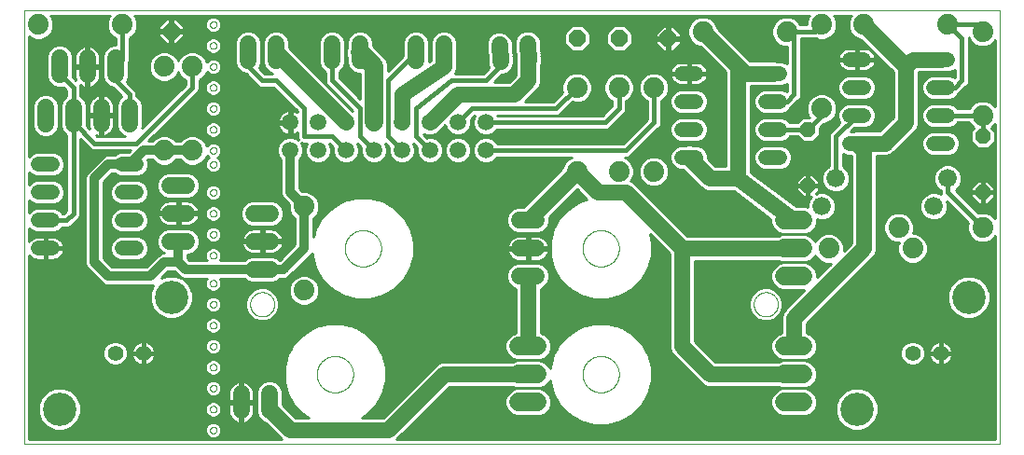
<source format=gbl>
G75*
%MOIN*%
%OFA0B0*%
%FSLAX25Y25*%
%IPPOS*%
%LPD*%
%AMOC8*
5,1,8,0,0,1.08239X$1,22.5*
%
%ADD10C,0.00000*%
%ADD11C,0.05504*%
%ADD12C,0.11870*%
%ADD13C,0.05200*%
%ADD14C,0.06000*%
%ADD15C,0.05937*%
%ADD16C,0.06600*%
%ADD17OC8,0.05200*%
%ADD18C,0.06600*%
%ADD19OC8,0.06000*%
%ADD20C,0.07400*%
%ADD21C,0.05600*%
%ADD22C,0.01600*%
%ADD23C,0.04724*%
%ADD24C,0.01000*%
%ADD25C,0.03200*%
D10*
X0001600Y0001800D02*
X0001600Y0156761D01*
X0350301Y0156761D01*
X0350301Y0001800D01*
X0001600Y0001800D01*
X0067919Y0006800D02*
X0067921Y0006869D01*
X0067927Y0006937D01*
X0067937Y0007005D01*
X0067951Y0007072D01*
X0067969Y0007139D01*
X0067990Y0007204D01*
X0068016Y0007268D01*
X0068045Y0007330D01*
X0068077Y0007390D01*
X0068113Y0007449D01*
X0068153Y0007505D01*
X0068195Y0007559D01*
X0068241Y0007610D01*
X0068290Y0007659D01*
X0068341Y0007705D01*
X0068395Y0007747D01*
X0068451Y0007787D01*
X0068509Y0007823D01*
X0068570Y0007855D01*
X0068632Y0007884D01*
X0068696Y0007910D01*
X0068761Y0007931D01*
X0068828Y0007949D01*
X0068895Y0007963D01*
X0068963Y0007973D01*
X0069031Y0007979D01*
X0069100Y0007981D01*
X0069169Y0007979D01*
X0069237Y0007973D01*
X0069305Y0007963D01*
X0069372Y0007949D01*
X0069439Y0007931D01*
X0069504Y0007910D01*
X0069568Y0007884D01*
X0069630Y0007855D01*
X0069690Y0007823D01*
X0069749Y0007787D01*
X0069805Y0007747D01*
X0069859Y0007705D01*
X0069910Y0007659D01*
X0069959Y0007610D01*
X0070005Y0007559D01*
X0070047Y0007505D01*
X0070087Y0007449D01*
X0070123Y0007390D01*
X0070155Y0007330D01*
X0070184Y0007268D01*
X0070210Y0007204D01*
X0070231Y0007139D01*
X0070249Y0007072D01*
X0070263Y0007005D01*
X0070273Y0006937D01*
X0070279Y0006869D01*
X0070281Y0006800D01*
X0070279Y0006731D01*
X0070273Y0006663D01*
X0070263Y0006595D01*
X0070249Y0006528D01*
X0070231Y0006461D01*
X0070210Y0006396D01*
X0070184Y0006332D01*
X0070155Y0006270D01*
X0070123Y0006209D01*
X0070087Y0006151D01*
X0070047Y0006095D01*
X0070005Y0006041D01*
X0069959Y0005990D01*
X0069910Y0005941D01*
X0069859Y0005895D01*
X0069805Y0005853D01*
X0069749Y0005813D01*
X0069691Y0005777D01*
X0069630Y0005745D01*
X0069568Y0005716D01*
X0069504Y0005690D01*
X0069439Y0005669D01*
X0069372Y0005651D01*
X0069305Y0005637D01*
X0069237Y0005627D01*
X0069169Y0005621D01*
X0069100Y0005619D01*
X0069031Y0005621D01*
X0068963Y0005627D01*
X0068895Y0005637D01*
X0068828Y0005651D01*
X0068761Y0005669D01*
X0068696Y0005690D01*
X0068632Y0005716D01*
X0068570Y0005745D01*
X0068509Y0005777D01*
X0068451Y0005813D01*
X0068395Y0005853D01*
X0068341Y0005895D01*
X0068290Y0005941D01*
X0068241Y0005990D01*
X0068195Y0006041D01*
X0068153Y0006095D01*
X0068113Y0006151D01*
X0068077Y0006209D01*
X0068045Y0006270D01*
X0068016Y0006332D01*
X0067990Y0006396D01*
X0067969Y0006461D01*
X0067951Y0006528D01*
X0067937Y0006595D01*
X0067927Y0006663D01*
X0067921Y0006731D01*
X0067919Y0006800D01*
X0067919Y0014300D02*
X0067921Y0014369D01*
X0067927Y0014437D01*
X0067937Y0014505D01*
X0067951Y0014572D01*
X0067969Y0014639D01*
X0067990Y0014704D01*
X0068016Y0014768D01*
X0068045Y0014830D01*
X0068077Y0014890D01*
X0068113Y0014949D01*
X0068153Y0015005D01*
X0068195Y0015059D01*
X0068241Y0015110D01*
X0068290Y0015159D01*
X0068341Y0015205D01*
X0068395Y0015247D01*
X0068451Y0015287D01*
X0068509Y0015323D01*
X0068570Y0015355D01*
X0068632Y0015384D01*
X0068696Y0015410D01*
X0068761Y0015431D01*
X0068828Y0015449D01*
X0068895Y0015463D01*
X0068963Y0015473D01*
X0069031Y0015479D01*
X0069100Y0015481D01*
X0069169Y0015479D01*
X0069237Y0015473D01*
X0069305Y0015463D01*
X0069372Y0015449D01*
X0069439Y0015431D01*
X0069504Y0015410D01*
X0069568Y0015384D01*
X0069630Y0015355D01*
X0069690Y0015323D01*
X0069749Y0015287D01*
X0069805Y0015247D01*
X0069859Y0015205D01*
X0069910Y0015159D01*
X0069959Y0015110D01*
X0070005Y0015059D01*
X0070047Y0015005D01*
X0070087Y0014949D01*
X0070123Y0014890D01*
X0070155Y0014830D01*
X0070184Y0014768D01*
X0070210Y0014704D01*
X0070231Y0014639D01*
X0070249Y0014572D01*
X0070263Y0014505D01*
X0070273Y0014437D01*
X0070279Y0014369D01*
X0070281Y0014300D01*
X0070279Y0014231D01*
X0070273Y0014163D01*
X0070263Y0014095D01*
X0070249Y0014028D01*
X0070231Y0013961D01*
X0070210Y0013896D01*
X0070184Y0013832D01*
X0070155Y0013770D01*
X0070123Y0013709D01*
X0070087Y0013651D01*
X0070047Y0013595D01*
X0070005Y0013541D01*
X0069959Y0013490D01*
X0069910Y0013441D01*
X0069859Y0013395D01*
X0069805Y0013353D01*
X0069749Y0013313D01*
X0069691Y0013277D01*
X0069630Y0013245D01*
X0069568Y0013216D01*
X0069504Y0013190D01*
X0069439Y0013169D01*
X0069372Y0013151D01*
X0069305Y0013137D01*
X0069237Y0013127D01*
X0069169Y0013121D01*
X0069100Y0013119D01*
X0069031Y0013121D01*
X0068963Y0013127D01*
X0068895Y0013137D01*
X0068828Y0013151D01*
X0068761Y0013169D01*
X0068696Y0013190D01*
X0068632Y0013216D01*
X0068570Y0013245D01*
X0068509Y0013277D01*
X0068451Y0013313D01*
X0068395Y0013353D01*
X0068341Y0013395D01*
X0068290Y0013441D01*
X0068241Y0013490D01*
X0068195Y0013541D01*
X0068153Y0013595D01*
X0068113Y0013651D01*
X0068077Y0013709D01*
X0068045Y0013770D01*
X0068016Y0013832D01*
X0067990Y0013896D01*
X0067969Y0013961D01*
X0067951Y0014028D01*
X0067937Y0014095D01*
X0067927Y0014163D01*
X0067921Y0014231D01*
X0067919Y0014300D01*
X0067919Y0021800D02*
X0067921Y0021869D01*
X0067927Y0021937D01*
X0067937Y0022005D01*
X0067951Y0022072D01*
X0067969Y0022139D01*
X0067990Y0022204D01*
X0068016Y0022268D01*
X0068045Y0022330D01*
X0068077Y0022390D01*
X0068113Y0022449D01*
X0068153Y0022505D01*
X0068195Y0022559D01*
X0068241Y0022610D01*
X0068290Y0022659D01*
X0068341Y0022705D01*
X0068395Y0022747D01*
X0068451Y0022787D01*
X0068509Y0022823D01*
X0068570Y0022855D01*
X0068632Y0022884D01*
X0068696Y0022910D01*
X0068761Y0022931D01*
X0068828Y0022949D01*
X0068895Y0022963D01*
X0068963Y0022973D01*
X0069031Y0022979D01*
X0069100Y0022981D01*
X0069169Y0022979D01*
X0069237Y0022973D01*
X0069305Y0022963D01*
X0069372Y0022949D01*
X0069439Y0022931D01*
X0069504Y0022910D01*
X0069568Y0022884D01*
X0069630Y0022855D01*
X0069690Y0022823D01*
X0069749Y0022787D01*
X0069805Y0022747D01*
X0069859Y0022705D01*
X0069910Y0022659D01*
X0069959Y0022610D01*
X0070005Y0022559D01*
X0070047Y0022505D01*
X0070087Y0022449D01*
X0070123Y0022390D01*
X0070155Y0022330D01*
X0070184Y0022268D01*
X0070210Y0022204D01*
X0070231Y0022139D01*
X0070249Y0022072D01*
X0070263Y0022005D01*
X0070273Y0021937D01*
X0070279Y0021869D01*
X0070281Y0021800D01*
X0070279Y0021731D01*
X0070273Y0021663D01*
X0070263Y0021595D01*
X0070249Y0021528D01*
X0070231Y0021461D01*
X0070210Y0021396D01*
X0070184Y0021332D01*
X0070155Y0021270D01*
X0070123Y0021209D01*
X0070087Y0021151D01*
X0070047Y0021095D01*
X0070005Y0021041D01*
X0069959Y0020990D01*
X0069910Y0020941D01*
X0069859Y0020895D01*
X0069805Y0020853D01*
X0069749Y0020813D01*
X0069691Y0020777D01*
X0069630Y0020745D01*
X0069568Y0020716D01*
X0069504Y0020690D01*
X0069439Y0020669D01*
X0069372Y0020651D01*
X0069305Y0020637D01*
X0069237Y0020627D01*
X0069169Y0020621D01*
X0069100Y0020619D01*
X0069031Y0020621D01*
X0068963Y0020627D01*
X0068895Y0020637D01*
X0068828Y0020651D01*
X0068761Y0020669D01*
X0068696Y0020690D01*
X0068632Y0020716D01*
X0068570Y0020745D01*
X0068509Y0020777D01*
X0068451Y0020813D01*
X0068395Y0020853D01*
X0068341Y0020895D01*
X0068290Y0020941D01*
X0068241Y0020990D01*
X0068195Y0021041D01*
X0068153Y0021095D01*
X0068113Y0021151D01*
X0068077Y0021209D01*
X0068045Y0021270D01*
X0068016Y0021332D01*
X0067990Y0021396D01*
X0067969Y0021461D01*
X0067951Y0021528D01*
X0067937Y0021595D01*
X0067927Y0021663D01*
X0067921Y0021731D01*
X0067919Y0021800D01*
X0067919Y0029300D02*
X0067921Y0029369D01*
X0067927Y0029437D01*
X0067937Y0029505D01*
X0067951Y0029572D01*
X0067969Y0029639D01*
X0067990Y0029704D01*
X0068016Y0029768D01*
X0068045Y0029830D01*
X0068077Y0029890D01*
X0068113Y0029949D01*
X0068153Y0030005D01*
X0068195Y0030059D01*
X0068241Y0030110D01*
X0068290Y0030159D01*
X0068341Y0030205D01*
X0068395Y0030247D01*
X0068451Y0030287D01*
X0068509Y0030323D01*
X0068570Y0030355D01*
X0068632Y0030384D01*
X0068696Y0030410D01*
X0068761Y0030431D01*
X0068828Y0030449D01*
X0068895Y0030463D01*
X0068963Y0030473D01*
X0069031Y0030479D01*
X0069100Y0030481D01*
X0069169Y0030479D01*
X0069237Y0030473D01*
X0069305Y0030463D01*
X0069372Y0030449D01*
X0069439Y0030431D01*
X0069504Y0030410D01*
X0069568Y0030384D01*
X0069630Y0030355D01*
X0069690Y0030323D01*
X0069749Y0030287D01*
X0069805Y0030247D01*
X0069859Y0030205D01*
X0069910Y0030159D01*
X0069959Y0030110D01*
X0070005Y0030059D01*
X0070047Y0030005D01*
X0070087Y0029949D01*
X0070123Y0029890D01*
X0070155Y0029830D01*
X0070184Y0029768D01*
X0070210Y0029704D01*
X0070231Y0029639D01*
X0070249Y0029572D01*
X0070263Y0029505D01*
X0070273Y0029437D01*
X0070279Y0029369D01*
X0070281Y0029300D01*
X0070279Y0029231D01*
X0070273Y0029163D01*
X0070263Y0029095D01*
X0070249Y0029028D01*
X0070231Y0028961D01*
X0070210Y0028896D01*
X0070184Y0028832D01*
X0070155Y0028770D01*
X0070123Y0028709D01*
X0070087Y0028651D01*
X0070047Y0028595D01*
X0070005Y0028541D01*
X0069959Y0028490D01*
X0069910Y0028441D01*
X0069859Y0028395D01*
X0069805Y0028353D01*
X0069749Y0028313D01*
X0069691Y0028277D01*
X0069630Y0028245D01*
X0069568Y0028216D01*
X0069504Y0028190D01*
X0069439Y0028169D01*
X0069372Y0028151D01*
X0069305Y0028137D01*
X0069237Y0028127D01*
X0069169Y0028121D01*
X0069100Y0028119D01*
X0069031Y0028121D01*
X0068963Y0028127D01*
X0068895Y0028137D01*
X0068828Y0028151D01*
X0068761Y0028169D01*
X0068696Y0028190D01*
X0068632Y0028216D01*
X0068570Y0028245D01*
X0068509Y0028277D01*
X0068451Y0028313D01*
X0068395Y0028353D01*
X0068341Y0028395D01*
X0068290Y0028441D01*
X0068241Y0028490D01*
X0068195Y0028541D01*
X0068153Y0028595D01*
X0068113Y0028651D01*
X0068077Y0028709D01*
X0068045Y0028770D01*
X0068016Y0028832D01*
X0067990Y0028896D01*
X0067969Y0028961D01*
X0067951Y0029028D01*
X0067937Y0029095D01*
X0067927Y0029163D01*
X0067921Y0029231D01*
X0067919Y0029300D01*
X0067919Y0036800D02*
X0067921Y0036869D01*
X0067927Y0036937D01*
X0067937Y0037005D01*
X0067951Y0037072D01*
X0067969Y0037139D01*
X0067990Y0037204D01*
X0068016Y0037268D01*
X0068045Y0037330D01*
X0068077Y0037390D01*
X0068113Y0037449D01*
X0068153Y0037505D01*
X0068195Y0037559D01*
X0068241Y0037610D01*
X0068290Y0037659D01*
X0068341Y0037705D01*
X0068395Y0037747D01*
X0068451Y0037787D01*
X0068509Y0037823D01*
X0068570Y0037855D01*
X0068632Y0037884D01*
X0068696Y0037910D01*
X0068761Y0037931D01*
X0068828Y0037949D01*
X0068895Y0037963D01*
X0068963Y0037973D01*
X0069031Y0037979D01*
X0069100Y0037981D01*
X0069169Y0037979D01*
X0069237Y0037973D01*
X0069305Y0037963D01*
X0069372Y0037949D01*
X0069439Y0037931D01*
X0069504Y0037910D01*
X0069568Y0037884D01*
X0069630Y0037855D01*
X0069690Y0037823D01*
X0069749Y0037787D01*
X0069805Y0037747D01*
X0069859Y0037705D01*
X0069910Y0037659D01*
X0069959Y0037610D01*
X0070005Y0037559D01*
X0070047Y0037505D01*
X0070087Y0037449D01*
X0070123Y0037390D01*
X0070155Y0037330D01*
X0070184Y0037268D01*
X0070210Y0037204D01*
X0070231Y0037139D01*
X0070249Y0037072D01*
X0070263Y0037005D01*
X0070273Y0036937D01*
X0070279Y0036869D01*
X0070281Y0036800D01*
X0070279Y0036731D01*
X0070273Y0036663D01*
X0070263Y0036595D01*
X0070249Y0036528D01*
X0070231Y0036461D01*
X0070210Y0036396D01*
X0070184Y0036332D01*
X0070155Y0036270D01*
X0070123Y0036209D01*
X0070087Y0036151D01*
X0070047Y0036095D01*
X0070005Y0036041D01*
X0069959Y0035990D01*
X0069910Y0035941D01*
X0069859Y0035895D01*
X0069805Y0035853D01*
X0069749Y0035813D01*
X0069691Y0035777D01*
X0069630Y0035745D01*
X0069568Y0035716D01*
X0069504Y0035690D01*
X0069439Y0035669D01*
X0069372Y0035651D01*
X0069305Y0035637D01*
X0069237Y0035627D01*
X0069169Y0035621D01*
X0069100Y0035619D01*
X0069031Y0035621D01*
X0068963Y0035627D01*
X0068895Y0035637D01*
X0068828Y0035651D01*
X0068761Y0035669D01*
X0068696Y0035690D01*
X0068632Y0035716D01*
X0068570Y0035745D01*
X0068509Y0035777D01*
X0068451Y0035813D01*
X0068395Y0035853D01*
X0068341Y0035895D01*
X0068290Y0035941D01*
X0068241Y0035990D01*
X0068195Y0036041D01*
X0068153Y0036095D01*
X0068113Y0036151D01*
X0068077Y0036209D01*
X0068045Y0036270D01*
X0068016Y0036332D01*
X0067990Y0036396D01*
X0067969Y0036461D01*
X0067951Y0036528D01*
X0067937Y0036595D01*
X0067927Y0036663D01*
X0067921Y0036731D01*
X0067919Y0036800D01*
X0067919Y0044300D02*
X0067921Y0044369D01*
X0067927Y0044437D01*
X0067937Y0044505D01*
X0067951Y0044572D01*
X0067969Y0044639D01*
X0067990Y0044704D01*
X0068016Y0044768D01*
X0068045Y0044830D01*
X0068077Y0044890D01*
X0068113Y0044949D01*
X0068153Y0045005D01*
X0068195Y0045059D01*
X0068241Y0045110D01*
X0068290Y0045159D01*
X0068341Y0045205D01*
X0068395Y0045247D01*
X0068451Y0045287D01*
X0068509Y0045323D01*
X0068570Y0045355D01*
X0068632Y0045384D01*
X0068696Y0045410D01*
X0068761Y0045431D01*
X0068828Y0045449D01*
X0068895Y0045463D01*
X0068963Y0045473D01*
X0069031Y0045479D01*
X0069100Y0045481D01*
X0069169Y0045479D01*
X0069237Y0045473D01*
X0069305Y0045463D01*
X0069372Y0045449D01*
X0069439Y0045431D01*
X0069504Y0045410D01*
X0069568Y0045384D01*
X0069630Y0045355D01*
X0069690Y0045323D01*
X0069749Y0045287D01*
X0069805Y0045247D01*
X0069859Y0045205D01*
X0069910Y0045159D01*
X0069959Y0045110D01*
X0070005Y0045059D01*
X0070047Y0045005D01*
X0070087Y0044949D01*
X0070123Y0044890D01*
X0070155Y0044830D01*
X0070184Y0044768D01*
X0070210Y0044704D01*
X0070231Y0044639D01*
X0070249Y0044572D01*
X0070263Y0044505D01*
X0070273Y0044437D01*
X0070279Y0044369D01*
X0070281Y0044300D01*
X0070279Y0044231D01*
X0070273Y0044163D01*
X0070263Y0044095D01*
X0070249Y0044028D01*
X0070231Y0043961D01*
X0070210Y0043896D01*
X0070184Y0043832D01*
X0070155Y0043770D01*
X0070123Y0043709D01*
X0070087Y0043651D01*
X0070047Y0043595D01*
X0070005Y0043541D01*
X0069959Y0043490D01*
X0069910Y0043441D01*
X0069859Y0043395D01*
X0069805Y0043353D01*
X0069749Y0043313D01*
X0069691Y0043277D01*
X0069630Y0043245D01*
X0069568Y0043216D01*
X0069504Y0043190D01*
X0069439Y0043169D01*
X0069372Y0043151D01*
X0069305Y0043137D01*
X0069237Y0043127D01*
X0069169Y0043121D01*
X0069100Y0043119D01*
X0069031Y0043121D01*
X0068963Y0043127D01*
X0068895Y0043137D01*
X0068828Y0043151D01*
X0068761Y0043169D01*
X0068696Y0043190D01*
X0068632Y0043216D01*
X0068570Y0043245D01*
X0068509Y0043277D01*
X0068451Y0043313D01*
X0068395Y0043353D01*
X0068341Y0043395D01*
X0068290Y0043441D01*
X0068241Y0043490D01*
X0068195Y0043541D01*
X0068153Y0043595D01*
X0068113Y0043651D01*
X0068077Y0043709D01*
X0068045Y0043770D01*
X0068016Y0043832D01*
X0067990Y0043896D01*
X0067969Y0043961D01*
X0067951Y0044028D01*
X0067937Y0044095D01*
X0067927Y0044163D01*
X0067921Y0044231D01*
X0067919Y0044300D01*
X0067919Y0051800D02*
X0067921Y0051869D01*
X0067927Y0051937D01*
X0067937Y0052005D01*
X0067951Y0052072D01*
X0067969Y0052139D01*
X0067990Y0052204D01*
X0068016Y0052268D01*
X0068045Y0052330D01*
X0068077Y0052390D01*
X0068113Y0052449D01*
X0068153Y0052505D01*
X0068195Y0052559D01*
X0068241Y0052610D01*
X0068290Y0052659D01*
X0068341Y0052705D01*
X0068395Y0052747D01*
X0068451Y0052787D01*
X0068509Y0052823D01*
X0068570Y0052855D01*
X0068632Y0052884D01*
X0068696Y0052910D01*
X0068761Y0052931D01*
X0068828Y0052949D01*
X0068895Y0052963D01*
X0068963Y0052973D01*
X0069031Y0052979D01*
X0069100Y0052981D01*
X0069169Y0052979D01*
X0069237Y0052973D01*
X0069305Y0052963D01*
X0069372Y0052949D01*
X0069439Y0052931D01*
X0069504Y0052910D01*
X0069568Y0052884D01*
X0069630Y0052855D01*
X0069690Y0052823D01*
X0069749Y0052787D01*
X0069805Y0052747D01*
X0069859Y0052705D01*
X0069910Y0052659D01*
X0069959Y0052610D01*
X0070005Y0052559D01*
X0070047Y0052505D01*
X0070087Y0052449D01*
X0070123Y0052390D01*
X0070155Y0052330D01*
X0070184Y0052268D01*
X0070210Y0052204D01*
X0070231Y0052139D01*
X0070249Y0052072D01*
X0070263Y0052005D01*
X0070273Y0051937D01*
X0070279Y0051869D01*
X0070281Y0051800D01*
X0070279Y0051731D01*
X0070273Y0051663D01*
X0070263Y0051595D01*
X0070249Y0051528D01*
X0070231Y0051461D01*
X0070210Y0051396D01*
X0070184Y0051332D01*
X0070155Y0051270D01*
X0070123Y0051209D01*
X0070087Y0051151D01*
X0070047Y0051095D01*
X0070005Y0051041D01*
X0069959Y0050990D01*
X0069910Y0050941D01*
X0069859Y0050895D01*
X0069805Y0050853D01*
X0069749Y0050813D01*
X0069691Y0050777D01*
X0069630Y0050745D01*
X0069568Y0050716D01*
X0069504Y0050690D01*
X0069439Y0050669D01*
X0069372Y0050651D01*
X0069305Y0050637D01*
X0069237Y0050627D01*
X0069169Y0050621D01*
X0069100Y0050619D01*
X0069031Y0050621D01*
X0068963Y0050627D01*
X0068895Y0050637D01*
X0068828Y0050651D01*
X0068761Y0050669D01*
X0068696Y0050690D01*
X0068632Y0050716D01*
X0068570Y0050745D01*
X0068509Y0050777D01*
X0068451Y0050813D01*
X0068395Y0050853D01*
X0068341Y0050895D01*
X0068290Y0050941D01*
X0068241Y0050990D01*
X0068195Y0051041D01*
X0068153Y0051095D01*
X0068113Y0051151D01*
X0068077Y0051209D01*
X0068045Y0051270D01*
X0068016Y0051332D01*
X0067990Y0051396D01*
X0067969Y0051461D01*
X0067951Y0051528D01*
X0067937Y0051595D01*
X0067927Y0051663D01*
X0067921Y0051731D01*
X0067919Y0051800D01*
X0067919Y0059300D02*
X0067921Y0059369D01*
X0067927Y0059437D01*
X0067937Y0059505D01*
X0067951Y0059572D01*
X0067969Y0059639D01*
X0067990Y0059704D01*
X0068016Y0059768D01*
X0068045Y0059830D01*
X0068077Y0059890D01*
X0068113Y0059949D01*
X0068153Y0060005D01*
X0068195Y0060059D01*
X0068241Y0060110D01*
X0068290Y0060159D01*
X0068341Y0060205D01*
X0068395Y0060247D01*
X0068451Y0060287D01*
X0068509Y0060323D01*
X0068570Y0060355D01*
X0068632Y0060384D01*
X0068696Y0060410D01*
X0068761Y0060431D01*
X0068828Y0060449D01*
X0068895Y0060463D01*
X0068963Y0060473D01*
X0069031Y0060479D01*
X0069100Y0060481D01*
X0069169Y0060479D01*
X0069237Y0060473D01*
X0069305Y0060463D01*
X0069372Y0060449D01*
X0069439Y0060431D01*
X0069504Y0060410D01*
X0069568Y0060384D01*
X0069630Y0060355D01*
X0069690Y0060323D01*
X0069749Y0060287D01*
X0069805Y0060247D01*
X0069859Y0060205D01*
X0069910Y0060159D01*
X0069959Y0060110D01*
X0070005Y0060059D01*
X0070047Y0060005D01*
X0070087Y0059949D01*
X0070123Y0059890D01*
X0070155Y0059830D01*
X0070184Y0059768D01*
X0070210Y0059704D01*
X0070231Y0059639D01*
X0070249Y0059572D01*
X0070263Y0059505D01*
X0070273Y0059437D01*
X0070279Y0059369D01*
X0070281Y0059300D01*
X0070279Y0059231D01*
X0070273Y0059163D01*
X0070263Y0059095D01*
X0070249Y0059028D01*
X0070231Y0058961D01*
X0070210Y0058896D01*
X0070184Y0058832D01*
X0070155Y0058770D01*
X0070123Y0058709D01*
X0070087Y0058651D01*
X0070047Y0058595D01*
X0070005Y0058541D01*
X0069959Y0058490D01*
X0069910Y0058441D01*
X0069859Y0058395D01*
X0069805Y0058353D01*
X0069749Y0058313D01*
X0069691Y0058277D01*
X0069630Y0058245D01*
X0069568Y0058216D01*
X0069504Y0058190D01*
X0069439Y0058169D01*
X0069372Y0058151D01*
X0069305Y0058137D01*
X0069237Y0058127D01*
X0069169Y0058121D01*
X0069100Y0058119D01*
X0069031Y0058121D01*
X0068963Y0058127D01*
X0068895Y0058137D01*
X0068828Y0058151D01*
X0068761Y0058169D01*
X0068696Y0058190D01*
X0068632Y0058216D01*
X0068570Y0058245D01*
X0068509Y0058277D01*
X0068451Y0058313D01*
X0068395Y0058353D01*
X0068341Y0058395D01*
X0068290Y0058441D01*
X0068241Y0058490D01*
X0068195Y0058541D01*
X0068153Y0058595D01*
X0068113Y0058651D01*
X0068077Y0058709D01*
X0068045Y0058770D01*
X0068016Y0058832D01*
X0067990Y0058896D01*
X0067969Y0058961D01*
X0067951Y0059028D01*
X0067937Y0059095D01*
X0067927Y0059163D01*
X0067921Y0059231D01*
X0067919Y0059300D01*
X0082269Y0051800D02*
X0082271Y0051931D01*
X0082277Y0052063D01*
X0082287Y0052194D01*
X0082301Y0052325D01*
X0082319Y0052455D01*
X0082341Y0052584D01*
X0082366Y0052713D01*
X0082396Y0052841D01*
X0082430Y0052968D01*
X0082467Y0053095D01*
X0082508Y0053219D01*
X0082553Y0053343D01*
X0082602Y0053465D01*
X0082654Y0053586D01*
X0082710Y0053704D01*
X0082770Y0053822D01*
X0082833Y0053937D01*
X0082900Y0054050D01*
X0082970Y0054162D01*
X0083043Y0054271D01*
X0083119Y0054377D01*
X0083199Y0054482D01*
X0083282Y0054584D01*
X0083368Y0054683D01*
X0083457Y0054780D01*
X0083549Y0054874D01*
X0083644Y0054965D01*
X0083741Y0055054D01*
X0083841Y0055139D01*
X0083944Y0055221D01*
X0084049Y0055300D01*
X0084156Y0055376D01*
X0084266Y0055448D01*
X0084378Y0055517D01*
X0084492Y0055583D01*
X0084607Y0055645D01*
X0084725Y0055704D01*
X0084844Y0055759D01*
X0084965Y0055811D01*
X0085088Y0055858D01*
X0085212Y0055902D01*
X0085337Y0055943D01*
X0085463Y0055979D01*
X0085591Y0056012D01*
X0085719Y0056040D01*
X0085848Y0056065D01*
X0085978Y0056086D01*
X0086108Y0056103D01*
X0086239Y0056116D01*
X0086370Y0056125D01*
X0086501Y0056130D01*
X0086633Y0056131D01*
X0086764Y0056128D01*
X0086896Y0056121D01*
X0087027Y0056110D01*
X0087157Y0056095D01*
X0087287Y0056076D01*
X0087417Y0056053D01*
X0087545Y0056027D01*
X0087673Y0055996D01*
X0087800Y0055961D01*
X0087926Y0055923D01*
X0088050Y0055881D01*
X0088174Y0055835D01*
X0088295Y0055785D01*
X0088415Y0055732D01*
X0088534Y0055675D01*
X0088651Y0055615D01*
X0088765Y0055551D01*
X0088878Y0055483D01*
X0088989Y0055412D01*
X0089098Y0055338D01*
X0089204Y0055261D01*
X0089308Y0055180D01*
X0089409Y0055097D01*
X0089508Y0055010D01*
X0089604Y0054920D01*
X0089697Y0054827D01*
X0089788Y0054732D01*
X0089875Y0054634D01*
X0089960Y0054533D01*
X0090041Y0054430D01*
X0090119Y0054324D01*
X0090194Y0054216D01*
X0090266Y0054106D01*
X0090334Y0053994D01*
X0090399Y0053880D01*
X0090460Y0053763D01*
X0090518Y0053645D01*
X0090572Y0053525D01*
X0090623Y0053404D01*
X0090670Y0053281D01*
X0090713Y0053157D01*
X0090752Y0053032D01*
X0090788Y0052905D01*
X0090819Y0052777D01*
X0090847Y0052649D01*
X0090871Y0052520D01*
X0090891Y0052390D01*
X0090907Y0052259D01*
X0090919Y0052128D01*
X0090927Y0051997D01*
X0090931Y0051866D01*
X0090931Y0051734D01*
X0090927Y0051603D01*
X0090919Y0051472D01*
X0090907Y0051341D01*
X0090891Y0051210D01*
X0090871Y0051080D01*
X0090847Y0050951D01*
X0090819Y0050823D01*
X0090788Y0050695D01*
X0090752Y0050568D01*
X0090713Y0050443D01*
X0090670Y0050319D01*
X0090623Y0050196D01*
X0090572Y0050075D01*
X0090518Y0049955D01*
X0090460Y0049837D01*
X0090399Y0049720D01*
X0090334Y0049606D01*
X0090266Y0049494D01*
X0090194Y0049384D01*
X0090119Y0049276D01*
X0090041Y0049170D01*
X0089960Y0049067D01*
X0089875Y0048966D01*
X0089788Y0048868D01*
X0089697Y0048773D01*
X0089604Y0048680D01*
X0089508Y0048590D01*
X0089409Y0048503D01*
X0089308Y0048420D01*
X0089204Y0048339D01*
X0089098Y0048262D01*
X0088989Y0048188D01*
X0088878Y0048117D01*
X0088766Y0048049D01*
X0088651Y0047985D01*
X0088534Y0047925D01*
X0088415Y0047868D01*
X0088295Y0047815D01*
X0088174Y0047765D01*
X0088050Y0047719D01*
X0087926Y0047677D01*
X0087800Y0047639D01*
X0087673Y0047604D01*
X0087545Y0047573D01*
X0087417Y0047547D01*
X0087287Y0047524D01*
X0087157Y0047505D01*
X0087027Y0047490D01*
X0086896Y0047479D01*
X0086764Y0047472D01*
X0086633Y0047469D01*
X0086501Y0047470D01*
X0086370Y0047475D01*
X0086239Y0047484D01*
X0086108Y0047497D01*
X0085978Y0047514D01*
X0085848Y0047535D01*
X0085719Y0047560D01*
X0085591Y0047588D01*
X0085463Y0047621D01*
X0085337Y0047657D01*
X0085212Y0047698D01*
X0085088Y0047742D01*
X0084965Y0047789D01*
X0084844Y0047841D01*
X0084725Y0047896D01*
X0084607Y0047955D01*
X0084492Y0048017D01*
X0084378Y0048083D01*
X0084266Y0048152D01*
X0084156Y0048224D01*
X0084049Y0048300D01*
X0083944Y0048379D01*
X0083841Y0048461D01*
X0083741Y0048546D01*
X0083644Y0048635D01*
X0083549Y0048726D01*
X0083457Y0048820D01*
X0083368Y0048917D01*
X0083282Y0049016D01*
X0083199Y0049118D01*
X0083119Y0049223D01*
X0083043Y0049329D01*
X0082970Y0049438D01*
X0082900Y0049550D01*
X0082833Y0049663D01*
X0082770Y0049778D01*
X0082710Y0049896D01*
X0082654Y0050014D01*
X0082602Y0050135D01*
X0082553Y0050257D01*
X0082508Y0050381D01*
X0082467Y0050505D01*
X0082430Y0050632D01*
X0082396Y0050759D01*
X0082366Y0050887D01*
X0082341Y0051016D01*
X0082319Y0051145D01*
X0082301Y0051275D01*
X0082287Y0051406D01*
X0082277Y0051537D01*
X0082271Y0051669D01*
X0082269Y0051800D01*
X0067919Y0069300D02*
X0067921Y0069369D01*
X0067927Y0069437D01*
X0067937Y0069505D01*
X0067951Y0069572D01*
X0067969Y0069639D01*
X0067990Y0069704D01*
X0068016Y0069768D01*
X0068045Y0069830D01*
X0068077Y0069890D01*
X0068113Y0069949D01*
X0068153Y0070005D01*
X0068195Y0070059D01*
X0068241Y0070110D01*
X0068290Y0070159D01*
X0068341Y0070205D01*
X0068395Y0070247D01*
X0068451Y0070287D01*
X0068509Y0070323D01*
X0068570Y0070355D01*
X0068632Y0070384D01*
X0068696Y0070410D01*
X0068761Y0070431D01*
X0068828Y0070449D01*
X0068895Y0070463D01*
X0068963Y0070473D01*
X0069031Y0070479D01*
X0069100Y0070481D01*
X0069169Y0070479D01*
X0069237Y0070473D01*
X0069305Y0070463D01*
X0069372Y0070449D01*
X0069439Y0070431D01*
X0069504Y0070410D01*
X0069568Y0070384D01*
X0069630Y0070355D01*
X0069690Y0070323D01*
X0069749Y0070287D01*
X0069805Y0070247D01*
X0069859Y0070205D01*
X0069910Y0070159D01*
X0069959Y0070110D01*
X0070005Y0070059D01*
X0070047Y0070005D01*
X0070087Y0069949D01*
X0070123Y0069890D01*
X0070155Y0069830D01*
X0070184Y0069768D01*
X0070210Y0069704D01*
X0070231Y0069639D01*
X0070249Y0069572D01*
X0070263Y0069505D01*
X0070273Y0069437D01*
X0070279Y0069369D01*
X0070281Y0069300D01*
X0070279Y0069231D01*
X0070273Y0069163D01*
X0070263Y0069095D01*
X0070249Y0069028D01*
X0070231Y0068961D01*
X0070210Y0068896D01*
X0070184Y0068832D01*
X0070155Y0068770D01*
X0070123Y0068709D01*
X0070087Y0068651D01*
X0070047Y0068595D01*
X0070005Y0068541D01*
X0069959Y0068490D01*
X0069910Y0068441D01*
X0069859Y0068395D01*
X0069805Y0068353D01*
X0069749Y0068313D01*
X0069691Y0068277D01*
X0069630Y0068245D01*
X0069568Y0068216D01*
X0069504Y0068190D01*
X0069439Y0068169D01*
X0069372Y0068151D01*
X0069305Y0068137D01*
X0069237Y0068127D01*
X0069169Y0068121D01*
X0069100Y0068119D01*
X0069031Y0068121D01*
X0068963Y0068127D01*
X0068895Y0068137D01*
X0068828Y0068151D01*
X0068761Y0068169D01*
X0068696Y0068190D01*
X0068632Y0068216D01*
X0068570Y0068245D01*
X0068509Y0068277D01*
X0068451Y0068313D01*
X0068395Y0068353D01*
X0068341Y0068395D01*
X0068290Y0068441D01*
X0068241Y0068490D01*
X0068195Y0068541D01*
X0068153Y0068595D01*
X0068113Y0068651D01*
X0068077Y0068709D01*
X0068045Y0068770D01*
X0068016Y0068832D01*
X0067990Y0068896D01*
X0067969Y0068961D01*
X0067951Y0069028D01*
X0067937Y0069095D01*
X0067927Y0069163D01*
X0067921Y0069231D01*
X0067919Y0069300D01*
X0067919Y0076800D02*
X0067921Y0076869D01*
X0067927Y0076937D01*
X0067937Y0077005D01*
X0067951Y0077072D01*
X0067969Y0077139D01*
X0067990Y0077204D01*
X0068016Y0077268D01*
X0068045Y0077330D01*
X0068077Y0077390D01*
X0068113Y0077449D01*
X0068153Y0077505D01*
X0068195Y0077559D01*
X0068241Y0077610D01*
X0068290Y0077659D01*
X0068341Y0077705D01*
X0068395Y0077747D01*
X0068451Y0077787D01*
X0068509Y0077823D01*
X0068570Y0077855D01*
X0068632Y0077884D01*
X0068696Y0077910D01*
X0068761Y0077931D01*
X0068828Y0077949D01*
X0068895Y0077963D01*
X0068963Y0077973D01*
X0069031Y0077979D01*
X0069100Y0077981D01*
X0069169Y0077979D01*
X0069237Y0077973D01*
X0069305Y0077963D01*
X0069372Y0077949D01*
X0069439Y0077931D01*
X0069504Y0077910D01*
X0069568Y0077884D01*
X0069630Y0077855D01*
X0069690Y0077823D01*
X0069749Y0077787D01*
X0069805Y0077747D01*
X0069859Y0077705D01*
X0069910Y0077659D01*
X0069959Y0077610D01*
X0070005Y0077559D01*
X0070047Y0077505D01*
X0070087Y0077449D01*
X0070123Y0077390D01*
X0070155Y0077330D01*
X0070184Y0077268D01*
X0070210Y0077204D01*
X0070231Y0077139D01*
X0070249Y0077072D01*
X0070263Y0077005D01*
X0070273Y0076937D01*
X0070279Y0076869D01*
X0070281Y0076800D01*
X0070279Y0076731D01*
X0070273Y0076663D01*
X0070263Y0076595D01*
X0070249Y0076528D01*
X0070231Y0076461D01*
X0070210Y0076396D01*
X0070184Y0076332D01*
X0070155Y0076270D01*
X0070123Y0076209D01*
X0070087Y0076151D01*
X0070047Y0076095D01*
X0070005Y0076041D01*
X0069959Y0075990D01*
X0069910Y0075941D01*
X0069859Y0075895D01*
X0069805Y0075853D01*
X0069749Y0075813D01*
X0069691Y0075777D01*
X0069630Y0075745D01*
X0069568Y0075716D01*
X0069504Y0075690D01*
X0069439Y0075669D01*
X0069372Y0075651D01*
X0069305Y0075637D01*
X0069237Y0075627D01*
X0069169Y0075621D01*
X0069100Y0075619D01*
X0069031Y0075621D01*
X0068963Y0075627D01*
X0068895Y0075637D01*
X0068828Y0075651D01*
X0068761Y0075669D01*
X0068696Y0075690D01*
X0068632Y0075716D01*
X0068570Y0075745D01*
X0068509Y0075777D01*
X0068451Y0075813D01*
X0068395Y0075853D01*
X0068341Y0075895D01*
X0068290Y0075941D01*
X0068241Y0075990D01*
X0068195Y0076041D01*
X0068153Y0076095D01*
X0068113Y0076151D01*
X0068077Y0076209D01*
X0068045Y0076270D01*
X0068016Y0076332D01*
X0067990Y0076396D01*
X0067969Y0076461D01*
X0067951Y0076528D01*
X0067937Y0076595D01*
X0067927Y0076663D01*
X0067921Y0076731D01*
X0067919Y0076800D01*
X0067919Y0084300D02*
X0067921Y0084369D01*
X0067927Y0084437D01*
X0067937Y0084505D01*
X0067951Y0084572D01*
X0067969Y0084639D01*
X0067990Y0084704D01*
X0068016Y0084768D01*
X0068045Y0084830D01*
X0068077Y0084890D01*
X0068113Y0084949D01*
X0068153Y0085005D01*
X0068195Y0085059D01*
X0068241Y0085110D01*
X0068290Y0085159D01*
X0068341Y0085205D01*
X0068395Y0085247D01*
X0068451Y0085287D01*
X0068509Y0085323D01*
X0068570Y0085355D01*
X0068632Y0085384D01*
X0068696Y0085410D01*
X0068761Y0085431D01*
X0068828Y0085449D01*
X0068895Y0085463D01*
X0068963Y0085473D01*
X0069031Y0085479D01*
X0069100Y0085481D01*
X0069169Y0085479D01*
X0069237Y0085473D01*
X0069305Y0085463D01*
X0069372Y0085449D01*
X0069439Y0085431D01*
X0069504Y0085410D01*
X0069568Y0085384D01*
X0069630Y0085355D01*
X0069690Y0085323D01*
X0069749Y0085287D01*
X0069805Y0085247D01*
X0069859Y0085205D01*
X0069910Y0085159D01*
X0069959Y0085110D01*
X0070005Y0085059D01*
X0070047Y0085005D01*
X0070087Y0084949D01*
X0070123Y0084890D01*
X0070155Y0084830D01*
X0070184Y0084768D01*
X0070210Y0084704D01*
X0070231Y0084639D01*
X0070249Y0084572D01*
X0070263Y0084505D01*
X0070273Y0084437D01*
X0070279Y0084369D01*
X0070281Y0084300D01*
X0070279Y0084231D01*
X0070273Y0084163D01*
X0070263Y0084095D01*
X0070249Y0084028D01*
X0070231Y0083961D01*
X0070210Y0083896D01*
X0070184Y0083832D01*
X0070155Y0083770D01*
X0070123Y0083709D01*
X0070087Y0083651D01*
X0070047Y0083595D01*
X0070005Y0083541D01*
X0069959Y0083490D01*
X0069910Y0083441D01*
X0069859Y0083395D01*
X0069805Y0083353D01*
X0069749Y0083313D01*
X0069691Y0083277D01*
X0069630Y0083245D01*
X0069568Y0083216D01*
X0069504Y0083190D01*
X0069439Y0083169D01*
X0069372Y0083151D01*
X0069305Y0083137D01*
X0069237Y0083127D01*
X0069169Y0083121D01*
X0069100Y0083119D01*
X0069031Y0083121D01*
X0068963Y0083127D01*
X0068895Y0083137D01*
X0068828Y0083151D01*
X0068761Y0083169D01*
X0068696Y0083190D01*
X0068632Y0083216D01*
X0068570Y0083245D01*
X0068509Y0083277D01*
X0068451Y0083313D01*
X0068395Y0083353D01*
X0068341Y0083395D01*
X0068290Y0083441D01*
X0068241Y0083490D01*
X0068195Y0083541D01*
X0068153Y0083595D01*
X0068113Y0083651D01*
X0068077Y0083709D01*
X0068045Y0083770D01*
X0068016Y0083832D01*
X0067990Y0083896D01*
X0067969Y0083961D01*
X0067951Y0084028D01*
X0067937Y0084095D01*
X0067927Y0084163D01*
X0067921Y0084231D01*
X0067919Y0084300D01*
X0067919Y0091800D02*
X0067921Y0091869D01*
X0067927Y0091937D01*
X0067937Y0092005D01*
X0067951Y0092072D01*
X0067969Y0092139D01*
X0067990Y0092204D01*
X0068016Y0092268D01*
X0068045Y0092330D01*
X0068077Y0092390D01*
X0068113Y0092449D01*
X0068153Y0092505D01*
X0068195Y0092559D01*
X0068241Y0092610D01*
X0068290Y0092659D01*
X0068341Y0092705D01*
X0068395Y0092747D01*
X0068451Y0092787D01*
X0068509Y0092823D01*
X0068570Y0092855D01*
X0068632Y0092884D01*
X0068696Y0092910D01*
X0068761Y0092931D01*
X0068828Y0092949D01*
X0068895Y0092963D01*
X0068963Y0092973D01*
X0069031Y0092979D01*
X0069100Y0092981D01*
X0069169Y0092979D01*
X0069237Y0092973D01*
X0069305Y0092963D01*
X0069372Y0092949D01*
X0069439Y0092931D01*
X0069504Y0092910D01*
X0069568Y0092884D01*
X0069630Y0092855D01*
X0069690Y0092823D01*
X0069749Y0092787D01*
X0069805Y0092747D01*
X0069859Y0092705D01*
X0069910Y0092659D01*
X0069959Y0092610D01*
X0070005Y0092559D01*
X0070047Y0092505D01*
X0070087Y0092449D01*
X0070123Y0092390D01*
X0070155Y0092330D01*
X0070184Y0092268D01*
X0070210Y0092204D01*
X0070231Y0092139D01*
X0070249Y0092072D01*
X0070263Y0092005D01*
X0070273Y0091937D01*
X0070279Y0091869D01*
X0070281Y0091800D01*
X0070279Y0091731D01*
X0070273Y0091663D01*
X0070263Y0091595D01*
X0070249Y0091528D01*
X0070231Y0091461D01*
X0070210Y0091396D01*
X0070184Y0091332D01*
X0070155Y0091270D01*
X0070123Y0091209D01*
X0070087Y0091151D01*
X0070047Y0091095D01*
X0070005Y0091041D01*
X0069959Y0090990D01*
X0069910Y0090941D01*
X0069859Y0090895D01*
X0069805Y0090853D01*
X0069749Y0090813D01*
X0069691Y0090777D01*
X0069630Y0090745D01*
X0069568Y0090716D01*
X0069504Y0090690D01*
X0069439Y0090669D01*
X0069372Y0090651D01*
X0069305Y0090637D01*
X0069237Y0090627D01*
X0069169Y0090621D01*
X0069100Y0090619D01*
X0069031Y0090621D01*
X0068963Y0090627D01*
X0068895Y0090637D01*
X0068828Y0090651D01*
X0068761Y0090669D01*
X0068696Y0090690D01*
X0068632Y0090716D01*
X0068570Y0090745D01*
X0068509Y0090777D01*
X0068451Y0090813D01*
X0068395Y0090853D01*
X0068341Y0090895D01*
X0068290Y0090941D01*
X0068241Y0090990D01*
X0068195Y0091041D01*
X0068153Y0091095D01*
X0068113Y0091151D01*
X0068077Y0091209D01*
X0068045Y0091270D01*
X0068016Y0091332D01*
X0067990Y0091396D01*
X0067969Y0091461D01*
X0067951Y0091528D01*
X0067937Y0091595D01*
X0067927Y0091663D01*
X0067921Y0091731D01*
X0067919Y0091800D01*
X0067919Y0101800D02*
X0067921Y0101869D01*
X0067927Y0101937D01*
X0067937Y0102005D01*
X0067951Y0102072D01*
X0067969Y0102139D01*
X0067990Y0102204D01*
X0068016Y0102268D01*
X0068045Y0102330D01*
X0068077Y0102390D01*
X0068113Y0102449D01*
X0068153Y0102505D01*
X0068195Y0102559D01*
X0068241Y0102610D01*
X0068290Y0102659D01*
X0068341Y0102705D01*
X0068395Y0102747D01*
X0068451Y0102787D01*
X0068509Y0102823D01*
X0068570Y0102855D01*
X0068632Y0102884D01*
X0068696Y0102910D01*
X0068761Y0102931D01*
X0068828Y0102949D01*
X0068895Y0102963D01*
X0068963Y0102973D01*
X0069031Y0102979D01*
X0069100Y0102981D01*
X0069169Y0102979D01*
X0069237Y0102973D01*
X0069305Y0102963D01*
X0069372Y0102949D01*
X0069439Y0102931D01*
X0069504Y0102910D01*
X0069568Y0102884D01*
X0069630Y0102855D01*
X0069690Y0102823D01*
X0069749Y0102787D01*
X0069805Y0102747D01*
X0069859Y0102705D01*
X0069910Y0102659D01*
X0069959Y0102610D01*
X0070005Y0102559D01*
X0070047Y0102505D01*
X0070087Y0102449D01*
X0070123Y0102390D01*
X0070155Y0102330D01*
X0070184Y0102268D01*
X0070210Y0102204D01*
X0070231Y0102139D01*
X0070249Y0102072D01*
X0070263Y0102005D01*
X0070273Y0101937D01*
X0070279Y0101869D01*
X0070281Y0101800D01*
X0070279Y0101731D01*
X0070273Y0101663D01*
X0070263Y0101595D01*
X0070249Y0101528D01*
X0070231Y0101461D01*
X0070210Y0101396D01*
X0070184Y0101332D01*
X0070155Y0101270D01*
X0070123Y0101209D01*
X0070087Y0101151D01*
X0070047Y0101095D01*
X0070005Y0101041D01*
X0069959Y0100990D01*
X0069910Y0100941D01*
X0069859Y0100895D01*
X0069805Y0100853D01*
X0069749Y0100813D01*
X0069691Y0100777D01*
X0069630Y0100745D01*
X0069568Y0100716D01*
X0069504Y0100690D01*
X0069439Y0100669D01*
X0069372Y0100651D01*
X0069305Y0100637D01*
X0069237Y0100627D01*
X0069169Y0100621D01*
X0069100Y0100619D01*
X0069031Y0100621D01*
X0068963Y0100627D01*
X0068895Y0100637D01*
X0068828Y0100651D01*
X0068761Y0100669D01*
X0068696Y0100690D01*
X0068632Y0100716D01*
X0068570Y0100745D01*
X0068509Y0100777D01*
X0068451Y0100813D01*
X0068395Y0100853D01*
X0068341Y0100895D01*
X0068290Y0100941D01*
X0068241Y0100990D01*
X0068195Y0101041D01*
X0068153Y0101095D01*
X0068113Y0101151D01*
X0068077Y0101209D01*
X0068045Y0101270D01*
X0068016Y0101332D01*
X0067990Y0101396D01*
X0067969Y0101461D01*
X0067951Y0101528D01*
X0067937Y0101595D01*
X0067927Y0101663D01*
X0067921Y0101731D01*
X0067919Y0101800D01*
X0067919Y0106800D02*
X0067921Y0106869D01*
X0067927Y0106937D01*
X0067937Y0107005D01*
X0067951Y0107072D01*
X0067969Y0107139D01*
X0067990Y0107204D01*
X0068016Y0107268D01*
X0068045Y0107330D01*
X0068077Y0107390D01*
X0068113Y0107449D01*
X0068153Y0107505D01*
X0068195Y0107559D01*
X0068241Y0107610D01*
X0068290Y0107659D01*
X0068341Y0107705D01*
X0068395Y0107747D01*
X0068451Y0107787D01*
X0068509Y0107823D01*
X0068570Y0107855D01*
X0068632Y0107884D01*
X0068696Y0107910D01*
X0068761Y0107931D01*
X0068828Y0107949D01*
X0068895Y0107963D01*
X0068963Y0107973D01*
X0069031Y0107979D01*
X0069100Y0107981D01*
X0069169Y0107979D01*
X0069237Y0107973D01*
X0069305Y0107963D01*
X0069372Y0107949D01*
X0069439Y0107931D01*
X0069504Y0107910D01*
X0069568Y0107884D01*
X0069630Y0107855D01*
X0069690Y0107823D01*
X0069749Y0107787D01*
X0069805Y0107747D01*
X0069859Y0107705D01*
X0069910Y0107659D01*
X0069959Y0107610D01*
X0070005Y0107559D01*
X0070047Y0107505D01*
X0070087Y0107449D01*
X0070123Y0107390D01*
X0070155Y0107330D01*
X0070184Y0107268D01*
X0070210Y0107204D01*
X0070231Y0107139D01*
X0070249Y0107072D01*
X0070263Y0107005D01*
X0070273Y0106937D01*
X0070279Y0106869D01*
X0070281Y0106800D01*
X0070279Y0106731D01*
X0070273Y0106663D01*
X0070263Y0106595D01*
X0070249Y0106528D01*
X0070231Y0106461D01*
X0070210Y0106396D01*
X0070184Y0106332D01*
X0070155Y0106270D01*
X0070123Y0106209D01*
X0070087Y0106151D01*
X0070047Y0106095D01*
X0070005Y0106041D01*
X0069959Y0105990D01*
X0069910Y0105941D01*
X0069859Y0105895D01*
X0069805Y0105853D01*
X0069749Y0105813D01*
X0069691Y0105777D01*
X0069630Y0105745D01*
X0069568Y0105716D01*
X0069504Y0105690D01*
X0069439Y0105669D01*
X0069372Y0105651D01*
X0069305Y0105637D01*
X0069237Y0105627D01*
X0069169Y0105621D01*
X0069100Y0105619D01*
X0069031Y0105621D01*
X0068963Y0105627D01*
X0068895Y0105637D01*
X0068828Y0105651D01*
X0068761Y0105669D01*
X0068696Y0105690D01*
X0068632Y0105716D01*
X0068570Y0105745D01*
X0068509Y0105777D01*
X0068451Y0105813D01*
X0068395Y0105853D01*
X0068341Y0105895D01*
X0068290Y0105941D01*
X0068241Y0105990D01*
X0068195Y0106041D01*
X0068153Y0106095D01*
X0068113Y0106151D01*
X0068077Y0106209D01*
X0068045Y0106270D01*
X0068016Y0106332D01*
X0067990Y0106396D01*
X0067969Y0106461D01*
X0067951Y0106528D01*
X0067937Y0106595D01*
X0067927Y0106663D01*
X0067921Y0106731D01*
X0067919Y0106800D01*
X0067919Y0114300D02*
X0067921Y0114369D01*
X0067927Y0114437D01*
X0067937Y0114505D01*
X0067951Y0114572D01*
X0067969Y0114639D01*
X0067990Y0114704D01*
X0068016Y0114768D01*
X0068045Y0114830D01*
X0068077Y0114890D01*
X0068113Y0114949D01*
X0068153Y0115005D01*
X0068195Y0115059D01*
X0068241Y0115110D01*
X0068290Y0115159D01*
X0068341Y0115205D01*
X0068395Y0115247D01*
X0068451Y0115287D01*
X0068509Y0115323D01*
X0068570Y0115355D01*
X0068632Y0115384D01*
X0068696Y0115410D01*
X0068761Y0115431D01*
X0068828Y0115449D01*
X0068895Y0115463D01*
X0068963Y0115473D01*
X0069031Y0115479D01*
X0069100Y0115481D01*
X0069169Y0115479D01*
X0069237Y0115473D01*
X0069305Y0115463D01*
X0069372Y0115449D01*
X0069439Y0115431D01*
X0069504Y0115410D01*
X0069568Y0115384D01*
X0069630Y0115355D01*
X0069690Y0115323D01*
X0069749Y0115287D01*
X0069805Y0115247D01*
X0069859Y0115205D01*
X0069910Y0115159D01*
X0069959Y0115110D01*
X0070005Y0115059D01*
X0070047Y0115005D01*
X0070087Y0114949D01*
X0070123Y0114890D01*
X0070155Y0114830D01*
X0070184Y0114768D01*
X0070210Y0114704D01*
X0070231Y0114639D01*
X0070249Y0114572D01*
X0070263Y0114505D01*
X0070273Y0114437D01*
X0070279Y0114369D01*
X0070281Y0114300D01*
X0070279Y0114231D01*
X0070273Y0114163D01*
X0070263Y0114095D01*
X0070249Y0114028D01*
X0070231Y0113961D01*
X0070210Y0113896D01*
X0070184Y0113832D01*
X0070155Y0113770D01*
X0070123Y0113709D01*
X0070087Y0113651D01*
X0070047Y0113595D01*
X0070005Y0113541D01*
X0069959Y0113490D01*
X0069910Y0113441D01*
X0069859Y0113395D01*
X0069805Y0113353D01*
X0069749Y0113313D01*
X0069691Y0113277D01*
X0069630Y0113245D01*
X0069568Y0113216D01*
X0069504Y0113190D01*
X0069439Y0113169D01*
X0069372Y0113151D01*
X0069305Y0113137D01*
X0069237Y0113127D01*
X0069169Y0113121D01*
X0069100Y0113119D01*
X0069031Y0113121D01*
X0068963Y0113127D01*
X0068895Y0113137D01*
X0068828Y0113151D01*
X0068761Y0113169D01*
X0068696Y0113190D01*
X0068632Y0113216D01*
X0068570Y0113245D01*
X0068509Y0113277D01*
X0068451Y0113313D01*
X0068395Y0113353D01*
X0068341Y0113395D01*
X0068290Y0113441D01*
X0068241Y0113490D01*
X0068195Y0113541D01*
X0068153Y0113595D01*
X0068113Y0113651D01*
X0068077Y0113709D01*
X0068045Y0113770D01*
X0068016Y0113832D01*
X0067990Y0113896D01*
X0067969Y0113961D01*
X0067951Y0114028D01*
X0067937Y0114095D01*
X0067927Y0114163D01*
X0067921Y0114231D01*
X0067919Y0114300D01*
X0067919Y0121800D02*
X0067921Y0121869D01*
X0067927Y0121937D01*
X0067937Y0122005D01*
X0067951Y0122072D01*
X0067969Y0122139D01*
X0067990Y0122204D01*
X0068016Y0122268D01*
X0068045Y0122330D01*
X0068077Y0122390D01*
X0068113Y0122449D01*
X0068153Y0122505D01*
X0068195Y0122559D01*
X0068241Y0122610D01*
X0068290Y0122659D01*
X0068341Y0122705D01*
X0068395Y0122747D01*
X0068451Y0122787D01*
X0068509Y0122823D01*
X0068570Y0122855D01*
X0068632Y0122884D01*
X0068696Y0122910D01*
X0068761Y0122931D01*
X0068828Y0122949D01*
X0068895Y0122963D01*
X0068963Y0122973D01*
X0069031Y0122979D01*
X0069100Y0122981D01*
X0069169Y0122979D01*
X0069237Y0122973D01*
X0069305Y0122963D01*
X0069372Y0122949D01*
X0069439Y0122931D01*
X0069504Y0122910D01*
X0069568Y0122884D01*
X0069630Y0122855D01*
X0069690Y0122823D01*
X0069749Y0122787D01*
X0069805Y0122747D01*
X0069859Y0122705D01*
X0069910Y0122659D01*
X0069959Y0122610D01*
X0070005Y0122559D01*
X0070047Y0122505D01*
X0070087Y0122449D01*
X0070123Y0122390D01*
X0070155Y0122330D01*
X0070184Y0122268D01*
X0070210Y0122204D01*
X0070231Y0122139D01*
X0070249Y0122072D01*
X0070263Y0122005D01*
X0070273Y0121937D01*
X0070279Y0121869D01*
X0070281Y0121800D01*
X0070279Y0121731D01*
X0070273Y0121663D01*
X0070263Y0121595D01*
X0070249Y0121528D01*
X0070231Y0121461D01*
X0070210Y0121396D01*
X0070184Y0121332D01*
X0070155Y0121270D01*
X0070123Y0121209D01*
X0070087Y0121151D01*
X0070047Y0121095D01*
X0070005Y0121041D01*
X0069959Y0120990D01*
X0069910Y0120941D01*
X0069859Y0120895D01*
X0069805Y0120853D01*
X0069749Y0120813D01*
X0069691Y0120777D01*
X0069630Y0120745D01*
X0069568Y0120716D01*
X0069504Y0120690D01*
X0069439Y0120669D01*
X0069372Y0120651D01*
X0069305Y0120637D01*
X0069237Y0120627D01*
X0069169Y0120621D01*
X0069100Y0120619D01*
X0069031Y0120621D01*
X0068963Y0120627D01*
X0068895Y0120637D01*
X0068828Y0120651D01*
X0068761Y0120669D01*
X0068696Y0120690D01*
X0068632Y0120716D01*
X0068570Y0120745D01*
X0068509Y0120777D01*
X0068451Y0120813D01*
X0068395Y0120853D01*
X0068341Y0120895D01*
X0068290Y0120941D01*
X0068241Y0120990D01*
X0068195Y0121041D01*
X0068153Y0121095D01*
X0068113Y0121151D01*
X0068077Y0121209D01*
X0068045Y0121270D01*
X0068016Y0121332D01*
X0067990Y0121396D01*
X0067969Y0121461D01*
X0067951Y0121528D01*
X0067937Y0121595D01*
X0067927Y0121663D01*
X0067921Y0121731D01*
X0067919Y0121800D01*
X0067919Y0129300D02*
X0067921Y0129369D01*
X0067927Y0129437D01*
X0067937Y0129505D01*
X0067951Y0129572D01*
X0067969Y0129639D01*
X0067990Y0129704D01*
X0068016Y0129768D01*
X0068045Y0129830D01*
X0068077Y0129890D01*
X0068113Y0129949D01*
X0068153Y0130005D01*
X0068195Y0130059D01*
X0068241Y0130110D01*
X0068290Y0130159D01*
X0068341Y0130205D01*
X0068395Y0130247D01*
X0068451Y0130287D01*
X0068509Y0130323D01*
X0068570Y0130355D01*
X0068632Y0130384D01*
X0068696Y0130410D01*
X0068761Y0130431D01*
X0068828Y0130449D01*
X0068895Y0130463D01*
X0068963Y0130473D01*
X0069031Y0130479D01*
X0069100Y0130481D01*
X0069169Y0130479D01*
X0069237Y0130473D01*
X0069305Y0130463D01*
X0069372Y0130449D01*
X0069439Y0130431D01*
X0069504Y0130410D01*
X0069568Y0130384D01*
X0069630Y0130355D01*
X0069690Y0130323D01*
X0069749Y0130287D01*
X0069805Y0130247D01*
X0069859Y0130205D01*
X0069910Y0130159D01*
X0069959Y0130110D01*
X0070005Y0130059D01*
X0070047Y0130005D01*
X0070087Y0129949D01*
X0070123Y0129890D01*
X0070155Y0129830D01*
X0070184Y0129768D01*
X0070210Y0129704D01*
X0070231Y0129639D01*
X0070249Y0129572D01*
X0070263Y0129505D01*
X0070273Y0129437D01*
X0070279Y0129369D01*
X0070281Y0129300D01*
X0070279Y0129231D01*
X0070273Y0129163D01*
X0070263Y0129095D01*
X0070249Y0129028D01*
X0070231Y0128961D01*
X0070210Y0128896D01*
X0070184Y0128832D01*
X0070155Y0128770D01*
X0070123Y0128709D01*
X0070087Y0128651D01*
X0070047Y0128595D01*
X0070005Y0128541D01*
X0069959Y0128490D01*
X0069910Y0128441D01*
X0069859Y0128395D01*
X0069805Y0128353D01*
X0069749Y0128313D01*
X0069691Y0128277D01*
X0069630Y0128245D01*
X0069568Y0128216D01*
X0069504Y0128190D01*
X0069439Y0128169D01*
X0069372Y0128151D01*
X0069305Y0128137D01*
X0069237Y0128127D01*
X0069169Y0128121D01*
X0069100Y0128119D01*
X0069031Y0128121D01*
X0068963Y0128127D01*
X0068895Y0128137D01*
X0068828Y0128151D01*
X0068761Y0128169D01*
X0068696Y0128190D01*
X0068632Y0128216D01*
X0068570Y0128245D01*
X0068509Y0128277D01*
X0068451Y0128313D01*
X0068395Y0128353D01*
X0068341Y0128395D01*
X0068290Y0128441D01*
X0068241Y0128490D01*
X0068195Y0128541D01*
X0068153Y0128595D01*
X0068113Y0128651D01*
X0068077Y0128709D01*
X0068045Y0128770D01*
X0068016Y0128832D01*
X0067990Y0128896D01*
X0067969Y0128961D01*
X0067951Y0129028D01*
X0067937Y0129095D01*
X0067927Y0129163D01*
X0067921Y0129231D01*
X0067919Y0129300D01*
X0067919Y0136800D02*
X0067921Y0136869D01*
X0067927Y0136937D01*
X0067937Y0137005D01*
X0067951Y0137072D01*
X0067969Y0137139D01*
X0067990Y0137204D01*
X0068016Y0137268D01*
X0068045Y0137330D01*
X0068077Y0137390D01*
X0068113Y0137449D01*
X0068153Y0137505D01*
X0068195Y0137559D01*
X0068241Y0137610D01*
X0068290Y0137659D01*
X0068341Y0137705D01*
X0068395Y0137747D01*
X0068451Y0137787D01*
X0068509Y0137823D01*
X0068570Y0137855D01*
X0068632Y0137884D01*
X0068696Y0137910D01*
X0068761Y0137931D01*
X0068828Y0137949D01*
X0068895Y0137963D01*
X0068963Y0137973D01*
X0069031Y0137979D01*
X0069100Y0137981D01*
X0069169Y0137979D01*
X0069237Y0137973D01*
X0069305Y0137963D01*
X0069372Y0137949D01*
X0069439Y0137931D01*
X0069504Y0137910D01*
X0069568Y0137884D01*
X0069630Y0137855D01*
X0069690Y0137823D01*
X0069749Y0137787D01*
X0069805Y0137747D01*
X0069859Y0137705D01*
X0069910Y0137659D01*
X0069959Y0137610D01*
X0070005Y0137559D01*
X0070047Y0137505D01*
X0070087Y0137449D01*
X0070123Y0137390D01*
X0070155Y0137330D01*
X0070184Y0137268D01*
X0070210Y0137204D01*
X0070231Y0137139D01*
X0070249Y0137072D01*
X0070263Y0137005D01*
X0070273Y0136937D01*
X0070279Y0136869D01*
X0070281Y0136800D01*
X0070279Y0136731D01*
X0070273Y0136663D01*
X0070263Y0136595D01*
X0070249Y0136528D01*
X0070231Y0136461D01*
X0070210Y0136396D01*
X0070184Y0136332D01*
X0070155Y0136270D01*
X0070123Y0136209D01*
X0070087Y0136151D01*
X0070047Y0136095D01*
X0070005Y0136041D01*
X0069959Y0135990D01*
X0069910Y0135941D01*
X0069859Y0135895D01*
X0069805Y0135853D01*
X0069749Y0135813D01*
X0069691Y0135777D01*
X0069630Y0135745D01*
X0069568Y0135716D01*
X0069504Y0135690D01*
X0069439Y0135669D01*
X0069372Y0135651D01*
X0069305Y0135637D01*
X0069237Y0135627D01*
X0069169Y0135621D01*
X0069100Y0135619D01*
X0069031Y0135621D01*
X0068963Y0135627D01*
X0068895Y0135637D01*
X0068828Y0135651D01*
X0068761Y0135669D01*
X0068696Y0135690D01*
X0068632Y0135716D01*
X0068570Y0135745D01*
X0068509Y0135777D01*
X0068451Y0135813D01*
X0068395Y0135853D01*
X0068341Y0135895D01*
X0068290Y0135941D01*
X0068241Y0135990D01*
X0068195Y0136041D01*
X0068153Y0136095D01*
X0068113Y0136151D01*
X0068077Y0136209D01*
X0068045Y0136270D01*
X0068016Y0136332D01*
X0067990Y0136396D01*
X0067969Y0136461D01*
X0067951Y0136528D01*
X0067937Y0136595D01*
X0067927Y0136663D01*
X0067921Y0136731D01*
X0067919Y0136800D01*
X0067919Y0144300D02*
X0067921Y0144369D01*
X0067927Y0144437D01*
X0067937Y0144505D01*
X0067951Y0144572D01*
X0067969Y0144639D01*
X0067990Y0144704D01*
X0068016Y0144768D01*
X0068045Y0144830D01*
X0068077Y0144890D01*
X0068113Y0144949D01*
X0068153Y0145005D01*
X0068195Y0145059D01*
X0068241Y0145110D01*
X0068290Y0145159D01*
X0068341Y0145205D01*
X0068395Y0145247D01*
X0068451Y0145287D01*
X0068509Y0145323D01*
X0068570Y0145355D01*
X0068632Y0145384D01*
X0068696Y0145410D01*
X0068761Y0145431D01*
X0068828Y0145449D01*
X0068895Y0145463D01*
X0068963Y0145473D01*
X0069031Y0145479D01*
X0069100Y0145481D01*
X0069169Y0145479D01*
X0069237Y0145473D01*
X0069305Y0145463D01*
X0069372Y0145449D01*
X0069439Y0145431D01*
X0069504Y0145410D01*
X0069568Y0145384D01*
X0069630Y0145355D01*
X0069690Y0145323D01*
X0069749Y0145287D01*
X0069805Y0145247D01*
X0069859Y0145205D01*
X0069910Y0145159D01*
X0069959Y0145110D01*
X0070005Y0145059D01*
X0070047Y0145005D01*
X0070087Y0144949D01*
X0070123Y0144890D01*
X0070155Y0144830D01*
X0070184Y0144768D01*
X0070210Y0144704D01*
X0070231Y0144639D01*
X0070249Y0144572D01*
X0070263Y0144505D01*
X0070273Y0144437D01*
X0070279Y0144369D01*
X0070281Y0144300D01*
X0070279Y0144231D01*
X0070273Y0144163D01*
X0070263Y0144095D01*
X0070249Y0144028D01*
X0070231Y0143961D01*
X0070210Y0143896D01*
X0070184Y0143832D01*
X0070155Y0143770D01*
X0070123Y0143709D01*
X0070087Y0143651D01*
X0070047Y0143595D01*
X0070005Y0143541D01*
X0069959Y0143490D01*
X0069910Y0143441D01*
X0069859Y0143395D01*
X0069805Y0143353D01*
X0069749Y0143313D01*
X0069691Y0143277D01*
X0069630Y0143245D01*
X0069568Y0143216D01*
X0069504Y0143190D01*
X0069439Y0143169D01*
X0069372Y0143151D01*
X0069305Y0143137D01*
X0069237Y0143127D01*
X0069169Y0143121D01*
X0069100Y0143119D01*
X0069031Y0143121D01*
X0068963Y0143127D01*
X0068895Y0143137D01*
X0068828Y0143151D01*
X0068761Y0143169D01*
X0068696Y0143190D01*
X0068632Y0143216D01*
X0068570Y0143245D01*
X0068509Y0143277D01*
X0068451Y0143313D01*
X0068395Y0143353D01*
X0068341Y0143395D01*
X0068290Y0143441D01*
X0068241Y0143490D01*
X0068195Y0143541D01*
X0068153Y0143595D01*
X0068113Y0143651D01*
X0068077Y0143709D01*
X0068045Y0143770D01*
X0068016Y0143832D01*
X0067990Y0143896D01*
X0067969Y0143961D01*
X0067951Y0144028D01*
X0067937Y0144095D01*
X0067927Y0144163D01*
X0067921Y0144231D01*
X0067919Y0144300D01*
X0067919Y0151800D02*
X0067921Y0151869D01*
X0067927Y0151937D01*
X0067937Y0152005D01*
X0067951Y0152072D01*
X0067969Y0152139D01*
X0067990Y0152204D01*
X0068016Y0152268D01*
X0068045Y0152330D01*
X0068077Y0152390D01*
X0068113Y0152449D01*
X0068153Y0152505D01*
X0068195Y0152559D01*
X0068241Y0152610D01*
X0068290Y0152659D01*
X0068341Y0152705D01*
X0068395Y0152747D01*
X0068451Y0152787D01*
X0068509Y0152823D01*
X0068570Y0152855D01*
X0068632Y0152884D01*
X0068696Y0152910D01*
X0068761Y0152931D01*
X0068828Y0152949D01*
X0068895Y0152963D01*
X0068963Y0152973D01*
X0069031Y0152979D01*
X0069100Y0152981D01*
X0069169Y0152979D01*
X0069237Y0152973D01*
X0069305Y0152963D01*
X0069372Y0152949D01*
X0069439Y0152931D01*
X0069504Y0152910D01*
X0069568Y0152884D01*
X0069630Y0152855D01*
X0069690Y0152823D01*
X0069749Y0152787D01*
X0069805Y0152747D01*
X0069859Y0152705D01*
X0069910Y0152659D01*
X0069959Y0152610D01*
X0070005Y0152559D01*
X0070047Y0152505D01*
X0070087Y0152449D01*
X0070123Y0152390D01*
X0070155Y0152330D01*
X0070184Y0152268D01*
X0070210Y0152204D01*
X0070231Y0152139D01*
X0070249Y0152072D01*
X0070263Y0152005D01*
X0070273Y0151937D01*
X0070279Y0151869D01*
X0070281Y0151800D01*
X0070279Y0151731D01*
X0070273Y0151663D01*
X0070263Y0151595D01*
X0070249Y0151528D01*
X0070231Y0151461D01*
X0070210Y0151396D01*
X0070184Y0151332D01*
X0070155Y0151270D01*
X0070123Y0151209D01*
X0070087Y0151151D01*
X0070047Y0151095D01*
X0070005Y0151041D01*
X0069959Y0150990D01*
X0069910Y0150941D01*
X0069859Y0150895D01*
X0069805Y0150853D01*
X0069749Y0150813D01*
X0069691Y0150777D01*
X0069630Y0150745D01*
X0069568Y0150716D01*
X0069504Y0150690D01*
X0069439Y0150669D01*
X0069372Y0150651D01*
X0069305Y0150637D01*
X0069237Y0150627D01*
X0069169Y0150621D01*
X0069100Y0150619D01*
X0069031Y0150621D01*
X0068963Y0150627D01*
X0068895Y0150637D01*
X0068828Y0150651D01*
X0068761Y0150669D01*
X0068696Y0150690D01*
X0068632Y0150716D01*
X0068570Y0150745D01*
X0068509Y0150777D01*
X0068451Y0150813D01*
X0068395Y0150853D01*
X0068341Y0150895D01*
X0068290Y0150941D01*
X0068241Y0150990D01*
X0068195Y0151041D01*
X0068153Y0151095D01*
X0068113Y0151151D01*
X0068077Y0151209D01*
X0068045Y0151270D01*
X0068016Y0151332D01*
X0067990Y0151396D01*
X0067969Y0151461D01*
X0067951Y0151528D01*
X0067937Y0151595D01*
X0067927Y0151663D01*
X0067921Y0151731D01*
X0067919Y0151800D01*
X0116100Y0071800D02*
X0116102Y0071961D01*
X0116108Y0072121D01*
X0116118Y0072282D01*
X0116132Y0072442D01*
X0116150Y0072602D01*
X0116171Y0072761D01*
X0116197Y0072920D01*
X0116227Y0073078D01*
X0116260Y0073235D01*
X0116298Y0073392D01*
X0116339Y0073547D01*
X0116384Y0073701D01*
X0116433Y0073854D01*
X0116486Y0074006D01*
X0116542Y0074157D01*
X0116603Y0074306D01*
X0116666Y0074454D01*
X0116734Y0074600D01*
X0116805Y0074744D01*
X0116879Y0074886D01*
X0116957Y0075027D01*
X0117039Y0075165D01*
X0117124Y0075302D01*
X0117212Y0075436D01*
X0117304Y0075568D01*
X0117399Y0075698D01*
X0117497Y0075826D01*
X0117598Y0075951D01*
X0117702Y0076073D01*
X0117809Y0076193D01*
X0117919Y0076310D01*
X0118032Y0076425D01*
X0118148Y0076536D01*
X0118267Y0076645D01*
X0118388Y0076750D01*
X0118512Y0076853D01*
X0118638Y0076953D01*
X0118766Y0077049D01*
X0118897Y0077142D01*
X0119031Y0077232D01*
X0119166Y0077319D01*
X0119304Y0077402D01*
X0119443Y0077482D01*
X0119585Y0077558D01*
X0119728Y0077631D01*
X0119873Y0077700D01*
X0120020Y0077766D01*
X0120168Y0077828D01*
X0120318Y0077886D01*
X0120469Y0077941D01*
X0120622Y0077992D01*
X0120776Y0078039D01*
X0120931Y0078082D01*
X0121087Y0078121D01*
X0121243Y0078157D01*
X0121401Y0078188D01*
X0121559Y0078216D01*
X0121718Y0078240D01*
X0121878Y0078260D01*
X0122038Y0078276D01*
X0122198Y0078288D01*
X0122359Y0078296D01*
X0122520Y0078300D01*
X0122680Y0078300D01*
X0122841Y0078296D01*
X0123002Y0078288D01*
X0123162Y0078276D01*
X0123322Y0078260D01*
X0123482Y0078240D01*
X0123641Y0078216D01*
X0123799Y0078188D01*
X0123957Y0078157D01*
X0124113Y0078121D01*
X0124269Y0078082D01*
X0124424Y0078039D01*
X0124578Y0077992D01*
X0124731Y0077941D01*
X0124882Y0077886D01*
X0125032Y0077828D01*
X0125180Y0077766D01*
X0125327Y0077700D01*
X0125472Y0077631D01*
X0125615Y0077558D01*
X0125757Y0077482D01*
X0125896Y0077402D01*
X0126034Y0077319D01*
X0126169Y0077232D01*
X0126303Y0077142D01*
X0126434Y0077049D01*
X0126562Y0076953D01*
X0126688Y0076853D01*
X0126812Y0076750D01*
X0126933Y0076645D01*
X0127052Y0076536D01*
X0127168Y0076425D01*
X0127281Y0076310D01*
X0127391Y0076193D01*
X0127498Y0076073D01*
X0127602Y0075951D01*
X0127703Y0075826D01*
X0127801Y0075698D01*
X0127896Y0075568D01*
X0127988Y0075436D01*
X0128076Y0075302D01*
X0128161Y0075165D01*
X0128243Y0075027D01*
X0128321Y0074886D01*
X0128395Y0074744D01*
X0128466Y0074600D01*
X0128534Y0074454D01*
X0128597Y0074306D01*
X0128658Y0074157D01*
X0128714Y0074006D01*
X0128767Y0073854D01*
X0128816Y0073701D01*
X0128861Y0073547D01*
X0128902Y0073392D01*
X0128940Y0073235D01*
X0128973Y0073078D01*
X0129003Y0072920D01*
X0129029Y0072761D01*
X0129050Y0072602D01*
X0129068Y0072442D01*
X0129082Y0072282D01*
X0129092Y0072121D01*
X0129098Y0071961D01*
X0129100Y0071800D01*
X0129098Y0071639D01*
X0129092Y0071479D01*
X0129082Y0071318D01*
X0129068Y0071158D01*
X0129050Y0070998D01*
X0129029Y0070839D01*
X0129003Y0070680D01*
X0128973Y0070522D01*
X0128940Y0070365D01*
X0128902Y0070208D01*
X0128861Y0070053D01*
X0128816Y0069899D01*
X0128767Y0069746D01*
X0128714Y0069594D01*
X0128658Y0069443D01*
X0128597Y0069294D01*
X0128534Y0069146D01*
X0128466Y0069000D01*
X0128395Y0068856D01*
X0128321Y0068714D01*
X0128243Y0068573D01*
X0128161Y0068435D01*
X0128076Y0068298D01*
X0127988Y0068164D01*
X0127896Y0068032D01*
X0127801Y0067902D01*
X0127703Y0067774D01*
X0127602Y0067649D01*
X0127498Y0067527D01*
X0127391Y0067407D01*
X0127281Y0067290D01*
X0127168Y0067175D01*
X0127052Y0067064D01*
X0126933Y0066955D01*
X0126812Y0066850D01*
X0126688Y0066747D01*
X0126562Y0066647D01*
X0126434Y0066551D01*
X0126303Y0066458D01*
X0126169Y0066368D01*
X0126034Y0066281D01*
X0125896Y0066198D01*
X0125757Y0066118D01*
X0125615Y0066042D01*
X0125472Y0065969D01*
X0125327Y0065900D01*
X0125180Y0065834D01*
X0125032Y0065772D01*
X0124882Y0065714D01*
X0124731Y0065659D01*
X0124578Y0065608D01*
X0124424Y0065561D01*
X0124269Y0065518D01*
X0124113Y0065479D01*
X0123957Y0065443D01*
X0123799Y0065412D01*
X0123641Y0065384D01*
X0123482Y0065360D01*
X0123322Y0065340D01*
X0123162Y0065324D01*
X0123002Y0065312D01*
X0122841Y0065304D01*
X0122680Y0065300D01*
X0122520Y0065300D01*
X0122359Y0065304D01*
X0122198Y0065312D01*
X0122038Y0065324D01*
X0121878Y0065340D01*
X0121718Y0065360D01*
X0121559Y0065384D01*
X0121401Y0065412D01*
X0121243Y0065443D01*
X0121087Y0065479D01*
X0120931Y0065518D01*
X0120776Y0065561D01*
X0120622Y0065608D01*
X0120469Y0065659D01*
X0120318Y0065714D01*
X0120168Y0065772D01*
X0120020Y0065834D01*
X0119873Y0065900D01*
X0119728Y0065969D01*
X0119585Y0066042D01*
X0119443Y0066118D01*
X0119304Y0066198D01*
X0119166Y0066281D01*
X0119031Y0066368D01*
X0118897Y0066458D01*
X0118766Y0066551D01*
X0118638Y0066647D01*
X0118512Y0066747D01*
X0118388Y0066850D01*
X0118267Y0066955D01*
X0118148Y0067064D01*
X0118032Y0067175D01*
X0117919Y0067290D01*
X0117809Y0067407D01*
X0117702Y0067527D01*
X0117598Y0067649D01*
X0117497Y0067774D01*
X0117399Y0067902D01*
X0117304Y0068032D01*
X0117212Y0068164D01*
X0117124Y0068298D01*
X0117039Y0068435D01*
X0116957Y0068573D01*
X0116879Y0068714D01*
X0116805Y0068856D01*
X0116734Y0069000D01*
X0116666Y0069146D01*
X0116603Y0069294D01*
X0116542Y0069443D01*
X0116486Y0069594D01*
X0116433Y0069746D01*
X0116384Y0069899D01*
X0116339Y0070053D01*
X0116298Y0070208D01*
X0116260Y0070365D01*
X0116227Y0070522D01*
X0116197Y0070680D01*
X0116171Y0070839D01*
X0116150Y0070998D01*
X0116132Y0071158D01*
X0116118Y0071318D01*
X0116108Y0071479D01*
X0116102Y0071639D01*
X0116100Y0071800D01*
X0201100Y0071800D02*
X0201102Y0071961D01*
X0201108Y0072121D01*
X0201118Y0072282D01*
X0201132Y0072442D01*
X0201150Y0072602D01*
X0201171Y0072761D01*
X0201197Y0072920D01*
X0201227Y0073078D01*
X0201260Y0073235D01*
X0201298Y0073392D01*
X0201339Y0073547D01*
X0201384Y0073701D01*
X0201433Y0073854D01*
X0201486Y0074006D01*
X0201542Y0074157D01*
X0201603Y0074306D01*
X0201666Y0074454D01*
X0201734Y0074600D01*
X0201805Y0074744D01*
X0201879Y0074886D01*
X0201957Y0075027D01*
X0202039Y0075165D01*
X0202124Y0075302D01*
X0202212Y0075436D01*
X0202304Y0075568D01*
X0202399Y0075698D01*
X0202497Y0075826D01*
X0202598Y0075951D01*
X0202702Y0076073D01*
X0202809Y0076193D01*
X0202919Y0076310D01*
X0203032Y0076425D01*
X0203148Y0076536D01*
X0203267Y0076645D01*
X0203388Y0076750D01*
X0203512Y0076853D01*
X0203638Y0076953D01*
X0203766Y0077049D01*
X0203897Y0077142D01*
X0204031Y0077232D01*
X0204166Y0077319D01*
X0204304Y0077402D01*
X0204443Y0077482D01*
X0204585Y0077558D01*
X0204728Y0077631D01*
X0204873Y0077700D01*
X0205020Y0077766D01*
X0205168Y0077828D01*
X0205318Y0077886D01*
X0205469Y0077941D01*
X0205622Y0077992D01*
X0205776Y0078039D01*
X0205931Y0078082D01*
X0206087Y0078121D01*
X0206243Y0078157D01*
X0206401Y0078188D01*
X0206559Y0078216D01*
X0206718Y0078240D01*
X0206878Y0078260D01*
X0207038Y0078276D01*
X0207198Y0078288D01*
X0207359Y0078296D01*
X0207520Y0078300D01*
X0207680Y0078300D01*
X0207841Y0078296D01*
X0208002Y0078288D01*
X0208162Y0078276D01*
X0208322Y0078260D01*
X0208482Y0078240D01*
X0208641Y0078216D01*
X0208799Y0078188D01*
X0208957Y0078157D01*
X0209113Y0078121D01*
X0209269Y0078082D01*
X0209424Y0078039D01*
X0209578Y0077992D01*
X0209731Y0077941D01*
X0209882Y0077886D01*
X0210032Y0077828D01*
X0210180Y0077766D01*
X0210327Y0077700D01*
X0210472Y0077631D01*
X0210615Y0077558D01*
X0210757Y0077482D01*
X0210896Y0077402D01*
X0211034Y0077319D01*
X0211169Y0077232D01*
X0211303Y0077142D01*
X0211434Y0077049D01*
X0211562Y0076953D01*
X0211688Y0076853D01*
X0211812Y0076750D01*
X0211933Y0076645D01*
X0212052Y0076536D01*
X0212168Y0076425D01*
X0212281Y0076310D01*
X0212391Y0076193D01*
X0212498Y0076073D01*
X0212602Y0075951D01*
X0212703Y0075826D01*
X0212801Y0075698D01*
X0212896Y0075568D01*
X0212988Y0075436D01*
X0213076Y0075302D01*
X0213161Y0075165D01*
X0213243Y0075027D01*
X0213321Y0074886D01*
X0213395Y0074744D01*
X0213466Y0074600D01*
X0213534Y0074454D01*
X0213597Y0074306D01*
X0213658Y0074157D01*
X0213714Y0074006D01*
X0213767Y0073854D01*
X0213816Y0073701D01*
X0213861Y0073547D01*
X0213902Y0073392D01*
X0213940Y0073235D01*
X0213973Y0073078D01*
X0214003Y0072920D01*
X0214029Y0072761D01*
X0214050Y0072602D01*
X0214068Y0072442D01*
X0214082Y0072282D01*
X0214092Y0072121D01*
X0214098Y0071961D01*
X0214100Y0071800D01*
X0214098Y0071639D01*
X0214092Y0071479D01*
X0214082Y0071318D01*
X0214068Y0071158D01*
X0214050Y0070998D01*
X0214029Y0070839D01*
X0214003Y0070680D01*
X0213973Y0070522D01*
X0213940Y0070365D01*
X0213902Y0070208D01*
X0213861Y0070053D01*
X0213816Y0069899D01*
X0213767Y0069746D01*
X0213714Y0069594D01*
X0213658Y0069443D01*
X0213597Y0069294D01*
X0213534Y0069146D01*
X0213466Y0069000D01*
X0213395Y0068856D01*
X0213321Y0068714D01*
X0213243Y0068573D01*
X0213161Y0068435D01*
X0213076Y0068298D01*
X0212988Y0068164D01*
X0212896Y0068032D01*
X0212801Y0067902D01*
X0212703Y0067774D01*
X0212602Y0067649D01*
X0212498Y0067527D01*
X0212391Y0067407D01*
X0212281Y0067290D01*
X0212168Y0067175D01*
X0212052Y0067064D01*
X0211933Y0066955D01*
X0211812Y0066850D01*
X0211688Y0066747D01*
X0211562Y0066647D01*
X0211434Y0066551D01*
X0211303Y0066458D01*
X0211169Y0066368D01*
X0211034Y0066281D01*
X0210896Y0066198D01*
X0210757Y0066118D01*
X0210615Y0066042D01*
X0210472Y0065969D01*
X0210327Y0065900D01*
X0210180Y0065834D01*
X0210032Y0065772D01*
X0209882Y0065714D01*
X0209731Y0065659D01*
X0209578Y0065608D01*
X0209424Y0065561D01*
X0209269Y0065518D01*
X0209113Y0065479D01*
X0208957Y0065443D01*
X0208799Y0065412D01*
X0208641Y0065384D01*
X0208482Y0065360D01*
X0208322Y0065340D01*
X0208162Y0065324D01*
X0208002Y0065312D01*
X0207841Y0065304D01*
X0207680Y0065300D01*
X0207520Y0065300D01*
X0207359Y0065304D01*
X0207198Y0065312D01*
X0207038Y0065324D01*
X0206878Y0065340D01*
X0206718Y0065360D01*
X0206559Y0065384D01*
X0206401Y0065412D01*
X0206243Y0065443D01*
X0206087Y0065479D01*
X0205931Y0065518D01*
X0205776Y0065561D01*
X0205622Y0065608D01*
X0205469Y0065659D01*
X0205318Y0065714D01*
X0205168Y0065772D01*
X0205020Y0065834D01*
X0204873Y0065900D01*
X0204728Y0065969D01*
X0204585Y0066042D01*
X0204443Y0066118D01*
X0204304Y0066198D01*
X0204166Y0066281D01*
X0204031Y0066368D01*
X0203897Y0066458D01*
X0203766Y0066551D01*
X0203638Y0066647D01*
X0203512Y0066747D01*
X0203388Y0066850D01*
X0203267Y0066955D01*
X0203148Y0067064D01*
X0203032Y0067175D01*
X0202919Y0067290D01*
X0202809Y0067407D01*
X0202702Y0067527D01*
X0202598Y0067649D01*
X0202497Y0067774D01*
X0202399Y0067902D01*
X0202304Y0068032D01*
X0202212Y0068164D01*
X0202124Y0068298D01*
X0202039Y0068435D01*
X0201957Y0068573D01*
X0201879Y0068714D01*
X0201805Y0068856D01*
X0201734Y0069000D01*
X0201666Y0069146D01*
X0201603Y0069294D01*
X0201542Y0069443D01*
X0201486Y0069594D01*
X0201433Y0069746D01*
X0201384Y0069899D01*
X0201339Y0070053D01*
X0201298Y0070208D01*
X0201260Y0070365D01*
X0201227Y0070522D01*
X0201197Y0070680D01*
X0201171Y0070839D01*
X0201150Y0070998D01*
X0201132Y0071158D01*
X0201118Y0071318D01*
X0201108Y0071479D01*
X0201102Y0071639D01*
X0201100Y0071800D01*
X0262269Y0051800D02*
X0262271Y0051931D01*
X0262277Y0052063D01*
X0262287Y0052194D01*
X0262301Y0052325D01*
X0262319Y0052455D01*
X0262341Y0052584D01*
X0262366Y0052713D01*
X0262396Y0052841D01*
X0262430Y0052968D01*
X0262467Y0053095D01*
X0262508Y0053219D01*
X0262553Y0053343D01*
X0262602Y0053465D01*
X0262654Y0053586D01*
X0262710Y0053704D01*
X0262770Y0053822D01*
X0262833Y0053937D01*
X0262900Y0054050D01*
X0262970Y0054162D01*
X0263043Y0054271D01*
X0263119Y0054377D01*
X0263199Y0054482D01*
X0263282Y0054584D01*
X0263368Y0054683D01*
X0263457Y0054780D01*
X0263549Y0054874D01*
X0263644Y0054965D01*
X0263741Y0055054D01*
X0263841Y0055139D01*
X0263944Y0055221D01*
X0264049Y0055300D01*
X0264156Y0055376D01*
X0264266Y0055448D01*
X0264378Y0055517D01*
X0264492Y0055583D01*
X0264607Y0055645D01*
X0264725Y0055704D01*
X0264844Y0055759D01*
X0264965Y0055811D01*
X0265088Y0055858D01*
X0265212Y0055902D01*
X0265337Y0055943D01*
X0265463Y0055979D01*
X0265591Y0056012D01*
X0265719Y0056040D01*
X0265848Y0056065D01*
X0265978Y0056086D01*
X0266108Y0056103D01*
X0266239Y0056116D01*
X0266370Y0056125D01*
X0266501Y0056130D01*
X0266633Y0056131D01*
X0266764Y0056128D01*
X0266896Y0056121D01*
X0267027Y0056110D01*
X0267157Y0056095D01*
X0267287Y0056076D01*
X0267417Y0056053D01*
X0267545Y0056027D01*
X0267673Y0055996D01*
X0267800Y0055961D01*
X0267926Y0055923D01*
X0268050Y0055881D01*
X0268174Y0055835D01*
X0268295Y0055785D01*
X0268415Y0055732D01*
X0268534Y0055675D01*
X0268651Y0055615D01*
X0268765Y0055551D01*
X0268878Y0055483D01*
X0268989Y0055412D01*
X0269098Y0055338D01*
X0269204Y0055261D01*
X0269308Y0055180D01*
X0269409Y0055097D01*
X0269508Y0055010D01*
X0269604Y0054920D01*
X0269697Y0054827D01*
X0269788Y0054732D01*
X0269875Y0054634D01*
X0269960Y0054533D01*
X0270041Y0054430D01*
X0270119Y0054324D01*
X0270194Y0054216D01*
X0270266Y0054106D01*
X0270334Y0053994D01*
X0270399Y0053880D01*
X0270460Y0053763D01*
X0270518Y0053645D01*
X0270572Y0053525D01*
X0270623Y0053404D01*
X0270670Y0053281D01*
X0270713Y0053157D01*
X0270752Y0053032D01*
X0270788Y0052905D01*
X0270819Y0052777D01*
X0270847Y0052649D01*
X0270871Y0052520D01*
X0270891Y0052390D01*
X0270907Y0052259D01*
X0270919Y0052128D01*
X0270927Y0051997D01*
X0270931Y0051866D01*
X0270931Y0051734D01*
X0270927Y0051603D01*
X0270919Y0051472D01*
X0270907Y0051341D01*
X0270891Y0051210D01*
X0270871Y0051080D01*
X0270847Y0050951D01*
X0270819Y0050823D01*
X0270788Y0050695D01*
X0270752Y0050568D01*
X0270713Y0050443D01*
X0270670Y0050319D01*
X0270623Y0050196D01*
X0270572Y0050075D01*
X0270518Y0049955D01*
X0270460Y0049837D01*
X0270399Y0049720D01*
X0270334Y0049606D01*
X0270266Y0049494D01*
X0270194Y0049384D01*
X0270119Y0049276D01*
X0270041Y0049170D01*
X0269960Y0049067D01*
X0269875Y0048966D01*
X0269788Y0048868D01*
X0269697Y0048773D01*
X0269604Y0048680D01*
X0269508Y0048590D01*
X0269409Y0048503D01*
X0269308Y0048420D01*
X0269204Y0048339D01*
X0269098Y0048262D01*
X0268989Y0048188D01*
X0268878Y0048117D01*
X0268766Y0048049D01*
X0268651Y0047985D01*
X0268534Y0047925D01*
X0268415Y0047868D01*
X0268295Y0047815D01*
X0268174Y0047765D01*
X0268050Y0047719D01*
X0267926Y0047677D01*
X0267800Y0047639D01*
X0267673Y0047604D01*
X0267545Y0047573D01*
X0267417Y0047547D01*
X0267287Y0047524D01*
X0267157Y0047505D01*
X0267027Y0047490D01*
X0266896Y0047479D01*
X0266764Y0047472D01*
X0266633Y0047469D01*
X0266501Y0047470D01*
X0266370Y0047475D01*
X0266239Y0047484D01*
X0266108Y0047497D01*
X0265978Y0047514D01*
X0265848Y0047535D01*
X0265719Y0047560D01*
X0265591Y0047588D01*
X0265463Y0047621D01*
X0265337Y0047657D01*
X0265212Y0047698D01*
X0265088Y0047742D01*
X0264965Y0047789D01*
X0264844Y0047841D01*
X0264725Y0047896D01*
X0264607Y0047955D01*
X0264492Y0048017D01*
X0264378Y0048083D01*
X0264266Y0048152D01*
X0264156Y0048224D01*
X0264049Y0048300D01*
X0263944Y0048379D01*
X0263841Y0048461D01*
X0263741Y0048546D01*
X0263644Y0048635D01*
X0263549Y0048726D01*
X0263457Y0048820D01*
X0263368Y0048917D01*
X0263282Y0049016D01*
X0263199Y0049118D01*
X0263119Y0049223D01*
X0263043Y0049329D01*
X0262970Y0049438D01*
X0262900Y0049550D01*
X0262833Y0049663D01*
X0262770Y0049778D01*
X0262710Y0049896D01*
X0262654Y0050014D01*
X0262602Y0050135D01*
X0262553Y0050257D01*
X0262508Y0050381D01*
X0262467Y0050505D01*
X0262430Y0050632D01*
X0262396Y0050759D01*
X0262366Y0050887D01*
X0262341Y0051016D01*
X0262319Y0051145D01*
X0262301Y0051275D01*
X0262287Y0051406D01*
X0262277Y0051537D01*
X0262271Y0051669D01*
X0262269Y0051800D01*
X0201100Y0026800D02*
X0201102Y0026961D01*
X0201108Y0027121D01*
X0201118Y0027282D01*
X0201132Y0027442D01*
X0201150Y0027602D01*
X0201171Y0027761D01*
X0201197Y0027920D01*
X0201227Y0028078D01*
X0201260Y0028235D01*
X0201298Y0028392D01*
X0201339Y0028547D01*
X0201384Y0028701D01*
X0201433Y0028854D01*
X0201486Y0029006D01*
X0201542Y0029157D01*
X0201603Y0029306D01*
X0201666Y0029454D01*
X0201734Y0029600D01*
X0201805Y0029744D01*
X0201879Y0029886D01*
X0201957Y0030027D01*
X0202039Y0030165D01*
X0202124Y0030302D01*
X0202212Y0030436D01*
X0202304Y0030568D01*
X0202399Y0030698D01*
X0202497Y0030826D01*
X0202598Y0030951D01*
X0202702Y0031073D01*
X0202809Y0031193D01*
X0202919Y0031310D01*
X0203032Y0031425D01*
X0203148Y0031536D01*
X0203267Y0031645D01*
X0203388Y0031750D01*
X0203512Y0031853D01*
X0203638Y0031953D01*
X0203766Y0032049D01*
X0203897Y0032142D01*
X0204031Y0032232D01*
X0204166Y0032319D01*
X0204304Y0032402D01*
X0204443Y0032482D01*
X0204585Y0032558D01*
X0204728Y0032631D01*
X0204873Y0032700D01*
X0205020Y0032766D01*
X0205168Y0032828D01*
X0205318Y0032886D01*
X0205469Y0032941D01*
X0205622Y0032992D01*
X0205776Y0033039D01*
X0205931Y0033082D01*
X0206087Y0033121D01*
X0206243Y0033157D01*
X0206401Y0033188D01*
X0206559Y0033216D01*
X0206718Y0033240D01*
X0206878Y0033260D01*
X0207038Y0033276D01*
X0207198Y0033288D01*
X0207359Y0033296D01*
X0207520Y0033300D01*
X0207680Y0033300D01*
X0207841Y0033296D01*
X0208002Y0033288D01*
X0208162Y0033276D01*
X0208322Y0033260D01*
X0208482Y0033240D01*
X0208641Y0033216D01*
X0208799Y0033188D01*
X0208957Y0033157D01*
X0209113Y0033121D01*
X0209269Y0033082D01*
X0209424Y0033039D01*
X0209578Y0032992D01*
X0209731Y0032941D01*
X0209882Y0032886D01*
X0210032Y0032828D01*
X0210180Y0032766D01*
X0210327Y0032700D01*
X0210472Y0032631D01*
X0210615Y0032558D01*
X0210757Y0032482D01*
X0210896Y0032402D01*
X0211034Y0032319D01*
X0211169Y0032232D01*
X0211303Y0032142D01*
X0211434Y0032049D01*
X0211562Y0031953D01*
X0211688Y0031853D01*
X0211812Y0031750D01*
X0211933Y0031645D01*
X0212052Y0031536D01*
X0212168Y0031425D01*
X0212281Y0031310D01*
X0212391Y0031193D01*
X0212498Y0031073D01*
X0212602Y0030951D01*
X0212703Y0030826D01*
X0212801Y0030698D01*
X0212896Y0030568D01*
X0212988Y0030436D01*
X0213076Y0030302D01*
X0213161Y0030165D01*
X0213243Y0030027D01*
X0213321Y0029886D01*
X0213395Y0029744D01*
X0213466Y0029600D01*
X0213534Y0029454D01*
X0213597Y0029306D01*
X0213658Y0029157D01*
X0213714Y0029006D01*
X0213767Y0028854D01*
X0213816Y0028701D01*
X0213861Y0028547D01*
X0213902Y0028392D01*
X0213940Y0028235D01*
X0213973Y0028078D01*
X0214003Y0027920D01*
X0214029Y0027761D01*
X0214050Y0027602D01*
X0214068Y0027442D01*
X0214082Y0027282D01*
X0214092Y0027121D01*
X0214098Y0026961D01*
X0214100Y0026800D01*
X0214098Y0026639D01*
X0214092Y0026479D01*
X0214082Y0026318D01*
X0214068Y0026158D01*
X0214050Y0025998D01*
X0214029Y0025839D01*
X0214003Y0025680D01*
X0213973Y0025522D01*
X0213940Y0025365D01*
X0213902Y0025208D01*
X0213861Y0025053D01*
X0213816Y0024899D01*
X0213767Y0024746D01*
X0213714Y0024594D01*
X0213658Y0024443D01*
X0213597Y0024294D01*
X0213534Y0024146D01*
X0213466Y0024000D01*
X0213395Y0023856D01*
X0213321Y0023714D01*
X0213243Y0023573D01*
X0213161Y0023435D01*
X0213076Y0023298D01*
X0212988Y0023164D01*
X0212896Y0023032D01*
X0212801Y0022902D01*
X0212703Y0022774D01*
X0212602Y0022649D01*
X0212498Y0022527D01*
X0212391Y0022407D01*
X0212281Y0022290D01*
X0212168Y0022175D01*
X0212052Y0022064D01*
X0211933Y0021955D01*
X0211812Y0021850D01*
X0211688Y0021747D01*
X0211562Y0021647D01*
X0211434Y0021551D01*
X0211303Y0021458D01*
X0211169Y0021368D01*
X0211034Y0021281D01*
X0210896Y0021198D01*
X0210757Y0021118D01*
X0210615Y0021042D01*
X0210472Y0020969D01*
X0210327Y0020900D01*
X0210180Y0020834D01*
X0210032Y0020772D01*
X0209882Y0020714D01*
X0209731Y0020659D01*
X0209578Y0020608D01*
X0209424Y0020561D01*
X0209269Y0020518D01*
X0209113Y0020479D01*
X0208957Y0020443D01*
X0208799Y0020412D01*
X0208641Y0020384D01*
X0208482Y0020360D01*
X0208322Y0020340D01*
X0208162Y0020324D01*
X0208002Y0020312D01*
X0207841Y0020304D01*
X0207680Y0020300D01*
X0207520Y0020300D01*
X0207359Y0020304D01*
X0207198Y0020312D01*
X0207038Y0020324D01*
X0206878Y0020340D01*
X0206718Y0020360D01*
X0206559Y0020384D01*
X0206401Y0020412D01*
X0206243Y0020443D01*
X0206087Y0020479D01*
X0205931Y0020518D01*
X0205776Y0020561D01*
X0205622Y0020608D01*
X0205469Y0020659D01*
X0205318Y0020714D01*
X0205168Y0020772D01*
X0205020Y0020834D01*
X0204873Y0020900D01*
X0204728Y0020969D01*
X0204585Y0021042D01*
X0204443Y0021118D01*
X0204304Y0021198D01*
X0204166Y0021281D01*
X0204031Y0021368D01*
X0203897Y0021458D01*
X0203766Y0021551D01*
X0203638Y0021647D01*
X0203512Y0021747D01*
X0203388Y0021850D01*
X0203267Y0021955D01*
X0203148Y0022064D01*
X0203032Y0022175D01*
X0202919Y0022290D01*
X0202809Y0022407D01*
X0202702Y0022527D01*
X0202598Y0022649D01*
X0202497Y0022774D01*
X0202399Y0022902D01*
X0202304Y0023032D01*
X0202212Y0023164D01*
X0202124Y0023298D01*
X0202039Y0023435D01*
X0201957Y0023573D01*
X0201879Y0023714D01*
X0201805Y0023856D01*
X0201734Y0024000D01*
X0201666Y0024146D01*
X0201603Y0024294D01*
X0201542Y0024443D01*
X0201486Y0024594D01*
X0201433Y0024746D01*
X0201384Y0024899D01*
X0201339Y0025053D01*
X0201298Y0025208D01*
X0201260Y0025365D01*
X0201227Y0025522D01*
X0201197Y0025680D01*
X0201171Y0025839D01*
X0201150Y0025998D01*
X0201132Y0026158D01*
X0201118Y0026318D01*
X0201108Y0026479D01*
X0201102Y0026639D01*
X0201100Y0026800D01*
X0106100Y0026800D02*
X0106102Y0026961D01*
X0106108Y0027121D01*
X0106118Y0027282D01*
X0106132Y0027442D01*
X0106150Y0027602D01*
X0106171Y0027761D01*
X0106197Y0027920D01*
X0106227Y0028078D01*
X0106260Y0028235D01*
X0106298Y0028392D01*
X0106339Y0028547D01*
X0106384Y0028701D01*
X0106433Y0028854D01*
X0106486Y0029006D01*
X0106542Y0029157D01*
X0106603Y0029306D01*
X0106666Y0029454D01*
X0106734Y0029600D01*
X0106805Y0029744D01*
X0106879Y0029886D01*
X0106957Y0030027D01*
X0107039Y0030165D01*
X0107124Y0030302D01*
X0107212Y0030436D01*
X0107304Y0030568D01*
X0107399Y0030698D01*
X0107497Y0030826D01*
X0107598Y0030951D01*
X0107702Y0031073D01*
X0107809Y0031193D01*
X0107919Y0031310D01*
X0108032Y0031425D01*
X0108148Y0031536D01*
X0108267Y0031645D01*
X0108388Y0031750D01*
X0108512Y0031853D01*
X0108638Y0031953D01*
X0108766Y0032049D01*
X0108897Y0032142D01*
X0109031Y0032232D01*
X0109166Y0032319D01*
X0109304Y0032402D01*
X0109443Y0032482D01*
X0109585Y0032558D01*
X0109728Y0032631D01*
X0109873Y0032700D01*
X0110020Y0032766D01*
X0110168Y0032828D01*
X0110318Y0032886D01*
X0110469Y0032941D01*
X0110622Y0032992D01*
X0110776Y0033039D01*
X0110931Y0033082D01*
X0111087Y0033121D01*
X0111243Y0033157D01*
X0111401Y0033188D01*
X0111559Y0033216D01*
X0111718Y0033240D01*
X0111878Y0033260D01*
X0112038Y0033276D01*
X0112198Y0033288D01*
X0112359Y0033296D01*
X0112520Y0033300D01*
X0112680Y0033300D01*
X0112841Y0033296D01*
X0113002Y0033288D01*
X0113162Y0033276D01*
X0113322Y0033260D01*
X0113482Y0033240D01*
X0113641Y0033216D01*
X0113799Y0033188D01*
X0113957Y0033157D01*
X0114113Y0033121D01*
X0114269Y0033082D01*
X0114424Y0033039D01*
X0114578Y0032992D01*
X0114731Y0032941D01*
X0114882Y0032886D01*
X0115032Y0032828D01*
X0115180Y0032766D01*
X0115327Y0032700D01*
X0115472Y0032631D01*
X0115615Y0032558D01*
X0115757Y0032482D01*
X0115896Y0032402D01*
X0116034Y0032319D01*
X0116169Y0032232D01*
X0116303Y0032142D01*
X0116434Y0032049D01*
X0116562Y0031953D01*
X0116688Y0031853D01*
X0116812Y0031750D01*
X0116933Y0031645D01*
X0117052Y0031536D01*
X0117168Y0031425D01*
X0117281Y0031310D01*
X0117391Y0031193D01*
X0117498Y0031073D01*
X0117602Y0030951D01*
X0117703Y0030826D01*
X0117801Y0030698D01*
X0117896Y0030568D01*
X0117988Y0030436D01*
X0118076Y0030302D01*
X0118161Y0030165D01*
X0118243Y0030027D01*
X0118321Y0029886D01*
X0118395Y0029744D01*
X0118466Y0029600D01*
X0118534Y0029454D01*
X0118597Y0029306D01*
X0118658Y0029157D01*
X0118714Y0029006D01*
X0118767Y0028854D01*
X0118816Y0028701D01*
X0118861Y0028547D01*
X0118902Y0028392D01*
X0118940Y0028235D01*
X0118973Y0028078D01*
X0119003Y0027920D01*
X0119029Y0027761D01*
X0119050Y0027602D01*
X0119068Y0027442D01*
X0119082Y0027282D01*
X0119092Y0027121D01*
X0119098Y0026961D01*
X0119100Y0026800D01*
X0119098Y0026639D01*
X0119092Y0026479D01*
X0119082Y0026318D01*
X0119068Y0026158D01*
X0119050Y0025998D01*
X0119029Y0025839D01*
X0119003Y0025680D01*
X0118973Y0025522D01*
X0118940Y0025365D01*
X0118902Y0025208D01*
X0118861Y0025053D01*
X0118816Y0024899D01*
X0118767Y0024746D01*
X0118714Y0024594D01*
X0118658Y0024443D01*
X0118597Y0024294D01*
X0118534Y0024146D01*
X0118466Y0024000D01*
X0118395Y0023856D01*
X0118321Y0023714D01*
X0118243Y0023573D01*
X0118161Y0023435D01*
X0118076Y0023298D01*
X0117988Y0023164D01*
X0117896Y0023032D01*
X0117801Y0022902D01*
X0117703Y0022774D01*
X0117602Y0022649D01*
X0117498Y0022527D01*
X0117391Y0022407D01*
X0117281Y0022290D01*
X0117168Y0022175D01*
X0117052Y0022064D01*
X0116933Y0021955D01*
X0116812Y0021850D01*
X0116688Y0021747D01*
X0116562Y0021647D01*
X0116434Y0021551D01*
X0116303Y0021458D01*
X0116169Y0021368D01*
X0116034Y0021281D01*
X0115896Y0021198D01*
X0115757Y0021118D01*
X0115615Y0021042D01*
X0115472Y0020969D01*
X0115327Y0020900D01*
X0115180Y0020834D01*
X0115032Y0020772D01*
X0114882Y0020714D01*
X0114731Y0020659D01*
X0114578Y0020608D01*
X0114424Y0020561D01*
X0114269Y0020518D01*
X0114113Y0020479D01*
X0113957Y0020443D01*
X0113799Y0020412D01*
X0113641Y0020384D01*
X0113482Y0020360D01*
X0113322Y0020340D01*
X0113162Y0020324D01*
X0113002Y0020312D01*
X0112841Y0020304D01*
X0112680Y0020300D01*
X0112520Y0020300D01*
X0112359Y0020304D01*
X0112198Y0020312D01*
X0112038Y0020324D01*
X0111878Y0020340D01*
X0111718Y0020360D01*
X0111559Y0020384D01*
X0111401Y0020412D01*
X0111243Y0020443D01*
X0111087Y0020479D01*
X0110931Y0020518D01*
X0110776Y0020561D01*
X0110622Y0020608D01*
X0110469Y0020659D01*
X0110318Y0020714D01*
X0110168Y0020772D01*
X0110020Y0020834D01*
X0109873Y0020900D01*
X0109728Y0020969D01*
X0109585Y0021042D01*
X0109443Y0021118D01*
X0109304Y0021198D01*
X0109166Y0021281D01*
X0109031Y0021368D01*
X0108897Y0021458D01*
X0108766Y0021551D01*
X0108638Y0021647D01*
X0108512Y0021747D01*
X0108388Y0021850D01*
X0108267Y0021955D01*
X0108148Y0022064D01*
X0108032Y0022175D01*
X0107919Y0022290D01*
X0107809Y0022407D01*
X0107702Y0022527D01*
X0107598Y0022649D01*
X0107497Y0022774D01*
X0107399Y0022902D01*
X0107304Y0023032D01*
X0107212Y0023164D01*
X0107124Y0023298D01*
X0107039Y0023435D01*
X0106957Y0023573D01*
X0106879Y0023714D01*
X0106805Y0023856D01*
X0106734Y0024000D01*
X0106666Y0024146D01*
X0106603Y0024294D01*
X0106542Y0024443D01*
X0106486Y0024594D01*
X0106433Y0024746D01*
X0106384Y0024899D01*
X0106339Y0025053D01*
X0106298Y0025208D01*
X0106260Y0025365D01*
X0106227Y0025522D01*
X0106197Y0025680D01*
X0106171Y0025839D01*
X0106150Y0025998D01*
X0106132Y0026158D01*
X0106118Y0026318D01*
X0106108Y0026479D01*
X0106102Y0026639D01*
X0106100Y0026800D01*
D11*
X0044100Y0034300D03*
X0034100Y0034300D03*
X0319100Y0034300D03*
X0329100Y0034300D03*
D12*
X0299100Y0014300D03*
X0339100Y0054300D03*
X0054100Y0054300D03*
X0014100Y0014300D03*
D13*
X0011700Y0071800D02*
X0006500Y0071800D01*
X0006500Y0081800D02*
X0011700Y0081800D01*
X0011700Y0091800D02*
X0006500Y0091800D01*
X0006500Y0101800D02*
X0011700Y0101800D01*
X0036500Y0101800D02*
X0041700Y0101800D01*
X0041700Y0091800D02*
X0036500Y0091800D01*
X0036500Y0081800D02*
X0041700Y0081800D01*
X0041700Y0071800D02*
X0036500Y0071800D01*
X0236500Y0104300D02*
X0241700Y0104300D01*
X0241700Y0114300D02*
X0236500Y0114300D01*
X0236500Y0124300D02*
X0241700Y0124300D01*
X0241700Y0134300D02*
X0236500Y0134300D01*
X0266500Y0134300D02*
X0271700Y0134300D01*
X0271700Y0124300D02*
X0266500Y0124300D01*
X0266500Y0114300D02*
X0271700Y0114300D01*
X0271700Y0104300D02*
X0266500Y0104300D01*
X0296500Y0109300D02*
X0301700Y0109300D01*
X0301700Y0119300D02*
X0296500Y0119300D01*
X0296500Y0129300D02*
X0301700Y0129300D01*
X0301700Y0139300D02*
X0296500Y0139300D01*
X0326500Y0139300D02*
X0331700Y0139300D01*
X0331700Y0129300D02*
X0326500Y0129300D01*
X0326500Y0119300D02*
X0331700Y0119300D01*
X0331700Y0109300D02*
X0326500Y0109300D01*
D14*
X0184600Y0081800D02*
X0178600Y0081800D01*
X0178600Y0071800D02*
X0184600Y0071800D01*
X0184600Y0061800D02*
X0178600Y0061800D01*
X0089600Y0064300D02*
X0083600Y0064300D01*
X0083600Y0074300D02*
X0089600Y0074300D01*
X0089600Y0084300D02*
X0083600Y0084300D01*
X0059600Y0084300D02*
X0053600Y0084300D01*
X0053600Y0094300D02*
X0059600Y0094300D01*
X0059600Y0074300D02*
X0053600Y0074300D01*
X0039100Y0116300D02*
X0039100Y0122300D01*
X0029100Y0122300D02*
X0029100Y0116300D01*
X0019100Y0116300D02*
X0019100Y0122300D01*
X0009100Y0122300D02*
X0009100Y0116300D01*
X0014100Y0133800D02*
X0014100Y0139800D01*
X0024100Y0139800D02*
X0024100Y0133800D01*
X0034100Y0133800D02*
X0034100Y0139800D01*
X0081600Y0138800D02*
X0081600Y0144800D01*
X0091600Y0144800D02*
X0091600Y0138800D01*
X0111600Y0138800D02*
X0111600Y0144800D01*
X0121600Y0144800D02*
X0121600Y0138800D01*
X0141600Y0138800D02*
X0141600Y0144800D01*
X0151600Y0144800D02*
X0151600Y0138800D01*
X0171736Y0138585D02*
X0171474Y0144579D01*
X0181464Y0145015D02*
X0181726Y0139021D01*
X0089100Y0019800D02*
X0089100Y0013800D01*
X0079100Y0013800D02*
X0079100Y0019800D01*
D15*
X0096600Y0106800D03*
X0106600Y0106800D03*
X0116600Y0106800D03*
X0126600Y0106800D03*
X0136600Y0106800D03*
X0146600Y0106800D03*
X0156600Y0106800D03*
X0166600Y0106800D03*
X0166600Y0116800D03*
X0156600Y0116800D03*
X0146600Y0116800D03*
X0136600Y0116800D03*
X0126600Y0116800D03*
X0116600Y0116800D03*
X0106600Y0116800D03*
X0096600Y0116800D03*
D16*
X0286600Y0086800D03*
X0291600Y0096800D03*
X0326600Y0086800D03*
X0331600Y0096800D03*
D17*
X0344100Y0091800D03*
X0344100Y0111800D03*
X0281600Y0114300D03*
X0281600Y0094300D03*
D18*
X0279900Y0081800D02*
X0273300Y0081800D01*
X0273300Y0071800D02*
X0279900Y0071800D01*
X0279900Y0061800D02*
X0273300Y0061800D01*
X0273300Y0036800D02*
X0279900Y0036800D01*
X0279900Y0026800D02*
X0273300Y0026800D01*
X0273300Y0016800D02*
X0279900Y0016800D01*
X0184900Y0016800D02*
X0178300Y0016800D01*
X0178300Y0026800D02*
X0184900Y0026800D01*
X0184900Y0036800D02*
X0178300Y0036800D01*
X0126600Y0116800D02*
X0126600Y0136800D01*
X0121600Y0141800D01*
D19*
X0054100Y0149300D03*
X0199100Y0146800D03*
X0214100Y0146800D03*
X0231600Y0146800D03*
D20*
X0244100Y0149300D03*
X0274100Y0149300D03*
X0286600Y0151800D03*
X0301600Y0151800D03*
X0331600Y0151800D03*
X0344100Y0149300D03*
X0286600Y0121800D03*
X0344100Y0119300D03*
X0344100Y0079300D03*
X0319100Y0071800D03*
X0314100Y0079300D03*
X0289100Y0071800D03*
X0226600Y0099300D03*
X0214100Y0099300D03*
X0199100Y0099300D03*
X0199100Y0129300D03*
X0214100Y0129300D03*
X0226600Y0129300D03*
X0101600Y0086800D03*
X0061600Y0106800D03*
X0051600Y0106800D03*
X0051600Y0136800D03*
X0061600Y0136800D03*
X0036600Y0151800D03*
X0006600Y0151800D03*
X0101600Y0056800D03*
D21*
X0151600Y0026800D02*
X0181600Y0026800D01*
X0181600Y0036800D02*
X0181600Y0061800D01*
X0181600Y0081800D02*
X0199100Y0099300D01*
X0206600Y0091800D01*
X0216600Y0091800D01*
X0236600Y0071800D01*
X0236600Y0036800D01*
X0246600Y0026800D01*
X0276600Y0026800D01*
X0276600Y0036800D02*
X0276600Y0046800D01*
X0301600Y0071800D01*
X0301600Y0106800D01*
X0299100Y0109300D01*
X0309100Y0109300D01*
X0316600Y0116800D01*
X0316600Y0136800D01*
X0319100Y0139300D01*
X0329100Y0139300D01*
X0316600Y0136800D02*
X0301600Y0151800D01*
X0269100Y0134300D02*
X0259100Y0134300D01*
X0256600Y0136800D01*
X0244100Y0149300D01*
X0256600Y0136800D02*
X0256600Y0096800D01*
X0246600Y0096800D01*
X0239100Y0104300D01*
X0256600Y0096800D02*
X0276600Y0081800D01*
X0276600Y0071800D02*
X0236600Y0071800D01*
X0156600Y0126800D02*
X0146600Y0116800D01*
X0136600Y0116800D02*
X0136600Y0126800D01*
X0151600Y0136800D01*
X0151600Y0141800D01*
X0176600Y0126800D02*
X0181600Y0131800D01*
X0181595Y0131805D01*
X0181595Y0142018D01*
X0176600Y0126800D02*
X0156600Y0126800D01*
X0116600Y0116800D02*
X0091600Y0141800D01*
X0151600Y0026800D02*
X0131600Y0006800D01*
X0096600Y0006800D01*
X0089100Y0014300D01*
X0089100Y0016800D01*
D22*
X0019100Y0084300D02*
X0016600Y0081800D01*
X0009100Y0081800D01*
X0019100Y0084300D02*
X0019100Y0116800D01*
X0026600Y0109300D01*
X0041600Y0109300D01*
X0061600Y0129300D01*
X0061600Y0136800D01*
X0081600Y0136800D02*
X0086600Y0131800D01*
X0091600Y0131800D01*
X0101600Y0121800D01*
X0101600Y0111800D01*
X0111600Y0111800D01*
X0116600Y0106800D01*
X0121600Y0111800D02*
X0126600Y0106800D01*
X0121600Y0111800D02*
X0121600Y0121800D01*
X0111600Y0131800D01*
X0111600Y0141800D01*
X0131600Y0131800D02*
X0131600Y0111800D01*
X0136600Y0106800D01*
X0141600Y0111800D02*
X0146600Y0106800D01*
X0141600Y0111800D02*
X0141600Y0121800D01*
X0154100Y0131800D01*
X0166600Y0131800D01*
X0171605Y0136805D01*
X0171605Y0141582D01*
X0191600Y0121800D02*
X0199100Y0129300D01*
X0214100Y0129300D02*
X0214100Y0121800D01*
X0209100Y0116800D01*
X0166600Y0116800D01*
X0161600Y0121800D02*
X0191600Y0121800D01*
X0166600Y0106800D02*
X0216600Y0106800D01*
X0226600Y0116800D01*
X0226600Y0129300D01*
X0269100Y0124300D02*
X0274100Y0124300D01*
X0276600Y0126800D01*
X0276600Y0149300D01*
X0284100Y0149300D01*
X0286600Y0151800D01*
X0276600Y0149300D02*
X0274100Y0149300D01*
X0331600Y0151800D02*
X0336600Y0146800D01*
X0336600Y0131800D01*
X0334100Y0129300D01*
X0329100Y0129300D01*
X0329100Y0119300D02*
X0344100Y0119300D01*
X0344100Y0111800D01*
X0331600Y0096800D02*
X0331600Y0091800D01*
X0344100Y0079300D01*
X0291600Y0096800D02*
X0291600Y0111800D01*
X0299100Y0119300D01*
X0286600Y0119300D02*
X0281600Y0114300D01*
X0269100Y0114300D01*
X0286600Y0119300D02*
X0286600Y0121800D01*
X0341600Y0151800D02*
X0344100Y0149300D01*
X0341600Y0151800D02*
X0331600Y0151800D01*
X0161600Y0121800D02*
X0156600Y0116800D01*
X0141600Y0141800D02*
X0131600Y0131800D01*
X0081600Y0136800D02*
X0081600Y0141800D01*
X0039100Y0126800D02*
X0039100Y0119300D01*
X0039100Y0126800D02*
X0034100Y0131800D01*
X0034100Y0136800D01*
X0036600Y0139300D01*
X0036600Y0151800D01*
X0014100Y0136800D02*
X0014100Y0134300D01*
X0019100Y0129300D01*
X0019100Y0119300D01*
X0019100Y0116800D01*
D23*
X0079100Y0041800D03*
X0089100Y0041800D03*
X0089100Y0031800D03*
X0079100Y0031800D03*
D24*
X0071981Y0029873D02*
X0071542Y0030932D01*
X0070732Y0031742D01*
X0069673Y0032181D01*
X0068527Y0032181D01*
X0067468Y0031742D01*
X0066658Y0030932D01*
X0066219Y0029873D01*
X0066219Y0028727D01*
X0066658Y0027668D01*
X0067468Y0026858D01*
X0068527Y0026419D01*
X0069673Y0026419D01*
X0070732Y0026858D01*
X0071542Y0027668D01*
X0071981Y0028727D01*
X0071981Y0029873D01*
X0071981Y0029758D02*
X0094551Y0029758D01*
X0094400Y0029196D02*
X0094400Y0024404D01*
X0095640Y0019775D01*
X0098036Y0015625D01*
X0101425Y0012236D01*
X0103047Y0011300D01*
X0098464Y0011300D01*
X0093800Y0015964D01*
X0093800Y0020735D01*
X0093084Y0022462D01*
X0091762Y0023784D01*
X0090035Y0024500D01*
X0088165Y0024500D01*
X0086438Y0023784D01*
X0085116Y0022462D01*
X0084400Y0020735D01*
X0084400Y0012865D01*
X0085116Y0011138D01*
X0086438Y0009816D01*
X0087774Y0009262D01*
X0092785Y0004251D01*
X0093536Y0003500D01*
X0003300Y0003500D01*
X0003300Y0069229D01*
X0003373Y0069129D01*
X0003829Y0068673D01*
X0004351Y0068293D01*
X0004926Y0068000D01*
X0005540Y0067801D01*
X0006177Y0067700D01*
X0008800Y0067700D01*
X0008800Y0071500D01*
X0009400Y0071500D01*
X0009400Y0072100D01*
X0008800Y0072100D01*
X0008800Y0075900D01*
X0006177Y0075900D01*
X0005540Y0075799D01*
X0004926Y0075600D01*
X0004351Y0075307D01*
X0003829Y0074927D01*
X0003373Y0074471D01*
X0003300Y0074371D01*
X0003300Y0078919D01*
X0004064Y0078155D01*
X0005645Y0077500D01*
X0012555Y0077500D01*
X0014136Y0078155D01*
X0015281Y0079300D01*
X0017097Y0079300D01*
X0018016Y0079681D01*
X0018719Y0080384D01*
X0021219Y0082884D01*
X0021600Y0083803D01*
X0021600Y0110764D01*
X0025184Y0107181D01*
X0026103Y0106800D01*
X0039433Y0106800D01*
X0038733Y0106100D01*
X0035645Y0106100D01*
X0034064Y0105445D01*
X0033719Y0105100D01*
X0030944Y0105100D01*
X0029731Y0104598D01*
X0024731Y0099598D01*
X0023802Y0098669D01*
X0023300Y0097456D01*
X0023300Y0066144D01*
X0023802Y0064931D01*
X0028802Y0059931D01*
X0029731Y0059002D01*
X0030944Y0058500D01*
X0047256Y0058500D01*
X0047676Y0058674D01*
X0047627Y0058625D01*
X0046465Y0055819D01*
X0046465Y0052781D01*
X0047627Y0049975D01*
X0049775Y0047827D01*
X0052581Y0046665D01*
X0055619Y0046665D01*
X0058425Y0047827D01*
X0060573Y0049975D01*
X0061735Y0052781D01*
X0061735Y0055819D01*
X0060573Y0058625D01*
X0058425Y0060773D01*
X0055619Y0061935D01*
X0052581Y0061935D01*
X0050568Y0061101D01*
X0052967Y0063500D01*
X0055233Y0063500D01*
X0056302Y0062431D01*
X0057231Y0061502D01*
X0058444Y0061000D01*
X0066726Y0061000D01*
X0066658Y0060932D01*
X0066219Y0059873D01*
X0066219Y0058727D01*
X0066658Y0057668D01*
X0067468Y0056858D01*
X0068527Y0056419D01*
X0069673Y0056419D01*
X0070732Y0056858D01*
X0071542Y0057668D01*
X0071981Y0058727D01*
X0071981Y0059873D01*
X0071542Y0060932D01*
X0071474Y0061000D01*
X0080253Y0061000D01*
X0080938Y0060316D01*
X0082665Y0059600D01*
X0090535Y0059600D01*
X0092262Y0060316D01*
X0092947Y0061000D01*
X0094756Y0061000D01*
X0095969Y0061502D01*
X0096898Y0062431D01*
X0104398Y0069931D01*
X0104400Y0069937D01*
X0104400Y0069404D01*
X0105640Y0064775D01*
X0108036Y0060625D01*
X0111425Y0057236D01*
X0115575Y0054840D01*
X0120204Y0053600D01*
X0124996Y0053600D01*
X0129625Y0054840D01*
X0133775Y0057236D01*
X0137164Y0060625D01*
X0139560Y0064775D01*
X0140800Y0069404D01*
X0140800Y0074196D01*
X0139560Y0078825D01*
X0137164Y0082975D01*
X0133775Y0086364D01*
X0129625Y0088760D01*
X0124996Y0090000D01*
X0120204Y0090000D01*
X0115575Y0088760D01*
X0111425Y0086364D01*
X0108036Y0082975D01*
X0105640Y0078825D01*
X0104900Y0076062D01*
X0104900Y0082463D01*
X0106178Y0083741D01*
X0107000Y0085726D01*
X0107000Y0087874D01*
X0106178Y0089859D01*
X0104659Y0091378D01*
X0102674Y0092200D01*
X0100867Y0092200D01*
X0099900Y0093167D01*
X0099900Y0103498D01*
X0100558Y0104155D01*
X0101268Y0105871D01*
X0101268Y0107729D01*
X0100558Y0109444D01*
X0100419Y0109583D01*
X0101103Y0109300D01*
X0102582Y0109300D01*
X0101931Y0107729D01*
X0101931Y0105871D01*
X0102642Y0104155D01*
X0103955Y0102842D01*
X0105671Y0102131D01*
X0107529Y0102131D01*
X0109244Y0102842D01*
X0110558Y0104155D01*
X0111268Y0105871D01*
X0111268Y0107729D01*
X0110655Y0109209D01*
X0111991Y0107873D01*
X0111931Y0107729D01*
X0111931Y0105871D01*
X0112642Y0104155D01*
X0113955Y0102842D01*
X0115671Y0102131D01*
X0117529Y0102131D01*
X0119244Y0102842D01*
X0120558Y0104155D01*
X0121268Y0105871D01*
X0121268Y0107729D01*
X0120655Y0109209D01*
X0121991Y0107873D01*
X0121931Y0107729D01*
X0121931Y0105871D01*
X0122642Y0104155D01*
X0123955Y0102842D01*
X0125671Y0102131D01*
X0127529Y0102131D01*
X0129244Y0102842D01*
X0130558Y0104155D01*
X0131268Y0105871D01*
X0131268Y0107729D01*
X0130655Y0109209D01*
X0131991Y0107873D01*
X0131931Y0107729D01*
X0131931Y0105871D01*
X0132642Y0104155D01*
X0133955Y0102842D01*
X0135671Y0102131D01*
X0137529Y0102131D01*
X0139244Y0102842D01*
X0140558Y0104155D01*
X0141268Y0105871D01*
X0141268Y0107729D01*
X0140655Y0109209D01*
X0141991Y0107873D01*
X0141931Y0107729D01*
X0141931Y0105871D01*
X0142642Y0104155D01*
X0143955Y0102842D01*
X0145671Y0102131D01*
X0147529Y0102131D01*
X0149244Y0102842D01*
X0150558Y0104155D01*
X0151268Y0105871D01*
X0151268Y0107729D01*
X0150558Y0109444D01*
X0149244Y0110758D01*
X0147529Y0111468D01*
X0145671Y0111468D01*
X0145527Y0111409D01*
X0144191Y0112745D01*
X0145671Y0112131D01*
X0147529Y0112131D01*
X0149244Y0112842D01*
X0150558Y0114155D01*
X0150726Y0114562D01*
X0151962Y0115798D01*
X0152642Y0114155D01*
X0153955Y0112842D01*
X0155671Y0112131D01*
X0157529Y0112131D01*
X0159244Y0112842D01*
X0160558Y0114155D01*
X0161268Y0115871D01*
X0161268Y0117729D01*
X0161209Y0117873D01*
X0162545Y0119209D01*
X0161931Y0117729D01*
X0161931Y0115871D01*
X0162642Y0114155D01*
X0163955Y0112842D01*
X0165671Y0112131D01*
X0167529Y0112131D01*
X0169244Y0112842D01*
X0170558Y0114155D01*
X0170618Y0114300D01*
X0209597Y0114300D01*
X0210516Y0114681D01*
X0215516Y0119681D01*
X0216219Y0120384D01*
X0216600Y0121303D01*
X0216600Y0124491D01*
X0217159Y0124722D01*
X0218678Y0126241D01*
X0219500Y0128226D01*
X0219500Y0130374D01*
X0218678Y0132359D01*
X0217159Y0133878D01*
X0215174Y0134700D01*
X0213026Y0134700D01*
X0211041Y0133878D01*
X0209522Y0132359D01*
X0208700Y0130374D01*
X0208700Y0128226D01*
X0209522Y0126241D01*
X0211041Y0124722D01*
X0211600Y0124491D01*
X0211600Y0122836D01*
X0208064Y0119300D01*
X0170618Y0119300D01*
X0170618Y0119300D01*
X0192097Y0119300D01*
X0193016Y0119681D01*
X0197467Y0124131D01*
X0198026Y0123900D01*
X0200174Y0123900D01*
X0202159Y0124722D01*
X0203678Y0126241D01*
X0204500Y0128226D01*
X0204500Y0130374D01*
X0203678Y0132359D01*
X0202159Y0133878D01*
X0200174Y0134700D01*
X0198026Y0134700D01*
X0196041Y0133878D01*
X0194522Y0132359D01*
X0193700Y0130374D01*
X0193700Y0128226D01*
X0193931Y0127667D01*
X0190564Y0124300D01*
X0180464Y0124300D01*
X0184149Y0127985D01*
X0185415Y0129251D01*
X0186100Y0130905D01*
X0186100Y0132695D01*
X0186095Y0132707D01*
X0186095Y0137283D01*
X0186462Y0138292D01*
X0186119Y0146154D01*
X0185329Y0147849D01*
X0183950Y0149112D01*
X0182193Y0149752D01*
X0180325Y0149670D01*
X0178631Y0148880D01*
X0177368Y0147501D01*
X0176728Y0145744D01*
X0177071Y0137882D01*
X0177095Y0137831D01*
X0177095Y0133659D01*
X0174736Y0131300D01*
X0169636Y0131300D01*
X0172238Y0133902D01*
X0172875Y0133930D01*
X0174569Y0134720D01*
X0175832Y0136099D01*
X0176472Y0137856D01*
X0176129Y0145718D01*
X0175338Y0147413D01*
X0173960Y0148676D01*
X0172203Y0149315D01*
X0170335Y0149234D01*
X0168640Y0148444D01*
X0167377Y0147065D01*
X0166738Y0145308D01*
X0167081Y0137446D01*
X0167599Y0136335D01*
X0165564Y0134300D01*
X0155435Y0134300D01*
X0155587Y0134666D01*
X0155837Y0135040D01*
X0155926Y0135485D01*
X0156100Y0135905D01*
X0156100Y0136354D01*
X0156188Y0136795D01*
X0156100Y0137241D01*
X0156100Y0137382D01*
X0156300Y0137865D01*
X0156300Y0145735D01*
X0155584Y0147462D01*
X0154262Y0148784D01*
X0152535Y0149500D01*
X0150665Y0149500D01*
X0148938Y0148784D01*
X0147616Y0147462D01*
X0146900Y0145735D01*
X0146900Y0139075D01*
X0146300Y0138675D01*
X0146300Y0145735D01*
X0145584Y0147462D01*
X0144262Y0148784D01*
X0142535Y0149500D01*
X0140665Y0149500D01*
X0138938Y0148784D01*
X0137616Y0147462D01*
X0136900Y0145735D01*
X0136900Y0140636D01*
X0131600Y0135336D01*
X0131600Y0137795D01*
X0130839Y0139632D01*
X0126300Y0144171D01*
X0126300Y0145735D01*
X0125584Y0147462D01*
X0124262Y0148784D01*
X0122535Y0149500D01*
X0120665Y0149500D01*
X0118938Y0148784D01*
X0117616Y0147462D01*
X0116900Y0145735D01*
X0116900Y0143519D01*
X0116600Y0142795D01*
X0116600Y0140805D01*
X0116900Y0140081D01*
X0116900Y0137865D01*
X0117616Y0136138D01*
X0118938Y0134816D01*
X0120665Y0134100D01*
X0121600Y0134100D01*
X0121600Y0125336D01*
X0114100Y0132836D01*
X0114100Y0134748D01*
X0114262Y0134816D01*
X0115584Y0136138D01*
X0116300Y0137865D01*
X0116300Y0145735D01*
X0115584Y0147462D01*
X0114262Y0148784D01*
X0112535Y0149500D01*
X0110665Y0149500D01*
X0108938Y0148784D01*
X0107616Y0147462D01*
X0106900Y0145735D01*
X0106900Y0137865D01*
X0107616Y0136138D01*
X0108938Y0134816D01*
X0109100Y0134748D01*
X0109100Y0131303D01*
X0109481Y0130384D01*
X0119009Y0120855D01*
X0118838Y0120926D01*
X0096300Y0143464D01*
X0096300Y0145735D01*
X0095584Y0147462D01*
X0094262Y0148784D01*
X0092535Y0149500D01*
X0090665Y0149500D01*
X0088938Y0148784D01*
X0087616Y0147462D01*
X0086900Y0145735D01*
X0086900Y0137865D01*
X0087616Y0136138D01*
X0088938Y0134816D01*
X0090182Y0134300D01*
X0087636Y0134300D01*
X0085647Y0136289D01*
X0086300Y0137865D01*
X0086300Y0145735D01*
X0085584Y0147462D01*
X0084262Y0148784D01*
X0082535Y0149500D01*
X0080665Y0149500D01*
X0078938Y0148784D01*
X0077616Y0147462D01*
X0076900Y0145735D01*
X0076900Y0137865D01*
X0077616Y0136138D01*
X0078938Y0134816D01*
X0080665Y0134100D01*
X0080764Y0134100D01*
X0084481Y0130384D01*
X0085184Y0129681D01*
X0086103Y0129300D01*
X0090564Y0129300D01*
X0099100Y0120764D01*
X0099100Y0120507D01*
X0098942Y0120622D01*
X0098315Y0120941D01*
X0097646Y0121158D01*
X0097084Y0121247D01*
X0097084Y0117284D01*
X0096116Y0117284D01*
X0096116Y0116316D01*
X0097084Y0116316D01*
X0097084Y0112352D01*
X0097646Y0112442D01*
X0098315Y0112659D01*
X0098942Y0112978D01*
X0099100Y0113093D01*
X0099100Y0111303D01*
X0099383Y0110619D01*
X0099244Y0110758D01*
X0097529Y0111468D01*
X0095671Y0111468D01*
X0093955Y0110758D01*
X0092642Y0109444D01*
X0091931Y0107729D01*
X0091931Y0105871D01*
X0092642Y0104155D01*
X0093300Y0103498D01*
X0093300Y0091144D01*
X0093802Y0089931D01*
X0096200Y0087533D01*
X0096200Y0085726D01*
X0097022Y0083741D01*
X0098300Y0082463D01*
X0098300Y0073167D01*
X0092840Y0067707D01*
X0092262Y0068284D01*
X0090535Y0069000D01*
X0082665Y0069000D01*
X0080938Y0068284D01*
X0080253Y0067600D01*
X0071474Y0067600D01*
X0071542Y0067668D01*
X0071981Y0068727D01*
X0071981Y0069873D01*
X0071542Y0070932D01*
X0070732Y0071742D01*
X0069673Y0072181D01*
X0068527Y0072181D01*
X0067468Y0071742D01*
X0066658Y0070932D01*
X0066219Y0069873D01*
X0066219Y0068727D01*
X0066658Y0067668D01*
X0066726Y0067600D01*
X0060467Y0067600D01*
X0059900Y0068167D01*
X0059900Y0069600D01*
X0060535Y0069600D01*
X0062262Y0070316D01*
X0063584Y0071638D01*
X0064300Y0073365D01*
X0064300Y0075235D01*
X0063584Y0076962D01*
X0062262Y0078284D01*
X0060535Y0079000D01*
X0052665Y0079000D01*
X0050938Y0078284D01*
X0049616Y0076962D01*
X0048900Y0075235D01*
X0048900Y0073365D01*
X0049616Y0071638D01*
X0050938Y0070316D01*
X0051458Y0070100D01*
X0050944Y0070100D01*
X0049731Y0069598D01*
X0045233Y0065100D01*
X0032967Y0065100D01*
X0029900Y0068167D01*
X0029900Y0095433D01*
X0032967Y0098500D01*
X0033719Y0098500D01*
X0034064Y0098155D01*
X0035645Y0097500D01*
X0042555Y0097500D01*
X0044136Y0098155D01*
X0045345Y0099364D01*
X0046000Y0100945D01*
X0046000Y0102655D01*
X0045650Y0103500D01*
X0047263Y0103500D01*
X0048541Y0102222D01*
X0050526Y0101400D01*
X0052674Y0101400D01*
X0054659Y0102222D01*
X0055937Y0103500D01*
X0057263Y0103500D01*
X0058541Y0102222D01*
X0060526Y0101400D01*
X0062674Y0101400D01*
X0064659Y0102222D01*
X0066178Y0103741D01*
X0066736Y0105089D01*
X0067468Y0104358D01*
X0067607Y0104300D01*
X0067468Y0104242D01*
X0066658Y0103432D01*
X0066219Y0102373D01*
X0066219Y0101227D01*
X0066658Y0100168D01*
X0067468Y0099358D01*
X0068527Y0098919D01*
X0069673Y0098919D01*
X0070732Y0099358D01*
X0071542Y0100168D01*
X0071981Y0101227D01*
X0071981Y0102373D01*
X0071542Y0103432D01*
X0070732Y0104242D01*
X0070593Y0104300D01*
X0070732Y0104358D01*
X0071542Y0105168D01*
X0071981Y0106227D01*
X0071981Y0107373D01*
X0071542Y0108432D01*
X0070732Y0109242D01*
X0069673Y0109681D01*
X0068527Y0109681D01*
X0067468Y0109242D01*
X0066736Y0108511D01*
X0066178Y0109859D01*
X0064659Y0111378D01*
X0062674Y0112200D01*
X0060526Y0112200D01*
X0058541Y0111378D01*
X0057263Y0110100D01*
X0055937Y0110100D01*
X0054659Y0111378D01*
X0052674Y0112200D01*
X0050526Y0112200D01*
X0048541Y0111378D01*
X0047263Y0110100D01*
X0045936Y0110100D01*
X0063719Y0127884D01*
X0064100Y0128803D01*
X0064100Y0131991D01*
X0064659Y0132222D01*
X0066178Y0133741D01*
X0066736Y0135089D01*
X0067468Y0134358D01*
X0068527Y0133919D01*
X0069673Y0133919D01*
X0070732Y0134358D01*
X0071542Y0135168D01*
X0071981Y0136227D01*
X0071981Y0137373D01*
X0071542Y0138432D01*
X0070732Y0139242D01*
X0069673Y0139681D01*
X0068527Y0139681D01*
X0067468Y0139242D01*
X0066736Y0138511D01*
X0066178Y0139859D01*
X0064659Y0141378D01*
X0062674Y0142200D01*
X0060526Y0142200D01*
X0058541Y0141378D01*
X0057022Y0139859D01*
X0056600Y0138840D01*
X0056178Y0139859D01*
X0054659Y0141378D01*
X0052674Y0142200D01*
X0050526Y0142200D01*
X0048541Y0141378D01*
X0047022Y0139859D01*
X0046200Y0137874D01*
X0046200Y0135726D01*
X0047022Y0133741D01*
X0048541Y0132222D01*
X0050526Y0131400D01*
X0052674Y0131400D01*
X0054659Y0132222D01*
X0056178Y0133741D01*
X0056600Y0134760D01*
X0057022Y0133741D01*
X0058541Y0132222D01*
X0059100Y0131991D01*
X0059100Y0130336D01*
X0043567Y0114802D01*
X0043800Y0115365D01*
X0043800Y0123235D01*
X0043084Y0124962D01*
X0041762Y0126284D01*
X0041600Y0126352D01*
X0041600Y0127297D01*
X0041219Y0128216D01*
X0040516Y0128919D01*
X0038147Y0131289D01*
X0038800Y0132865D01*
X0038800Y0138078D01*
X0039100Y0138803D01*
X0039100Y0146991D01*
X0039659Y0147222D01*
X0041178Y0148741D01*
X0042000Y0150726D01*
X0042000Y0152874D01*
X0041178Y0154859D01*
X0040976Y0155061D01*
X0282224Y0155061D01*
X0282022Y0154859D01*
X0281200Y0152874D01*
X0281200Y0151800D01*
X0278909Y0151800D01*
X0278678Y0152359D01*
X0277159Y0153878D01*
X0275174Y0154700D01*
X0273026Y0154700D01*
X0271041Y0153878D01*
X0269522Y0152359D01*
X0268700Y0150374D01*
X0268700Y0148226D01*
X0269522Y0146241D01*
X0271041Y0144722D01*
X0273026Y0143900D01*
X0274100Y0143900D01*
X0274100Y0137960D01*
X0272555Y0138600D01*
X0270478Y0138600D01*
X0269995Y0138800D01*
X0260964Y0138800D01*
X0259149Y0140615D01*
X0249500Y0150264D01*
X0249500Y0150374D01*
X0248678Y0152359D01*
X0247159Y0153878D01*
X0245174Y0154700D01*
X0243026Y0154700D01*
X0241041Y0153878D01*
X0239522Y0152359D01*
X0238700Y0150374D01*
X0238700Y0148226D01*
X0239522Y0146241D01*
X0241041Y0144722D01*
X0243026Y0143900D01*
X0243136Y0143900D01*
X0252100Y0134936D01*
X0252100Y0101300D01*
X0248464Y0101300D01*
X0246000Y0103764D01*
X0246000Y0105155D01*
X0245345Y0106736D01*
X0244136Y0107945D01*
X0242555Y0108600D01*
X0240478Y0108600D01*
X0239995Y0108800D01*
X0238205Y0108800D01*
X0237722Y0108600D01*
X0235645Y0108600D01*
X0234064Y0107945D01*
X0232855Y0106736D01*
X0232200Y0105155D01*
X0232200Y0103445D01*
X0232855Y0101864D01*
X0234064Y0100655D01*
X0235645Y0100000D01*
X0237036Y0100000D01*
X0244051Y0092985D01*
X0245705Y0092300D01*
X0255100Y0092300D01*
X0268300Y0082400D01*
X0268300Y0080805D01*
X0269061Y0078968D01*
X0270468Y0077561D01*
X0272305Y0076800D01*
X0271098Y0076300D01*
X0238464Y0076300D01*
X0219149Y0095615D01*
X0218373Y0095936D01*
X0218678Y0096241D01*
X0219500Y0098226D01*
X0219500Y0100374D01*
X0218678Y0102359D01*
X0217159Y0103878D01*
X0216140Y0104300D01*
X0217097Y0104300D01*
X0218016Y0104681D01*
X0228016Y0114681D01*
X0228719Y0115384D01*
X0229100Y0116303D01*
X0229100Y0124491D01*
X0229659Y0124722D01*
X0231178Y0126241D01*
X0232000Y0128226D01*
X0232000Y0130374D01*
X0231178Y0132359D01*
X0229659Y0133878D01*
X0227674Y0134700D01*
X0225526Y0134700D01*
X0223541Y0133878D01*
X0222022Y0132359D01*
X0221200Y0130374D01*
X0221200Y0128226D01*
X0222022Y0126241D01*
X0223541Y0124722D01*
X0224100Y0124491D01*
X0224100Y0117836D01*
X0215564Y0109300D01*
X0170618Y0109300D01*
X0170558Y0109444D01*
X0169244Y0110758D01*
X0167529Y0111468D01*
X0165671Y0111468D01*
X0163955Y0110758D01*
X0162642Y0109444D01*
X0161931Y0107729D01*
X0161931Y0105871D01*
X0162642Y0104155D01*
X0163955Y0102842D01*
X0165671Y0102131D01*
X0167529Y0102131D01*
X0169244Y0102842D01*
X0170558Y0104155D01*
X0170618Y0104300D01*
X0197060Y0104300D01*
X0196041Y0103878D01*
X0194522Y0102359D01*
X0193700Y0100374D01*
X0193700Y0100264D01*
X0179936Y0086500D01*
X0177665Y0086500D01*
X0175938Y0085784D01*
X0174616Y0084462D01*
X0173900Y0082735D01*
X0173900Y0080865D01*
X0174616Y0079138D01*
X0175938Y0077816D01*
X0177665Y0077100D01*
X0185535Y0077100D01*
X0187262Y0077816D01*
X0188584Y0079138D01*
X0189300Y0080865D01*
X0189300Y0082735D01*
X0189182Y0083019D01*
X0199100Y0092936D01*
X0202705Y0089331D01*
X0200575Y0088760D01*
X0196425Y0086364D01*
X0193036Y0082975D01*
X0190640Y0078825D01*
X0189400Y0074196D01*
X0189400Y0069404D01*
X0190640Y0064775D01*
X0193036Y0060625D01*
X0196425Y0057236D01*
X0200575Y0054840D01*
X0205204Y0053600D01*
X0209996Y0053600D01*
X0214625Y0054840D01*
X0218775Y0057236D01*
X0222164Y0060625D01*
X0224560Y0064775D01*
X0225800Y0069404D01*
X0225800Y0074196D01*
X0225053Y0076983D01*
X0232100Y0069936D01*
X0232100Y0035905D01*
X0232785Y0034251D01*
X0234051Y0032985D01*
X0244051Y0022985D01*
X0245705Y0022300D01*
X0271098Y0022300D01*
X0272305Y0021800D01*
X0270468Y0021039D01*
X0269061Y0019632D01*
X0268300Y0017795D01*
X0268300Y0015805D01*
X0269061Y0013968D01*
X0270468Y0012561D01*
X0272305Y0011800D01*
X0280895Y0011800D01*
X0282732Y0012561D01*
X0284139Y0013968D01*
X0284900Y0015805D01*
X0284900Y0017795D01*
X0284139Y0019632D01*
X0282732Y0021039D01*
X0280895Y0021800D01*
X0272305Y0021800D01*
X0280895Y0021800D01*
X0282732Y0022561D01*
X0284139Y0023968D01*
X0284900Y0025805D01*
X0284900Y0027795D01*
X0284139Y0029632D01*
X0282732Y0031039D01*
X0280895Y0031800D01*
X0282732Y0032561D01*
X0284139Y0033968D01*
X0284900Y0035805D01*
X0284900Y0037795D01*
X0284139Y0039632D01*
X0282732Y0041039D01*
X0281100Y0041715D01*
X0281100Y0044936D01*
X0304149Y0067985D01*
X0305415Y0069251D01*
X0306100Y0070905D01*
X0306100Y0104800D01*
X0309995Y0104800D01*
X0311649Y0105485D01*
X0319149Y0112985D01*
X0320415Y0114251D01*
X0321100Y0115905D01*
X0321100Y0134800D01*
X0329995Y0134800D01*
X0330478Y0135000D01*
X0332555Y0135000D01*
X0334100Y0135640D01*
X0334100Y0132960D01*
X0332555Y0133600D01*
X0325645Y0133600D01*
X0324064Y0132945D01*
X0322855Y0131736D01*
X0322200Y0130155D01*
X0322200Y0128445D01*
X0322855Y0126864D01*
X0324064Y0125655D01*
X0325645Y0125000D01*
X0332555Y0125000D01*
X0334136Y0125655D01*
X0335345Y0126864D01*
X0335468Y0127161D01*
X0335516Y0127181D01*
X0338016Y0129681D01*
X0338719Y0130384D01*
X0339100Y0131303D01*
X0339100Y0147260D01*
X0339522Y0146241D01*
X0341041Y0144722D01*
X0343026Y0143900D01*
X0345174Y0143900D01*
X0347159Y0144722D01*
X0348601Y0146164D01*
X0348601Y0122436D01*
X0347159Y0123878D01*
X0345174Y0124700D01*
X0343026Y0124700D01*
X0341041Y0123878D01*
X0339522Y0122359D01*
X0339291Y0121800D01*
X0335281Y0121800D01*
X0334136Y0122945D01*
X0332555Y0123600D01*
X0325645Y0123600D01*
X0324064Y0122945D01*
X0322855Y0121736D01*
X0322200Y0120155D01*
X0322200Y0118445D01*
X0322855Y0116864D01*
X0324064Y0115655D01*
X0325645Y0115000D01*
X0332555Y0115000D01*
X0334136Y0115655D01*
X0335281Y0116800D01*
X0339291Y0116800D01*
X0339522Y0116241D01*
X0340991Y0114772D01*
X0339800Y0113581D01*
X0339800Y0110019D01*
X0342319Y0107500D01*
X0345881Y0107500D01*
X0348400Y0110019D01*
X0348400Y0113581D01*
X0347209Y0114772D01*
X0348601Y0116164D01*
X0348601Y0082436D01*
X0347159Y0083878D01*
X0345174Y0084700D01*
X0343026Y0084700D01*
X0342467Y0084469D01*
X0334391Y0092544D01*
X0334432Y0092561D01*
X0335839Y0093968D01*
X0336600Y0095805D01*
X0336600Y0097795D01*
X0335839Y0099632D01*
X0334432Y0101039D01*
X0332595Y0101800D01*
X0330605Y0101800D01*
X0328768Y0101039D01*
X0327361Y0099632D01*
X0326600Y0097795D01*
X0326600Y0095805D01*
X0327361Y0093968D01*
X0328768Y0092561D01*
X0329100Y0092424D01*
X0329100Y0091303D01*
X0329163Y0091150D01*
X0327595Y0091800D01*
X0325605Y0091800D01*
X0323768Y0091039D01*
X0322361Y0089632D01*
X0321600Y0087795D01*
X0321600Y0085805D01*
X0322361Y0083968D01*
X0323768Y0082561D01*
X0325605Y0081800D01*
X0327595Y0081800D01*
X0329432Y0082561D01*
X0330839Y0083968D01*
X0331600Y0085805D01*
X0331600Y0087795D01*
X0331268Y0088597D01*
X0338931Y0080933D01*
X0338700Y0080374D01*
X0338700Y0078226D01*
X0339522Y0076241D01*
X0341041Y0074722D01*
X0343026Y0073900D01*
X0345174Y0073900D01*
X0347159Y0074722D01*
X0348601Y0076164D01*
X0348601Y0003500D01*
X0134664Y0003500D01*
X0153464Y0022300D01*
X0176098Y0022300D01*
X0177305Y0021800D01*
X0175468Y0021039D01*
X0174061Y0019632D01*
X0173300Y0017795D01*
X0173300Y0015805D01*
X0174061Y0013968D01*
X0175468Y0012561D01*
X0177305Y0011800D01*
X0185895Y0011800D01*
X0187732Y0012561D01*
X0189139Y0013968D01*
X0189900Y0015805D01*
X0189900Y0017795D01*
X0189139Y0019632D01*
X0187732Y0021039D01*
X0185895Y0021800D01*
X0177305Y0021800D01*
X0185895Y0021800D01*
X0187732Y0022561D01*
X0189139Y0023968D01*
X0189400Y0024598D01*
X0189400Y0024404D01*
X0190640Y0019775D01*
X0193036Y0015625D01*
X0196425Y0012236D01*
X0200575Y0009840D01*
X0205204Y0008600D01*
X0209996Y0008600D01*
X0214625Y0009840D01*
X0218775Y0012236D01*
X0222164Y0015625D01*
X0224560Y0019775D01*
X0225800Y0024404D01*
X0225800Y0029196D01*
X0224560Y0033825D01*
X0222164Y0037975D01*
X0218775Y0041364D01*
X0214625Y0043760D01*
X0209996Y0045000D01*
X0205204Y0045000D01*
X0200575Y0043760D01*
X0196425Y0041364D01*
X0193036Y0037975D01*
X0190640Y0033825D01*
X0189400Y0029196D01*
X0189400Y0029002D01*
X0189139Y0029632D01*
X0187732Y0031039D01*
X0185895Y0031800D01*
X0187732Y0032561D01*
X0189139Y0033968D01*
X0189900Y0035805D01*
X0189900Y0037795D01*
X0189139Y0039632D01*
X0187732Y0041039D01*
X0186100Y0041715D01*
X0186100Y0057334D01*
X0187262Y0057816D01*
X0188584Y0059138D01*
X0189300Y0060865D01*
X0189300Y0062735D01*
X0188584Y0064462D01*
X0187262Y0065784D01*
X0185535Y0066500D01*
X0177665Y0066500D01*
X0175938Y0065784D01*
X0174616Y0064462D01*
X0173900Y0062735D01*
X0173900Y0060865D01*
X0174616Y0059138D01*
X0175938Y0057816D01*
X0177100Y0057334D01*
X0177100Y0041715D01*
X0175468Y0041039D01*
X0174061Y0039632D01*
X0173300Y0037795D01*
X0173300Y0035805D01*
X0174061Y0033968D01*
X0175468Y0032561D01*
X0177305Y0031800D01*
X0185895Y0031800D01*
X0177305Y0031800D01*
X0176098Y0031300D01*
X0150705Y0031300D01*
X0149051Y0030615D01*
X0147785Y0029349D01*
X0129736Y0011300D01*
X0122153Y0011300D01*
X0123775Y0012236D01*
X0127164Y0015625D01*
X0129560Y0019775D01*
X0130800Y0024404D01*
X0130800Y0029196D01*
X0129560Y0033825D01*
X0127164Y0037975D01*
X0123775Y0041364D01*
X0119625Y0043760D01*
X0114996Y0045000D01*
X0110204Y0045000D01*
X0105575Y0043760D01*
X0101425Y0041364D01*
X0098036Y0037975D01*
X0095640Y0033825D01*
X0094400Y0029196D01*
X0094400Y0028760D02*
X0071981Y0028760D01*
X0071581Y0027761D02*
X0094400Y0027761D01*
X0094400Y0026763D02*
X0070503Y0026763D01*
X0069673Y0024681D02*
X0068527Y0024681D01*
X0067468Y0024242D01*
X0066658Y0023432D01*
X0066219Y0022373D01*
X0066219Y0021227D01*
X0066658Y0020168D01*
X0067468Y0019358D01*
X0068527Y0018919D01*
X0069673Y0018919D01*
X0070732Y0019358D01*
X0071542Y0020168D01*
X0071981Y0021227D01*
X0071981Y0022373D01*
X0071542Y0023432D01*
X0070732Y0024242D01*
X0069673Y0024681D01*
X0071207Y0023767D02*
X0076974Y0023767D01*
X0076741Y0023649D02*
X0076168Y0023232D01*
X0075668Y0022732D01*
X0075251Y0022159D01*
X0074930Y0021527D01*
X0074711Y0020854D01*
X0074600Y0020154D01*
X0074600Y0017300D01*
X0078600Y0017300D01*
X0078600Y0024277D01*
X0078046Y0024189D01*
X0077373Y0023970D01*
X0076741Y0023649D01*
X0075705Y0022769D02*
X0071817Y0022769D01*
X0071981Y0021770D02*
X0075053Y0021770D01*
X0074698Y0020772D02*
X0071793Y0020772D01*
X0071148Y0019773D02*
X0074600Y0019773D01*
X0074600Y0018775D02*
X0020423Y0018775D01*
X0020573Y0018625D02*
X0018425Y0020773D01*
X0015619Y0021935D01*
X0012581Y0021935D01*
X0009775Y0020773D01*
X0007627Y0018625D01*
X0006465Y0015819D01*
X0006465Y0012781D01*
X0007627Y0009975D01*
X0009775Y0007827D01*
X0012581Y0006665D01*
X0015619Y0006665D01*
X0018425Y0007827D01*
X0020573Y0009975D01*
X0021735Y0012781D01*
X0021735Y0015819D01*
X0020573Y0018625D01*
X0020924Y0017776D02*
X0074600Y0017776D01*
X0074600Y0016300D02*
X0074600Y0013446D01*
X0074711Y0012746D01*
X0074930Y0012073D01*
X0075251Y0011441D01*
X0075668Y0010868D01*
X0076168Y0010368D01*
X0076741Y0009951D01*
X0077373Y0009630D01*
X0078046Y0009411D01*
X0078600Y0009323D01*
X0078600Y0016300D01*
X0079600Y0016300D01*
X0079600Y0017300D01*
X0083600Y0017300D01*
X0083600Y0020154D01*
X0083489Y0020854D01*
X0083270Y0021527D01*
X0082949Y0022159D01*
X0082532Y0022732D01*
X0082032Y0023232D01*
X0081459Y0023649D01*
X0080827Y0023970D01*
X0080154Y0024189D01*
X0079600Y0024277D01*
X0079600Y0017300D01*
X0078600Y0017300D01*
X0078600Y0016300D01*
X0074600Y0016300D01*
X0074600Y0015779D02*
X0071606Y0015779D01*
X0071542Y0015932D02*
X0071981Y0014873D01*
X0071981Y0013727D01*
X0071542Y0012668D01*
X0070732Y0011858D01*
X0069673Y0011419D01*
X0068527Y0011419D01*
X0067468Y0011858D01*
X0066658Y0012668D01*
X0066219Y0013727D01*
X0066219Y0014873D01*
X0066658Y0015932D01*
X0067468Y0016742D01*
X0068527Y0017181D01*
X0069673Y0017181D01*
X0070732Y0016742D01*
X0071542Y0015932D01*
X0070647Y0016778D02*
X0078600Y0016778D01*
X0078600Y0017776D02*
X0079600Y0017776D01*
X0079600Y0016778D02*
X0084400Y0016778D01*
X0083600Y0016300D02*
X0079600Y0016300D01*
X0079600Y0009323D01*
X0080154Y0009411D01*
X0080827Y0009630D01*
X0081459Y0009951D01*
X0082032Y0010368D01*
X0082532Y0010868D01*
X0082949Y0011441D01*
X0083270Y0012073D01*
X0083489Y0012746D01*
X0083600Y0013446D01*
X0083600Y0016300D01*
X0083600Y0015779D02*
X0084400Y0015779D01*
X0084400Y0014781D02*
X0083600Y0014781D01*
X0083600Y0013782D02*
X0084400Y0013782D01*
X0084434Y0012784D02*
X0083495Y0012784D01*
X0083124Y0011785D02*
X0084847Y0011785D01*
X0085467Y0010787D02*
X0082451Y0010787D01*
X0081138Y0009788D02*
X0086504Y0009788D01*
X0088246Y0008790D02*
X0071185Y0008790D01*
X0071542Y0008432D02*
X0070732Y0009242D01*
X0069673Y0009681D01*
X0068527Y0009681D01*
X0067468Y0009242D01*
X0066658Y0008432D01*
X0066219Y0007373D01*
X0066219Y0006227D01*
X0066658Y0005168D01*
X0067468Y0004358D01*
X0068527Y0003919D01*
X0069673Y0003919D01*
X0070732Y0004358D01*
X0071542Y0005168D01*
X0071981Y0006227D01*
X0071981Y0007373D01*
X0071542Y0008432D01*
X0071808Y0007791D02*
X0089245Y0007791D01*
X0090243Y0006793D02*
X0071981Y0006793D01*
X0071802Y0005794D02*
X0091242Y0005794D01*
X0092240Y0004796D02*
X0071170Y0004796D01*
X0067030Y0004796D02*
X0003300Y0004796D01*
X0003300Y0005794D02*
X0066398Y0005794D01*
X0066219Y0006793D02*
X0015927Y0006793D01*
X0018337Y0007791D02*
X0066392Y0007791D01*
X0067015Y0008790D02*
X0019387Y0008790D01*
X0020386Y0009788D02*
X0077062Y0009788D01*
X0078600Y0009788D02*
X0079600Y0009788D01*
X0079600Y0010787D02*
X0078600Y0010787D01*
X0078600Y0011785D02*
X0079600Y0011785D01*
X0079600Y0012784D02*
X0078600Y0012784D01*
X0078600Y0013782D02*
X0079600Y0013782D01*
X0079600Y0014781D02*
X0078600Y0014781D01*
X0078600Y0015779D02*
X0079600Y0015779D01*
X0074600Y0014781D02*
X0071981Y0014781D01*
X0071981Y0013782D02*
X0074600Y0013782D01*
X0074705Y0012784D02*
X0071590Y0012784D01*
X0070557Y0011785D02*
X0075076Y0011785D01*
X0075749Y0010787D02*
X0020909Y0010787D01*
X0021322Y0011785D02*
X0067643Y0011785D01*
X0066610Y0012784D02*
X0021735Y0012784D01*
X0021735Y0013782D02*
X0066219Y0013782D01*
X0066219Y0014781D02*
X0021735Y0014781D01*
X0021735Y0015779D02*
X0066594Y0015779D01*
X0067553Y0016778D02*
X0021338Y0016778D01*
X0019424Y0019773D02*
X0067052Y0019773D01*
X0066407Y0020772D02*
X0018426Y0020772D01*
X0016017Y0021770D02*
X0066219Y0021770D01*
X0066383Y0022769D02*
X0003300Y0022769D01*
X0003300Y0023767D02*
X0066993Y0023767D01*
X0067697Y0026763D02*
X0003300Y0026763D01*
X0003300Y0027761D02*
X0066619Y0027761D01*
X0066219Y0028760D02*
X0003300Y0028760D01*
X0003300Y0029758D02*
X0066219Y0029758D01*
X0066585Y0030757D02*
X0046457Y0030757D01*
X0046329Y0030663D02*
X0046870Y0031057D01*
X0047343Y0031530D01*
X0047737Y0032071D01*
X0048040Y0032668D01*
X0048247Y0033304D01*
X0048345Y0033924D01*
X0044476Y0033924D01*
X0044476Y0034676D01*
X0048345Y0034676D01*
X0048247Y0035296D01*
X0048040Y0035932D01*
X0047737Y0036529D01*
X0047343Y0037070D01*
X0046870Y0037543D01*
X0046329Y0037937D01*
X0045732Y0038240D01*
X0045096Y0038447D01*
X0044476Y0038545D01*
X0044476Y0034676D01*
X0043724Y0034676D01*
X0043724Y0038545D01*
X0043104Y0038447D01*
X0042468Y0038240D01*
X0041871Y0037937D01*
X0041330Y0037543D01*
X0040857Y0037070D01*
X0040463Y0036529D01*
X0040160Y0035932D01*
X0039953Y0035296D01*
X0039855Y0034676D01*
X0043724Y0034676D01*
X0043724Y0033924D01*
X0044476Y0033924D01*
X0044476Y0030055D01*
X0045096Y0030153D01*
X0045732Y0030360D01*
X0046329Y0030663D01*
X0047507Y0031755D02*
X0067499Y0031755D01*
X0068527Y0033919D02*
X0069673Y0033919D01*
X0070732Y0034358D01*
X0071542Y0035168D01*
X0071981Y0036227D01*
X0071981Y0037373D01*
X0071542Y0038432D01*
X0070732Y0039242D01*
X0069673Y0039681D01*
X0068527Y0039681D01*
X0067468Y0039242D01*
X0066658Y0038432D01*
X0066219Y0037373D01*
X0066219Y0036227D01*
X0066658Y0035168D01*
X0067468Y0034358D01*
X0068527Y0033919D01*
X0067075Y0034751D02*
X0048334Y0034751D01*
X0048318Y0033752D02*
X0095621Y0033752D01*
X0095353Y0032754D02*
X0048068Y0032754D01*
X0044476Y0032754D02*
X0043724Y0032754D01*
X0043724Y0033752D02*
X0044476Y0033752D01*
X0043724Y0033924D02*
X0043724Y0030055D01*
X0043104Y0030153D01*
X0042468Y0030360D01*
X0041871Y0030663D01*
X0041330Y0031057D01*
X0040857Y0031530D01*
X0040463Y0032071D01*
X0040160Y0032668D01*
X0039953Y0033304D01*
X0039855Y0033924D01*
X0043724Y0033924D01*
X0043724Y0034751D02*
X0044476Y0034751D01*
X0044476Y0035749D02*
X0043724Y0035749D01*
X0043724Y0036748D02*
X0044476Y0036748D01*
X0044476Y0037746D02*
X0043724Y0037746D01*
X0041610Y0037746D02*
X0036950Y0037746D01*
X0036622Y0038074D02*
X0037874Y0036822D01*
X0038552Y0035186D01*
X0038552Y0033414D01*
X0037874Y0031778D01*
X0036622Y0030526D01*
X0034986Y0029848D01*
X0033214Y0029848D01*
X0031578Y0030526D01*
X0030326Y0031778D01*
X0029648Y0033414D01*
X0029648Y0035186D01*
X0030326Y0036822D01*
X0031578Y0038074D01*
X0033214Y0038752D01*
X0034986Y0038752D01*
X0036622Y0038074D01*
X0035003Y0038745D02*
X0066970Y0038745D01*
X0066374Y0037746D02*
X0046590Y0037746D01*
X0047577Y0036748D02*
X0066219Y0036748D01*
X0066417Y0035749D02*
X0048100Y0035749D01*
X0044476Y0031755D02*
X0043724Y0031755D01*
X0043724Y0030757D02*
X0044476Y0030757D01*
X0041743Y0030757D02*
X0036853Y0030757D01*
X0037851Y0031755D02*
X0040693Y0031755D01*
X0040132Y0032754D02*
X0038278Y0032754D01*
X0038552Y0033752D02*
X0039882Y0033752D01*
X0039866Y0034751D02*
X0038552Y0034751D01*
X0038318Y0035749D02*
X0040100Y0035749D01*
X0040623Y0036748D02*
X0037905Y0036748D01*
X0033197Y0038745D02*
X0003300Y0038745D01*
X0003300Y0039743D02*
X0099805Y0039743D01*
X0098806Y0038745D02*
X0071230Y0038745D01*
X0071826Y0037746D02*
X0097904Y0037746D01*
X0097328Y0036748D02*
X0071981Y0036748D01*
X0071783Y0035749D02*
X0096751Y0035749D01*
X0096175Y0034751D02*
X0071125Y0034751D01*
X0070701Y0031755D02*
X0095086Y0031755D01*
X0094818Y0030757D02*
X0071615Y0030757D01*
X0078600Y0023767D02*
X0079600Y0023767D01*
X0079600Y0022769D02*
X0078600Y0022769D01*
X0078600Y0021770D02*
X0079600Y0021770D01*
X0079600Y0020772D02*
X0078600Y0020772D01*
X0078600Y0019773D02*
X0079600Y0019773D01*
X0079600Y0018775D02*
X0078600Y0018775D01*
X0083600Y0018775D02*
X0084400Y0018775D01*
X0084400Y0019773D02*
X0083600Y0019773D01*
X0083502Y0020772D02*
X0084415Y0020772D01*
X0084829Y0021770D02*
X0083147Y0021770D01*
X0082495Y0022769D02*
X0085422Y0022769D01*
X0086420Y0023767D02*
X0081226Y0023767D01*
X0091780Y0023767D02*
X0094571Y0023767D01*
X0094400Y0024766D02*
X0003300Y0024766D01*
X0003300Y0025764D02*
X0094400Y0025764D01*
X0094838Y0022769D02*
X0092778Y0022769D01*
X0093371Y0021770D02*
X0095106Y0021770D01*
X0095373Y0020772D02*
X0093785Y0020772D01*
X0093800Y0019773D02*
X0095641Y0019773D01*
X0096218Y0018775D02*
X0093800Y0018775D01*
X0093800Y0017776D02*
X0096794Y0017776D01*
X0097371Y0016778D02*
X0093800Y0016778D01*
X0093985Y0015779D02*
X0097947Y0015779D01*
X0098881Y0014781D02*
X0094983Y0014781D01*
X0095982Y0013782D02*
X0099879Y0013782D01*
X0100878Y0012784D02*
X0096980Y0012784D01*
X0097979Y0011785D02*
X0102207Y0011785D01*
X0093239Y0003797D02*
X0003300Y0003797D01*
X0003300Y0006793D02*
X0012273Y0006793D01*
X0009863Y0007791D02*
X0003300Y0007791D01*
X0003300Y0008790D02*
X0008813Y0008790D01*
X0007814Y0009788D02*
X0003300Y0009788D01*
X0003300Y0010787D02*
X0007291Y0010787D01*
X0006878Y0011785D02*
X0003300Y0011785D01*
X0003300Y0012784D02*
X0006465Y0012784D01*
X0006465Y0013782D02*
X0003300Y0013782D01*
X0003300Y0014781D02*
X0006465Y0014781D01*
X0006465Y0015779D02*
X0003300Y0015779D01*
X0003300Y0016778D02*
X0006862Y0016778D01*
X0007276Y0017776D02*
X0003300Y0017776D01*
X0003300Y0018775D02*
X0007777Y0018775D01*
X0008776Y0019773D02*
X0003300Y0019773D01*
X0003300Y0020772D02*
X0009774Y0020772D01*
X0012183Y0021770D02*
X0003300Y0021770D01*
X0003300Y0030757D02*
X0031347Y0030757D01*
X0030349Y0031755D02*
X0003300Y0031755D01*
X0003300Y0032754D02*
X0029922Y0032754D01*
X0029648Y0033752D02*
X0003300Y0033752D01*
X0003300Y0034751D02*
X0029648Y0034751D01*
X0029882Y0035749D02*
X0003300Y0035749D01*
X0003300Y0036748D02*
X0030295Y0036748D01*
X0031250Y0037746D02*
X0003300Y0037746D01*
X0003300Y0040742D02*
X0100803Y0040742D01*
X0102078Y0041740D02*
X0070449Y0041740D01*
X0070732Y0041858D02*
X0069673Y0041419D01*
X0068527Y0041419D01*
X0067468Y0041858D01*
X0066658Y0042668D01*
X0066219Y0043727D01*
X0066219Y0044873D01*
X0066658Y0045932D01*
X0067468Y0046742D01*
X0068527Y0047181D01*
X0069673Y0047181D01*
X0070732Y0046742D01*
X0071542Y0045932D01*
X0071981Y0044873D01*
X0071981Y0043727D01*
X0071542Y0042668D01*
X0070732Y0041858D01*
X0071572Y0042739D02*
X0103807Y0042739D01*
X0105537Y0043737D02*
X0071981Y0043737D01*
X0071981Y0044736D02*
X0109219Y0044736D01*
X0115981Y0044736D02*
X0177100Y0044736D01*
X0177100Y0045734D02*
X0071624Y0045734D01*
X0070741Y0046733D02*
X0083138Y0046733D01*
X0083184Y0046687D02*
X0085400Y0045769D01*
X0087800Y0045769D01*
X0090016Y0046687D01*
X0091713Y0048384D01*
X0092631Y0050600D01*
X0092631Y0053000D01*
X0091713Y0055216D01*
X0090016Y0056913D01*
X0087800Y0057831D01*
X0085400Y0057831D01*
X0083184Y0056913D01*
X0081487Y0055216D01*
X0080569Y0053000D01*
X0080569Y0050600D01*
X0081487Y0048384D01*
X0083184Y0046687D01*
X0082140Y0047732D02*
X0058194Y0047732D01*
X0059328Y0048730D02*
X0081344Y0048730D01*
X0080930Y0049729D02*
X0071103Y0049729D01*
X0070732Y0049358D02*
X0071542Y0050168D01*
X0071981Y0051227D01*
X0071981Y0052373D01*
X0071542Y0053432D01*
X0070732Y0054242D01*
X0069673Y0054681D01*
X0068527Y0054681D01*
X0067468Y0054242D01*
X0066658Y0053432D01*
X0066219Y0052373D01*
X0066219Y0051227D01*
X0066658Y0050168D01*
X0067468Y0049358D01*
X0068527Y0048919D01*
X0069673Y0048919D01*
X0070732Y0049358D01*
X0071774Y0050727D02*
X0080569Y0050727D01*
X0080569Y0051726D02*
X0071981Y0051726D01*
X0071836Y0052724D02*
X0080569Y0052724D01*
X0080869Y0053723D02*
X0071252Y0053723D01*
X0070395Y0056718D02*
X0082989Y0056718D01*
X0081991Y0055720D02*
X0061735Y0055720D01*
X0061735Y0054721D02*
X0081282Y0054721D01*
X0085125Y0057717D02*
X0071563Y0057717D01*
X0071976Y0058715D02*
X0096548Y0058715D01*
X0096200Y0057874D02*
X0097022Y0059859D01*
X0098541Y0061378D01*
X0100526Y0062200D01*
X0102674Y0062200D01*
X0104659Y0061378D01*
X0106178Y0059859D01*
X0107000Y0057874D01*
X0107000Y0055726D01*
X0106178Y0053741D01*
X0104659Y0052222D01*
X0102674Y0051400D01*
X0100526Y0051400D01*
X0098541Y0052222D01*
X0097022Y0053741D01*
X0096200Y0055726D01*
X0096200Y0057874D01*
X0096200Y0057717D02*
X0088075Y0057717D01*
X0090211Y0056718D02*
X0096200Y0056718D01*
X0096203Y0055720D02*
X0091209Y0055720D01*
X0091918Y0054721D02*
X0096616Y0054721D01*
X0097041Y0053723D02*
X0092331Y0053723D01*
X0092631Y0052724D02*
X0098039Y0052724D01*
X0099740Y0051726D02*
X0092631Y0051726D01*
X0092631Y0050727D02*
X0177100Y0050727D01*
X0177100Y0049729D02*
X0092270Y0049729D01*
X0091856Y0048730D02*
X0177100Y0048730D01*
X0177100Y0047732D02*
X0091060Y0047732D01*
X0090062Y0046733D02*
X0177100Y0046733D01*
X0177100Y0043737D02*
X0119663Y0043737D01*
X0121393Y0042739D02*
X0177100Y0042739D01*
X0177100Y0041740D02*
X0123122Y0041740D01*
X0124397Y0040742D02*
X0175171Y0040742D01*
X0174172Y0039743D02*
X0125395Y0039743D01*
X0126394Y0038745D02*
X0173694Y0038745D01*
X0173300Y0037746D02*
X0127296Y0037746D01*
X0127872Y0036748D02*
X0173300Y0036748D01*
X0173323Y0035749D02*
X0128449Y0035749D01*
X0129025Y0034751D02*
X0173737Y0034751D01*
X0174277Y0033752D02*
X0129579Y0033752D01*
X0129847Y0032754D02*
X0175275Y0032754D01*
X0177198Y0031755D02*
X0130114Y0031755D01*
X0130382Y0030757D02*
X0149394Y0030757D01*
X0148194Y0029758D02*
X0130649Y0029758D01*
X0130800Y0028760D02*
X0147196Y0028760D01*
X0146197Y0027761D02*
X0130800Y0027761D01*
X0130800Y0026763D02*
X0145199Y0026763D01*
X0144200Y0025764D02*
X0130800Y0025764D01*
X0130800Y0024766D02*
X0143202Y0024766D01*
X0142203Y0023767D02*
X0130629Y0023767D01*
X0130362Y0022769D02*
X0141205Y0022769D01*
X0140206Y0021770D02*
X0130094Y0021770D01*
X0129827Y0020772D02*
X0139208Y0020772D01*
X0138209Y0019773D02*
X0129559Y0019773D01*
X0128982Y0018775D02*
X0137211Y0018775D01*
X0136212Y0017776D02*
X0128406Y0017776D01*
X0127829Y0016778D02*
X0135214Y0016778D01*
X0134215Y0015779D02*
X0127253Y0015779D01*
X0126319Y0014781D02*
X0133217Y0014781D01*
X0132218Y0013782D02*
X0125321Y0013782D01*
X0124322Y0012784D02*
X0131220Y0012784D01*
X0130221Y0011785D02*
X0122993Y0011785D01*
X0135959Y0004796D02*
X0348601Y0004796D01*
X0348601Y0005794D02*
X0136958Y0005794D01*
X0137957Y0006793D02*
X0297273Y0006793D01*
X0297581Y0006665D02*
X0300619Y0006665D01*
X0303425Y0007827D01*
X0305573Y0009975D01*
X0306735Y0012781D01*
X0306735Y0015819D01*
X0305573Y0018625D01*
X0303425Y0020773D01*
X0300619Y0021935D01*
X0297581Y0021935D01*
X0294775Y0020773D01*
X0292627Y0018625D01*
X0291465Y0015819D01*
X0291465Y0012781D01*
X0292627Y0009975D01*
X0294775Y0007827D01*
X0297581Y0006665D01*
X0294863Y0007791D02*
X0138955Y0007791D01*
X0139954Y0008790D02*
X0204496Y0008790D01*
X0200770Y0009788D02*
X0140952Y0009788D01*
X0141951Y0010787D02*
X0198936Y0010787D01*
X0197207Y0011785D02*
X0142949Y0011785D01*
X0143948Y0012784D02*
X0175245Y0012784D01*
X0174247Y0013782D02*
X0144946Y0013782D01*
X0145945Y0014781D02*
X0173724Y0014781D01*
X0173311Y0015779D02*
X0146943Y0015779D01*
X0147942Y0016778D02*
X0173300Y0016778D01*
X0173300Y0017776D02*
X0148940Y0017776D01*
X0149939Y0018775D02*
X0173706Y0018775D01*
X0174202Y0019773D02*
X0150937Y0019773D01*
X0151936Y0020772D02*
X0175201Y0020772D01*
X0177234Y0021770D02*
X0152934Y0021770D01*
X0185966Y0021770D02*
X0190106Y0021770D01*
X0190373Y0020772D02*
X0187999Y0020772D01*
X0188998Y0019773D02*
X0190641Y0019773D01*
X0191218Y0018775D02*
X0189494Y0018775D01*
X0189900Y0017776D02*
X0191794Y0017776D01*
X0192371Y0016778D02*
X0189900Y0016778D01*
X0189889Y0015779D02*
X0192947Y0015779D01*
X0193881Y0014781D02*
X0189476Y0014781D01*
X0188953Y0013782D02*
X0194879Y0013782D01*
X0195878Y0012784D02*
X0187955Y0012784D01*
X0187940Y0022769D02*
X0189838Y0022769D01*
X0189571Y0023767D02*
X0188938Y0023767D01*
X0189013Y0029758D02*
X0189551Y0029758D01*
X0189818Y0030757D02*
X0188014Y0030757D01*
X0187925Y0032754D02*
X0190353Y0032754D01*
X0190621Y0033752D02*
X0188923Y0033752D01*
X0189463Y0034751D02*
X0191175Y0034751D01*
X0191751Y0035749D02*
X0189877Y0035749D01*
X0189900Y0036748D02*
X0192328Y0036748D01*
X0192904Y0037746D02*
X0189900Y0037746D01*
X0189506Y0038745D02*
X0193806Y0038745D01*
X0194805Y0039743D02*
X0189028Y0039743D01*
X0188029Y0040742D02*
X0195803Y0040742D01*
X0197078Y0041740D02*
X0186100Y0041740D01*
X0186100Y0042739D02*
X0198807Y0042739D01*
X0200537Y0043737D02*
X0186100Y0043737D01*
X0186100Y0044736D02*
X0204219Y0044736D01*
X0210981Y0044736D02*
X0232100Y0044736D01*
X0232100Y0045734D02*
X0186100Y0045734D01*
X0186100Y0046733D02*
X0232100Y0046733D01*
X0232100Y0047732D02*
X0186100Y0047732D01*
X0186100Y0048730D02*
X0232100Y0048730D01*
X0232100Y0049729D02*
X0186100Y0049729D01*
X0186100Y0050727D02*
X0232100Y0050727D01*
X0232100Y0051726D02*
X0186100Y0051726D01*
X0186100Y0052724D02*
X0232100Y0052724D01*
X0232100Y0053723D02*
X0210454Y0053723D01*
X0214180Y0054721D02*
X0232100Y0054721D01*
X0232100Y0055720D02*
X0216148Y0055720D01*
X0217877Y0056718D02*
X0232100Y0056718D01*
X0232100Y0057717D02*
X0219255Y0057717D01*
X0220254Y0058715D02*
X0232100Y0058715D01*
X0232100Y0059714D02*
X0221252Y0059714D01*
X0222214Y0060712D02*
X0232100Y0060712D01*
X0232100Y0061711D02*
X0222790Y0061711D01*
X0223367Y0062709D02*
X0232100Y0062709D01*
X0232100Y0063708D02*
X0223943Y0063708D01*
X0224520Y0064706D02*
X0232100Y0064706D01*
X0232100Y0065705D02*
X0224809Y0065705D01*
X0225076Y0066703D02*
X0232100Y0066703D01*
X0232100Y0067702D02*
X0225344Y0067702D01*
X0225611Y0068700D02*
X0232100Y0068700D01*
X0232100Y0069699D02*
X0225800Y0069699D01*
X0225800Y0070697D02*
X0231339Y0070697D01*
X0230340Y0071696D02*
X0225800Y0071696D01*
X0225800Y0072694D02*
X0229342Y0072694D01*
X0228343Y0073693D02*
X0225800Y0073693D01*
X0225667Y0074691D02*
X0227345Y0074691D01*
X0226346Y0075690D02*
X0225400Y0075690D01*
X0225348Y0076688D02*
X0225132Y0076688D01*
X0233083Y0081681D02*
X0268300Y0081681D01*
X0268351Y0080682D02*
X0234082Y0080682D01*
X0235080Y0079684D02*
X0268765Y0079684D01*
X0269344Y0078685D02*
X0236079Y0078685D01*
X0237077Y0077687D02*
X0270342Y0077687D01*
X0272036Y0076688D02*
X0238076Y0076688D01*
X0232085Y0082679D02*
X0267927Y0082679D01*
X0266596Y0083678D02*
X0231086Y0083678D01*
X0230088Y0084676D02*
X0265265Y0084676D01*
X0263933Y0085675D02*
X0229089Y0085675D01*
X0228090Y0086673D02*
X0262602Y0086673D01*
X0261271Y0087672D02*
X0227092Y0087672D01*
X0226093Y0088670D02*
X0259939Y0088670D01*
X0258608Y0089669D02*
X0225095Y0089669D01*
X0224096Y0090668D02*
X0257277Y0090668D01*
X0255945Y0091666D02*
X0223098Y0091666D01*
X0222099Y0092665D02*
X0244825Y0092665D01*
X0243373Y0093663D02*
X0221101Y0093663D01*
X0220102Y0094662D02*
X0223687Y0094662D01*
X0223541Y0094722D02*
X0225526Y0093900D01*
X0227674Y0093900D01*
X0229659Y0094722D01*
X0231178Y0096241D01*
X0232000Y0098226D01*
X0232000Y0100374D01*
X0231178Y0102359D01*
X0229659Y0103878D01*
X0227674Y0104700D01*
X0225526Y0104700D01*
X0223541Y0103878D01*
X0222022Y0102359D01*
X0221200Y0100374D01*
X0221200Y0098226D01*
X0222022Y0096241D01*
X0223541Y0094722D01*
X0222603Y0095660D02*
X0219040Y0095660D01*
X0218851Y0096659D02*
X0221849Y0096659D01*
X0221436Y0097657D02*
X0219264Y0097657D01*
X0219500Y0098656D02*
X0221200Y0098656D01*
X0221200Y0099654D02*
X0219500Y0099654D01*
X0219385Y0100653D02*
X0221315Y0100653D01*
X0221729Y0101651D02*
X0218971Y0101651D01*
X0218387Y0102650D02*
X0222313Y0102650D01*
X0223311Y0103648D02*
X0217389Y0103648D01*
X0217934Y0104647D02*
X0225397Y0104647D01*
X0227803Y0104647D02*
X0232200Y0104647D01*
X0232200Y0103648D02*
X0229889Y0103648D01*
X0230887Y0102650D02*
X0232529Y0102650D01*
X0233068Y0101651D02*
X0231471Y0101651D01*
X0231885Y0100653D02*
X0234069Y0100653D01*
X0232000Y0099654D02*
X0237382Y0099654D01*
X0238380Y0098656D02*
X0232000Y0098656D01*
X0231764Y0097657D02*
X0239379Y0097657D01*
X0240377Y0096659D02*
X0231351Y0096659D01*
X0230597Y0095660D02*
X0241376Y0095660D01*
X0242374Y0094662D02*
X0229513Y0094662D01*
X0247114Y0102650D02*
X0252100Y0102650D01*
X0252100Y0103648D02*
X0246116Y0103648D01*
X0246000Y0104647D02*
X0252100Y0104647D01*
X0252100Y0105645D02*
X0245797Y0105645D01*
X0245383Y0106644D02*
X0252100Y0106644D01*
X0252100Y0107642D02*
X0244439Y0107642D01*
X0240380Y0108641D02*
X0252100Y0108641D01*
X0252100Y0109639D02*
X0222975Y0109639D01*
X0223973Y0110638D02*
X0234105Y0110638D01*
X0234064Y0110655D02*
X0235645Y0110000D01*
X0242555Y0110000D01*
X0244136Y0110655D01*
X0245345Y0111864D01*
X0246000Y0113445D01*
X0246000Y0115155D01*
X0245345Y0116736D01*
X0244136Y0117945D01*
X0242555Y0118600D01*
X0235645Y0118600D01*
X0234064Y0117945D01*
X0232855Y0116736D01*
X0232200Y0115155D01*
X0232200Y0113445D01*
X0232855Y0111864D01*
X0234064Y0110655D01*
X0233083Y0111636D02*
X0224972Y0111636D01*
X0225970Y0112635D02*
X0232535Y0112635D01*
X0232200Y0113633D02*
X0226969Y0113633D01*
X0227967Y0114632D02*
X0232200Y0114632D01*
X0232397Y0115630D02*
X0228821Y0115630D01*
X0229100Y0116629D02*
X0232810Y0116629D01*
X0233746Y0117627D02*
X0229100Y0117627D01*
X0229100Y0118626D02*
X0252100Y0118626D01*
X0252100Y0119624D02*
X0229100Y0119624D01*
X0229100Y0120623D02*
X0234141Y0120623D01*
X0234064Y0120655D02*
X0235645Y0120000D01*
X0242555Y0120000D01*
X0244136Y0120655D01*
X0245345Y0121864D01*
X0246000Y0123445D01*
X0246000Y0125155D01*
X0245345Y0126736D01*
X0244136Y0127945D01*
X0242555Y0128600D01*
X0235645Y0128600D01*
X0234064Y0127945D01*
X0232855Y0126736D01*
X0232200Y0125155D01*
X0232200Y0123445D01*
X0232855Y0121864D01*
X0234064Y0120655D01*
X0233098Y0121621D02*
X0229100Y0121621D01*
X0229100Y0122620D02*
X0232542Y0122620D01*
X0232200Y0123618D02*
X0229100Y0123618D01*
X0229405Y0124617D02*
X0232200Y0124617D01*
X0232391Y0125615D02*
X0230552Y0125615D01*
X0231332Y0126614D02*
X0232804Y0126614D01*
X0233731Y0127612D02*
X0231746Y0127612D01*
X0232000Y0128611D02*
X0252100Y0128611D01*
X0252100Y0129609D02*
X0232000Y0129609D01*
X0231903Y0130608D02*
X0234715Y0130608D01*
X0234926Y0130500D02*
X0235540Y0130301D01*
X0236177Y0130200D01*
X0238800Y0130200D01*
X0238800Y0134000D01*
X0239400Y0134000D01*
X0239400Y0134600D01*
X0238800Y0134600D01*
X0238800Y0138400D01*
X0236177Y0138400D01*
X0235540Y0138299D01*
X0234926Y0138100D01*
X0234351Y0137807D01*
X0233829Y0137427D01*
X0233373Y0136971D01*
X0232993Y0136449D01*
X0232700Y0135874D01*
X0232501Y0135260D01*
X0232400Y0134623D01*
X0232400Y0134600D01*
X0238800Y0134600D01*
X0238800Y0134000D01*
X0232400Y0134000D01*
X0232400Y0133977D01*
X0232501Y0133340D01*
X0232700Y0132726D01*
X0232993Y0132151D01*
X0233373Y0131629D01*
X0233829Y0131173D01*
X0234351Y0130793D01*
X0234926Y0130500D01*
X0233395Y0131606D02*
X0231490Y0131606D01*
X0230932Y0132605D02*
X0232762Y0132605D01*
X0232459Y0133603D02*
X0229933Y0133603D01*
X0227911Y0134602D02*
X0232400Y0134602D01*
X0232612Y0135601D02*
X0186095Y0135601D01*
X0186095Y0136599D02*
X0233102Y0136599D01*
X0234063Y0137598D02*
X0186210Y0137598D01*
X0186449Y0138596D02*
X0248440Y0138596D01*
X0249438Y0137598D02*
X0244137Y0137598D01*
X0244371Y0137427D02*
X0243849Y0137807D01*
X0243274Y0138100D01*
X0242660Y0138299D01*
X0242023Y0138400D01*
X0239400Y0138400D01*
X0239400Y0134600D01*
X0245800Y0134600D01*
X0245800Y0134623D01*
X0245699Y0135260D01*
X0245500Y0135874D01*
X0245207Y0136449D01*
X0244827Y0136971D01*
X0244371Y0137427D01*
X0245098Y0136599D02*
X0250437Y0136599D01*
X0251436Y0135601D02*
X0245588Y0135601D01*
X0245800Y0134602D02*
X0252100Y0134602D01*
X0252100Y0133603D02*
X0245741Y0133603D01*
X0245699Y0133340D02*
X0245800Y0133977D01*
X0245800Y0134000D01*
X0239400Y0134000D01*
X0239400Y0130200D01*
X0242023Y0130200D01*
X0242660Y0130301D01*
X0243274Y0130500D01*
X0243849Y0130793D01*
X0244371Y0131173D01*
X0244827Y0131629D01*
X0245207Y0132151D01*
X0245500Y0132726D01*
X0245699Y0133340D01*
X0245438Y0132605D02*
X0252100Y0132605D01*
X0252100Y0131606D02*
X0244805Y0131606D01*
X0243485Y0130608D02*
X0252100Y0130608D01*
X0252100Y0127612D02*
X0244469Y0127612D01*
X0245396Y0126614D02*
X0252100Y0126614D01*
X0252100Y0125615D02*
X0245809Y0125615D01*
X0246000Y0124617D02*
X0252100Y0124617D01*
X0252100Y0123618D02*
X0246000Y0123618D01*
X0245658Y0122620D02*
X0252100Y0122620D01*
X0252100Y0121621D02*
X0245102Y0121621D01*
X0244059Y0120623D02*
X0252100Y0120623D01*
X0252100Y0117627D02*
X0244454Y0117627D01*
X0245390Y0116629D02*
X0252100Y0116629D01*
X0252100Y0115630D02*
X0245803Y0115630D01*
X0246000Y0114632D02*
X0252100Y0114632D01*
X0252100Y0113633D02*
X0246000Y0113633D01*
X0245665Y0112635D02*
X0252100Y0112635D01*
X0252100Y0111636D02*
X0245117Y0111636D01*
X0244095Y0110638D02*
X0252100Y0110638D01*
X0261100Y0110638D02*
X0264105Y0110638D01*
X0264064Y0110655D02*
X0265645Y0110000D01*
X0272555Y0110000D01*
X0274136Y0110655D01*
X0275281Y0111800D01*
X0278019Y0111800D01*
X0279819Y0110000D01*
X0283381Y0110000D01*
X0285900Y0112519D01*
X0285900Y0115064D01*
X0287236Y0116400D01*
X0287674Y0116400D01*
X0289659Y0117222D01*
X0291178Y0118741D01*
X0292000Y0120726D01*
X0292000Y0122874D01*
X0291178Y0124859D01*
X0289659Y0126378D01*
X0287674Y0127200D01*
X0285526Y0127200D01*
X0283541Y0126378D01*
X0282022Y0124859D01*
X0281200Y0122874D01*
X0281200Y0120726D01*
X0282022Y0118741D01*
X0282163Y0118600D01*
X0279819Y0118600D01*
X0278019Y0116800D01*
X0275281Y0116800D01*
X0274136Y0117945D01*
X0272555Y0118600D01*
X0265645Y0118600D01*
X0264064Y0117945D01*
X0262855Y0116736D01*
X0262200Y0115155D01*
X0262200Y0113445D01*
X0262855Y0111864D01*
X0264064Y0110655D01*
X0263083Y0111636D02*
X0261100Y0111636D01*
X0261100Y0112635D02*
X0262535Y0112635D01*
X0262200Y0113633D02*
X0261100Y0113633D01*
X0261100Y0114632D02*
X0262200Y0114632D01*
X0262397Y0115630D02*
X0261100Y0115630D01*
X0261100Y0116629D02*
X0262810Y0116629D01*
X0263746Y0117627D02*
X0261100Y0117627D01*
X0261100Y0118626D02*
X0282137Y0118626D01*
X0281656Y0119624D02*
X0261100Y0119624D01*
X0261100Y0120623D02*
X0264141Y0120623D01*
X0264064Y0120655D02*
X0265645Y0120000D01*
X0272555Y0120000D01*
X0274136Y0120655D01*
X0275345Y0121864D01*
X0275468Y0122161D01*
X0275516Y0122181D01*
X0278016Y0124681D01*
X0278719Y0125384D01*
X0279100Y0126303D01*
X0279100Y0146800D01*
X0284560Y0146800D01*
X0285526Y0146400D01*
X0287674Y0146400D01*
X0289659Y0147222D01*
X0291178Y0148741D01*
X0292000Y0150726D01*
X0292000Y0152874D01*
X0291178Y0154859D01*
X0290976Y0155061D01*
X0297224Y0155061D01*
X0297022Y0154859D01*
X0296200Y0152874D01*
X0296200Y0150726D01*
X0297022Y0148741D01*
X0298541Y0147222D01*
X0300526Y0146400D01*
X0300636Y0146400D01*
X0312100Y0134936D01*
X0312100Y0118664D01*
X0307236Y0113800D01*
X0298205Y0113800D01*
X0297722Y0113600D01*
X0296936Y0113600D01*
X0298336Y0115000D01*
X0302555Y0115000D01*
X0304136Y0115655D01*
X0305345Y0116864D01*
X0306000Y0118445D01*
X0306000Y0120155D01*
X0305345Y0121736D01*
X0304136Y0122945D01*
X0302555Y0123600D01*
X0295645Y0123600D01*
X0294064Y0122945D01*
X0292855Y0121736D01*
X0292200Y0120155D01*
X0292200Y0118445D01*
X0292855Y0116864D01*
X0292992Y0116727D01*
X0290184Y0113919D01*
X0289481Y0113216D01*
X0289100Y0112297D01*
X0289100Y0101176D01*
X0288768Y0101039D01*
X0287361Y0099632D01*
X0286600Y0097795D01*
X0286600Y0095805D01*
X0287361Y0093968D01*
X0288768Y0092561D01*
X0290605Y0091800D01*
X0292595Y0091800D01*
X0294432Y0092561D01*
X0295839Y0093968D01*
X0296600Y0095805D01*
X0296600Y0097795D01*
X0295839Y0099632D01*
X0294432Y0101039D01*
X0294100Y0101176D01*
X0294100Y0105640D01*
X0295645Y0105000D01*
X0297036Y0105000D01*
X0297100Y0104936D01*
X0297100Y0073664D01*
X0294500Y0071064D01*
X0294500Y0072874D01*
X0293678Y0074859D01*
X0292159Y0076378D01*
X0290174Y0077200D01*
X0288026Y0077200D01*
X0286041Y0076378D01*
X0284522Y0074859D01*
X0284284Y0074283D01*
X0284139Y0074632D01*
X0282732Y0076039D01*
X0280895Y0076800D01*
X0272305Y0076800D01*
X0280895Y0076800D01*
X0282732Y0077561D01*
X0284139Y0078968D01*
X0284900Y0080805D01*
X0284900Y0082092D01*
X0285605Y0081800D01*
X0287595Y0081800D01*
X0289432Y0082561D01*
X0290839Y0083968D01*
X0291600Y0085805D01*
X0291600Y0087795D01*
X0290839Y0089632D01*
X0289432Y0091039D01*
X0287595Y0091800D01*
X0285605Y0091800D01*
X0284398Y0091300D01*
X0285700Y0092602D01*
X0285700Y0094000D01*
X0281900Y0094000D01*
X0281900Y0094600D01*
X0281300Y0094600D01*
X0281300Y0098400D01*
X0279902Y0098400D01*
X0277500Y0095998D01*
X0277500Y0094600D01*
X0281300Y0094600D01*
X0281300Y0094000D01*
X0281900Y0094000D01*
X0281900Y0090200D01*
X0282929Y0090200D01*
X0282361Y0089632D01*
X0281600Y0087795D01*
X0281600Y0086508D01*
X0280895Y0086800D01*
X0277433Y0086800D01*
X0261100Y0099050D01*
X0261100Y0129800D01*
X0269995Y0129800D01*
X0270478Y0130000D01*
X0272555Y0130000D01*
X0274100Y0130640D01*
X0274100Y0127960D01*
X0272555Y0128600D01*
X0265645Y0128600D01*
X0264064Y0127945D01*
X0262855Y0126736D01*
X0262200Y0125155D01*
X0262200Y0123445D01*
X0262855Y0121864D01*
X0264064Y0120655D01*
X0263098Y0121621D02*
X0261100Y0121621D01*
X0261100Y0122620D02*
X0262542Y0122620D01*
X0262200Y0123618D02*
X0261100Y0123618D01*
X0261100Y0124617D02*
X0262200Y0124617D01*
X0262391Y0125615D02*
X0261100Y0125615D01*
X0261100Y0126614D02*
X0262804Y0126614D01*
X0263731Y0127612D02*
X0261100Y0127612D01*
X0261100Y0128611D02*
X0274100Y0128611D01*
X0274100Y0129609D02*
X0261100Y0129609D01*
X0274023Y0130608D02*
X0274100Y0130608D01*
X0279100Y0130608D02*
X0292388Y0130608D01*
X0292200Y0130155D02*
X0292200Y0128445D01*
X0292855Y0126864D01*
X0294064Y0125655D01*
X0295645Y0125000D01*
X0302555Y0125000D01*
X0304136Y0125655D01*
X0305345Y0126864D01*
X0306000Y0128445D01*
X0306000Y0130155D01*
X0305345Y0131736D01*
X0304136Y0132945D01*
X0302555Y0133600D01*
X0295645Y0133600D01*
X0294064Y0132945D01*
X0292855Y0131736D01*
X0292200Y0130155D01*
X0292200Y0129609D02*
X0279100Y0129609D01*
X0279100Y0128611D02*
X0292200Y0128611D01*
X0292545Y0127612D02*
X0279100Y0127612D01*
X0279100Y0126614D02*
X0284111Y0126614D01*
X0282779Y0125615D02*
X0278815Y0125615D01*
X0277952Y0124617D02*
X0281922Y0124617D01*
X0281508Y0123618D02*
X0276954Y0123618D01*
X0275955Y0122620D02*
X0281200Y0122620D01*
X0281200Y0121621D02*
X0275102Y0121621D01*
X0274059Y0120623D02*
X0281243Y0120623D01*
X0278846Y0117627D02*
X0274454Y0117627D01*
X0285900Y0114632D02*
X0290896Y0114632D01*
X0289898Y0113633D02*
X0285900Y0113633D01*
X0285900Y0112635D02*
X0289240Y0112635D01*
X0289100Y0111636D02*
X0285017Y0111636D01*
X0284019Y0110638D02*
X0289100Y0110638D01*
X0289100Y0109639D02*
X0261100Y0109639D01*
X0261100Y0108641D02*
X0289100Y0108641D01*
X0289100Y0107642D02*
X0274439Y0107642D01*
X0274136Y0107945D02*
X0275345Y0106736D01*
X0276000Y0105155D01*
X0276000Y0103445D01*
X0275345Y0101864D01*
X0274136Y0100655D01*
X0272555Y0100000D01*
X0265645Y0100000D01*
X0264064Y0100655D01*
X0262855Y0101864D01*
X0262200Y0103445D01*
X0262200Y0105155D01*
X0262855Y0106736D01*
X0264064Y0107945D01*
X0265645Y0108600D01*
X0272555Y0108600D01*
X0274136Y0107945D01*
X0275383Y0106644D02*
X0289100Y0106644D01*
X0289100Y0105645D02*
X0275797Y0105645D01*
X0276000Y0104647D02*
X0289100Y0104647D01*
X0289100Y0103648D02*
X0276000Y0103648D01*
X0275671Y0102650D02*
X0289100Y0102650D01*
X0289100Y0101651D02*
X0275132Y0101651D01*
X0274131Y0100653D02*
X0288382Y0100653D01*
X0287383Y0099654D02*
X0261100Y0099654D01*
X0261100Y0100653D02*
X0264069Y0100653D01*
X0263068Y0101651D02*
X0261100Y0101651D01*
X0261100Y0102650D02*
X0262529Y0102650D01*
X0262200Y0103648D02*
X0261100Y0103648D01*
X0261100Y0104647D02*
X0262200Y0104647D01*
X0262403Y0105645D02*
X0261100Y0105645D01*
X0261100Y0106644D02*
X0262817Y0106644D01*
X0263761Y0107642D02*
X0261100Y0107642D01*
X0252100Y0101651D02*
X0248113Y0101651D01*
X0237820Y0108641D02*
X0221976Y0108641D01*
X0220978Y0107642D02*
X0233761Y0107642D01*
X0232817Y0106644D02*
X0219979Y0106644D01*
X0218981Y0105645D02*
X0232403Y0105645D01*
X0217901Y0111636D02*
X0145299Y0111636D01*
X0144456Y0112635D02*
X0144301Y0112635D01*
X0148744Y0112635D02*
X0154456Y0112635D01*
X0153164Y0113633D02*
X0150036Y0113633D01*
X0150796Y0114632D02*
X0152445Y0114632D01*
X0152031Y0115630D02*
X0151794Y0115630D01*
X0153955Y0110758D02*
X0155671Y0111468D01*
X0157529Y0111468D01*
X0159244Y0110758D01*
X0160558Y0109444D01*
X0161268Y0107729D01*
X0161268Y0105871D01*
X0160558Y0104155D01*
X0159244Y0102842D01*
X0157529Y0102131D01*
X0155671Y0102131D01*
X0153955Y0102842D01*
X0152642Y0104155D01*
X0151931Y0105871D01*
X0151931Y0107729D01*
X0152642Y0109444D01*
X0153955Y0110758D01*
X0153835Y0110638D02*
X0149365Y0110638D01*
X0150363Y0109639D02*
X0152837Y0109639D01*
X0152309Y0108641D02*
X0150891Y0108641D01*
X0151268Y0107642D02*
X0151931Y0107642D01*
X0151931Y0106644D02*
X0151268Y0106644D01*
X0151175Y0105645D02*
X0152025Y0105645D01*
X0152439Y0104647D02*
X0150761Y0104647D01*
X0150050Y0103648D02*
X0153150Y0103648D01*
X0154420Y0102650D02*
X0148780Y0102650D01*
X0144420Y0102650D02*
X0138780Y0102650D01*
X0140050Y0103648D02*
X0143150Y0103648D01*
X0142439Y0104647D02*
X0140761Y0104647D01*
X0141175Y0105645D02*
X0142025Y0105645D01*
X0141931Y0106644D02*
X0141268Y0106644D01*
X0141268Y0107642D02*
X0141931Y0107642D01*
X0141224Y0108641D02*
X0140891Y0108641D01*
X0131931Y0107642D02*
X0131268Y0107642D01*
X0131268Y0106644D02*
X0131931Y0106644D01*
X0132025Y0105645D02*
X0131175Y0105645D01*
X0130761Y0104647D02*
X0132439Y0104647D01*
X0133150Y0103648D02*
X0130050Y0103648D01*
X0128780Y0102650D02*
X0134420Y0102650D01*
X0124420Y0102650D02*
X0118780Y0102650D01*
X0120050Y0103648D02*
X0123150Y0103648D01*
X0122439Y0104647D02*
X0120761Y0104647D01*
X0121175Y0105645D02*
X0122025Y0105645D01*
X0121931Y0106644D02*
X0121268Y0106644D01*
X0121268Y0107642D02*
X0121931Y0107642D01*
X0121224Y0108641D02*
X0120891Y0108641D01*
X0111931Y0107642D02*
X0111268Y0107642D01*
X0111268Y0106644D02*
X0111931Y0106644D01*
X0112025Y0105645D02*
X0111175Y0105645D01*
X0110761Y0104647D02*
X0112439Y0104647D01*
X0113150Y0103648D02*
X0110050Y0103648D01*
X0108780Y0102650D02*
X0114420Y0102650D01*
X0104420Y0102650D02*
X0099900Y0102650D01*
X0099900Y0101651D02*
X0194229Y0101651D01*
X0193815Y0100653D02*
X0099900Y0100653D01*
X0099900Y0099654D02*
X0193090Y0099654D01*
X0192092Y0098656D02*
X0099900Y0098656D01*
X0099900Y0097657D02*
X0191093Y0097657D01*
X0190095Y0096659D02*
X0099900Y0096659D01*
X0099900Y0095660D02*
X0189096Y0095660D01*
X0188098Y0094662D02*
X0099900Y0094662D01*
X0099900Y0093663D02*
X0187099Y0093663D01*
X0186101Y0092665D02*
X0100402Y0092665D01*
X0103963Y0091666D02*
X0185102Y0091666D01*
X0184104Y0090668D02*
X0105369Y0090668D01*
X0106257Y0089669D02*
X0118969Y0089669D01*
X0115421Y0088670D02*
X0106670Y0088670D01*
X0107000Y0087672D02*
X0113691Y0087672D01*
X0111962Y0086673D02*
X0107000Y0086673D01*
X0106979Y0085675D02*
X0110736Y0085675D01*
X0109738Y0084676D02*
X0106565Y0084676D01*
X0106115Y0083678D02*
X0108739Y0083678D01*
X0107866Y0082679D02*
X0105116Y0082679D01*
X0104900Y0081681D02*
X0107289Y0081681D01*
X0106713Y0080682D02*
X0104900Y0080682D01*
X0104900Y0079684D02*
X0106136Y0079684D01*
X0105603Y0078685D02*
X0104900Y0078685D01*
X0104900Y0077687D02*
X0105335Y0077687D01*
X0105068Y0076688D02*
X0104900Y0076688D01*
X0098300Y0076688D02*
X0093427Y0076688D01*
X0093449Y0076659D02*
X0093032Y0077232D01*
X0092532Y0077732D01*
X0091959Y0078149D01*
X0091327Y0078470D01*
X0090654Y0078689D01*
X0089954Y0078800D01*
X0087100Y0078800D01*
X0087100Y0074800D01*
X0086100Y0074800D01*
X0086100Y0078800D01*
X0083246Y0078800D01*
X0082546Y0078689D01*
X0081873Y0078470D01*
X0081241Y0078149D01*
X0080668Y0077732D01*
X0080168Y0077232D01*
X0079751Y0076659D01*
X0079430Y0076027D01*
X0079211Y0075354D01*
X0079123Y0074800D01*
X0086100Y0074800D01*
X0086100Y0073800D01*
X0087100Y0073800D01*
X0087100Y0074800D01*
X0094077Y0074800D01*
X0093989Y0075354D01*
X0093770Y0076027D01*
X0093449Y0076659D01*
X0093880Y0075690D02*
X0098300Y0075690D01*
X0098300Y0074691D02*
X0087100Y0074691D01*
X0087100Y0073800D02*
X0094077Y0073800D01*
X0093989Y0073246D01*
X0093770Y0072573D01*
X0093449Y0071941D01*
X0093032Y0071368D01*
X0092532Y0070868D01*
X0091959Y0070451D01*
X0091327Y0070130D01*
X0090654Y0069911D01*
X0089954Y0069800D01*
X0087100Y0069800D01*
X0087100Y0073800D01*
X0087100Y0073693D02*
X0086100Y0073693D01*
X0086100Y0073800D02*
X0086100Y0069800D01*
X0083246Y0069800D01*
X0082546Y0069911D01*
X0081873Y0070130D01*
X0081241Y0070451D01*
X0080668Y0070868D01*
X0080168Y0071368D01*
X0079751Y0071941D01*
X0079430Y0072573D01*
X0079211Y0073246D01*
X0079123Y0073800D01*
X0086100Y0073800D01*
X0086100Y0074691D02*
X0071066Y0074691D01*
X0070732Y0074358D02*
X0071542Y0075168D01*
X0071981Y0076227D01*
X0071981Y0077373D01*
X0071542Y0078432D01*
X0070732Y0079242D01*
X0069673Y0079681D01*
X0068527Y0079681D01*
X0067468Y0079242D01*
X0066658Y0078432D01*
X0066219Y0077373D01*
X0066219Y0076227D01*
X0066658Y0075168D01*
X0067468Y0074358D01*
X0068527Y0073919D01*
X0069673Y0073919D01*
X0070732Y0074358D01*
X0071759Y0075690D02*
X0079320Y0075690D01*
X0079773Y0076688D02*
X0071981Y0076688D01*
X0071851Y0077687D02*
X0080623Y0077687D01*
X0082534Y0078685D02*
X0071289Y0078685D01*
X0070306Y0081681D02*
X0079598Y0081681D01*
X0079616Y0081638D02*
X0080938Y0080316D01*
X0082665Y0079600D01*
X0090535Y0079600D01*
X0092262Y0080316D01*
X0093584Y0081638D01*
X0094300Y0083365D01*
X0094300Y0085235D01*
X0093584Y0086962D01*
X0092262Y0088284D01*
X0090535Y0089000D01*
X0082665Y0089000D01*
X0080938Y0088284D01*
X0079616Y0086962D01*
X0078900Y0085235D01*
X0078900Y0083365D01*
X0079616Y0081638D01*
X0079184Y0082679D02*
X0071547Y0082679D01*
X0071542Y0082668D02*
X0071981Y0083727D01*
X0071981Y0084873D01*
X0071542Y0085932D01*
X0070732Y0086742D01*
X0069673Y0087181D01*
X0068527Y0087181D01*
X0067468Y0086742D01*
X0066658Y0085932D01*
X0066219Y0084873D01*
X0066219Y0083727D01*
X0066658Y0082668D01*
X0067468Y0081858D01*
X0068527Y0081419D01*
X0069673Y0081419D01*
X0070732Y0081858D01*
X0071542Y0082668D01*
X0071961Y0083678D02*
X0078900Y0083678D01*
X0078900Y0084676D02*
X0071981Y0084676D01*
X0071649Y0085675D02*
X0079082Y0085675D01*
X0079496Y0086673D02*
X0070801Y0086673D01*
X0067399Y0086673D02*
X0063438Y0086673D01*
X0063449Y0086659D02*
X0063032Y0087232D01*
X0062532Y0087732D01*
X0061959Y0088149D01*
X0061327Y0088470D01*
X0060654Y0088689D01*
X0059954Y0088800D01*
X0057100Y0088800D01*
X0057100Y0084800D01*
X0056100Y0084800D01*
X0056100Y0088800D01*
X0053246Y0088800D01*
X0052546Y0088689D01*
X0051873Y0088470D01*
X0051241Y0088149D01*
X0050668Y0087732D01*
X0050168Y0087232D01*
X0049751Y0086659D01*
X0049430Y0086027D01*
X0049211Y0085354D01*
X0049123Y0084800D01*
X0056100Y0084800D01*
X0056100Y0083800D01*
X0057100Y0083800D01*
X0057100Y0084800D01*
X0064077Y0084800D01*
X0063989Y0085354D01*
X0063770Y0086027D01*
X0063449Y0086659D01*
X0063885Y0085675D02*
X0066551Y0085675D01*
X0066219Y0084676D02*
X0057100Y0084676D01*
X0057100Y0083800D02*
X0064077Y0083800D01*
X0063989Y0083246D01*
X0063770Y0082573D01*
X0063449Y0081941D01*
X0063032Y0081368D01*
X0062532Y0080868D01*
X0061959Y0080451D01*
X0061327Y0080130D01*
X0060654Y0079911D01*
X0059954Y0079800D01*
X0057100Y0079800D01*
X0057100Y0083800D01*
X0057100Y0083678D02*
X0056100Y0083678D01*
X0056100Y0083800D02*
X0056100Y0079800D01*
X0053246Y0079800D01*
X0052546Y0079911D01*
X0051873Y0080130D01*
X0051241Y0080451D01*
X0050668Y0080868D01*
X0050168Y0081368D01*
X0049751Y0081941D01*
X0049430Y0082573D01*
X0049211Y0083246D01*
X0049123Y0083800D01*
X0056100Y0083800D01*
X0056100Y0084676D02*
X0044905Y0084676D01*
X0045345Y0084236D02*
X0044136Y0085445D01*
X0042555Y0086100D01*
X0035645Y0086100D01*
X0034064Y0085445D01*
X0032855Y0084236D01*
X0032200Y0082655D01*
X0032200Y0080945D01*
X0032855Y0079364D01*
X0034064Y0078155D01*
X0035645Y0077500D01*
X0042555Y0077500D01*
X0044136Y0078155D01*
X0045345Y0079364D01*
X0046000Y0080945D01*
X0046000Y0082655D01*
X0045345Y0084236D01*
X0045576Y0083678D02*
X0049142Y0083678D01*
X0049395Y0082679D02*
X0045990Y0082679D01*
X0046000Y0081681D02*
X0049941Y0081681D01*
X0050923Y0080682D02*
X0045891Y0080682D01*
X0045478Y0079684D02*
X0082463Y0079684D01*
X0080571Y0080682D02*
X0062277Y0080682D01*
X0063259Y0081681D02*
X0067894Y0081681D01*
X0066653Y0082679D02*
X0063805Y0082679D01*
X0064058Y0083678D02*
X0066239Y0083678D01*
X0057100Y0082679D02*
X0056100Y0082679D01*
X0056100Y0081681D02*
X0057100Y0081681D01*
X0057100Y0080682D02*
X0056100Y0080682D01*
X0051906Y0078685D02*
X0044666Y0078685D01*
X0043006Y0077687D02*
X0050340Y0077687D01*
X0049502Y0076688D02*
X0029900Y0076688D01*
X0029900Y0075690D02*
X0034654Y0075690D01*
X0034064Y0075445D02*
X0032855Y0074236D01*
X0032200Y0072655D01*
X0032200Y0070945D01*
X0032855Y0069364D01*
X0034064Y0068155D01*
X0035645Y0067500D01*
X0042555Y0067500D01*
X0044136Y0068155D01*
X0045345Y0069364D01*
X0046000Y0070945D01*
X0046000Y0072655D01*
X0045345Y0074236D01*
X0044136Y0075445D01*
X0042555Y0076100D01*
X0035645Y0076100D01*
X0034064Y0075445D01*
X0033310Y0074691D02*
X0029900Y0074691D01*
X0029900Y0073693D02*
X0032630Y0073693D01*
X0032216Y0072694D02*
X0029900Y0072694D01*
X0029900Y0071696D02*
X0032200Y0071696D01*
X0032302Y0070697D02*
X0029900Y0070697D01*
X0029900Y0069699D02*
X0032716Y0069699D01*
X0033519Y0068700D02*
X0029900Y0068700D01*
X0030365Y0067702D02*
X0035158Y0067702D01*
X0032362Y0065705D02*
X0045838Y0065705D01*
X0046836Y0066703D02*
X0031364Y0066703D01*
X0025025Y0063708D02*
X0003300Y0063708D01*
X0003300Y0064706D02*
X0024027Y0064706D01*
X0023482Y0065705D02*
X0003300Y0065705D01*
X0003300Y0066703D02*
X0023300Y0066703D01*
X0023300Y0067702D02*
X0012034Y0067702D01*
X0012023Y0067700D02*
X0012660Y0067801D01*
X0013274Y0068000D01*
X0013849Y0068293D01*
X0014371Y0068673D01*
X0014827Y0069129D01*
X0015207Y0069651D01*
X0015500Y0070226D01*
X0015699Y0070840D01*
X0015800Y0071477D01*
X0015800Y0071500D01*
X0009400Y0071500D01*
X0009400Y0067700D01*
X0012023Y0067700D01*
X0014399Y0068700D02*
X0023300Y0068700D01*
X0023300Y0069699D02*
X0015231Y0069699D01*
X0015653Y0070697D02*
X0023300Y0070697D01*
X0023300Y0071696D02*
X0009400Y0071696D01*
X0009400Y0072100D02*
X0015800Y0072100D01*
X0015800Y0072123D01*
X0015699Y0072760D01*
X0015500Y0073374D01*
X0015207Y0073949D01*
X0014827Y0074471D01*
X0014371Y0074927D01*
X0013849Y0075307D01*
X0013274Y0075600D01*
X0012660Y0075799D01*
X0012023Y0075900D01*
X0009400Y0075900D01*
X0009400Y0072100D01*
X0009400Y0072694D02*
X0008800Y0072694D01*
X0008800Y0073693D02*
X0009400Y0073693D01*
X0009400Y0074691D02*
X0008800Y0074691D01*
X0008800Y0075690D02*
X0009400Y0075690D01*
X0012996Y0075690D02*
X0023300Y0075690D01*
X0023300Y0076688D02*
X0003300Y0076688D01*
X0003300Y0075690D02*
X0005204Y0075690D01*
X0003593Y0074691D02*
X0003300Y0074691D01*
X0003300Y0077687D02*
X0005194Y0077687D01*
X0003534Y0078685D02*
X0003300Y0078685D01*
X0013006Y0077687D02*
X0023300Y0077687D01*
X0023300Y0078685D02*
X0014666Y0078685D01*
X0018019Y0079684D02*
X0023300Y0079684D01*
X0023300Y0080682D02*
X0019018Y0080682D01*
X0020016Y0081681D02*
X0023300Y0081681D01*
X0023300Y0082679D02*
X0021015Y0082679D01*
X0021548Y0083678D02*
X0023300Y0083678D01*
X0023300Y0084676D02*
X0021600Y0084676D01*
X0021600Y0085675D02*
X0023300Y0085675D01*
X0023300Y0086673D02*
X0021600Y0086673D01*
X0021600Y0087672D02*
X0023300Y0087672D01*
X0023300Y0088670D02*
X0021600Y0088670D01*
X0021600Y0089669D02*
X0023300Y0089669D01*
X0023300Y0090668D02*
X0021600Y0090668D01*
X0021600Y0091666D02*
X0023300Y0091666D01*
X0023300Y0092665D02*
X0021600Y0092665D01*
X0021600Y0093663D02*
X0023300Y0093663D01*
X0023300Y0094662D02*
X0021600Y0094662D01*
X0021600Y0095660D02*
X0023300Y0095660D01*
X0023300Y0096659D02*
X0021600Y0096659D01*
X0021600Y0097657D02*
X0023383Y0097657D01*
X0023797Y0098656D02*
X0021600Y0098656D01*
X0021600Y0099654D02*
X0024787Y0099654D01*
X0025786Y0100653D02*
X0021600Y0100653D01*
X0021600Y0101651D02*
X0026784Y0101651D01*
X0027783Y0102650D02*
X0021600Y0102650D01*
X0021600Y0103648D02*
X0028781Y0103648D01*
X0029849Y0104647D02*
X0021600Y0104647D01*
X0021600Y0105645D02*
X0034547Y0105645D01*
X0039277Y0106644D02*
X0021600Y0106644D01*
X0021600Y0107642D02*
X0024722Y0107642D01*
X0023724Y0108641D02*
X0021600Y0108641D01*
X0021600Y0109639D02*
X0022725Y0109639D01*
X0021727Y0110638D02*
X0021600Y0110638D01*
X0027236Y0112199D02*
X0027373Y0112130D01*
X0028046Y0111911D01*
X0028600Y0111823D01*
X0028600Y0118800D01*
X0024600Y0118800D01*
X0024600Y0115946D01*
X0024711Y0115246D01*
X0024930Y0114573D01*
X0024999Y0114436D01*
X0023800Y0115636D01*
X0023800Y0123235D01*
X0023084Y0124962D01*
X0021762Y0126284D01*
X0021600Y0126352D01*
X0021600Y0129797D01*
X0021448Y0130165D01*
X0021741Y0129951D01*
X0022373Y0129630D01*
X0023046Y0129411D01*
X0023600Y0129323D01*
X0023600Y0136300D01*
X0019600Y0136300D01*
X0019600Y0133446D01*
X0019711Y0132746D01*
X0019930Y0132073D01*
X0019999Y0131936D01*
X0018800Y0133136D01*
X0018800Y0140735D01*
X0018084Y0142462D01*
X0016762Y0143784D01*
X0015035Y0144500D01*
X0013165Y0144500D01*
X0011438Y0143784D01*
X0010116Y0142462D01*
X0009400Y0140735D01*
X0009400Y0132865D01*
X0010116Y0131138D01*
X0011438Y0129816D01*
X0013165Y0129100D01*
X0015035Y0129100D01*
X0015551Y0129314D01*
X0016600Y0128264D01*
X0016600Y0126352D01*
X0016438Y0126284D01*
X0015116Y0124962D01*
X0014400Y0123235D01*
X0014400Y0115365D01*
X0015116Y0113638D01*
X0016438Y0112316D01*
X0016600Y0112248D01*
X0016600Y0085336D01*
X0015564Y0084300D01*
X0015281Y0084300D01*
X0014136Y0085445D01*
X0012555Y0086100D01*
X0005645Y0086100D01*
X0004064Y0085445D01*
X0003300Y0084681D01*
X0003300Y0088919D01*
X0004064Y0088155D01*
X0005645Y0087500D01*
X0012555Y0087500D01*
X0014136Y0088155D01*
X0015345Y0089364D01*
X0016000Y0090945D01*
X0016000Y0092655D01*
X0015345Y0094236D01*
X0014136Y0095445D01*
X0012555Y0096100D01*
X0005645Y0096100D01*
X0004064Y0095445D01*
X0003300Y0094681D01*
X0003300Y0098919D01*
X0004064Y0098155D01*
X0005645Y0097500D01*
X0012555Y0097500D01*
X0014136Y0098155D01*
X0015345Y0099364D01*
X0016000Y0100945D01*
X0016000Y0102655D01*
X0015345Y0104236D01*
X0014136Y0105445D01*
X0012555Y0106100D01*
X0005645Y0106100D01*
X0004064Y0105445D01*
X0003300Y0104681D01*
X0003300Y0147463D01*
X0003541Y0147222D01*
X0005526Y0146400D01*
X0007674Y0146400D01*
X0009659Y0147222D01*
X0011178Y0148741D01*
X0012000Y0150726D01*
X0012000Y0152874D01*
X0011178Y0154859D01*
X0010976Y0155061D01*
X0032224Y0155061D01*
X0032022Y0154859D01*
X0031200Y0152874D01*
X0031200Y0150726D01*
X0032022Y0148741D01*
X0033541Y0147222D01*
X0034100Y0146991D01*
X0034100Y0144500D01*
X0033165Y0144500D01*
X0031438Y0143784D01*
X0030116Y0142462D01*
X0029400Y0140735D01*
X0029400Y0132865D01*
X0030116Y0131138D01*
X0031438Y0129816D01*
X0033165Y0129100D01*
X0033264Y0129100D01*
X0036259Y0126106D01*
X0035116Y0124962D01*
X0034400Y0123235D01*
X0034400Y0115365D01*
X0035116Y0113638D01*
X0036438Y0112316D01*
X0037682Y0111800D01*
X0027636Y0111800D01*
X0027236Y0112199D01*
X0028600Y0112635D02*
X0029600Y0112635D01*
X0029600Y0111823D02*
X0030154Y0111911D01*
X0030827Y0112130D01*
X0031459Y0112451D01*
X0032032Y0112868D01*
X0032532Y0113368D01*
X0032949Y0113941D01*
X0033270Y0114573D01*
X0033489Y0115246D01*
X0033600Y0115946D01*
X0033600Y0118800D01*
X0029600Y0118800D01*
X0029600Y0119800D01*
X0028600Y0119800D01*
X0028600Y0126777D01*
X0028046Y0126689D01*
X0027373Y0126470D01*
X0026741Y0126149D01*
X0026168Y0125732D01*
X0025668Y0125232D01*
X0025251Y0124659D01*
X0024930Y0124027D01*
X0024711Y0123354D01*
X0024600Y0122654D01*
X0024600Y0119800D01*
X0028600Y0119800D01*
X0028600Y0118800D01*
X0029600Y0118800D01*
X0029600Y0111823D01*
X0029600Y0113633D02*
X0028600Y0113633D01*
X0028600Y0114632D02*
X0029600Y0114632D01*
X0029600Y0115630D02*
X0028600Y0115630D01*
X0028600Y0116629D02*
X0029600Y0116629D01*
X0029600Y0117627D02*
X0028600Y0117627D01*
X0028600Y0118626D02*
X0029600Y0118626D01*
X0029600Y0119624D02*
X0034400Y0119624D01*
X0033600Y0119800D02*
X0033600Y0122654D01*
X0033489Y0123354D01*
X0033270Y0124027D01*
X0032949Y0124659D01*
X0032532Y0125232D01*
X0032032Y0125732D01*
X0031459Y0126149D01*
X0030827Y0126470D01*
X0030154Y0126689D01*
X0029600Y0126777D01*
X0029600Y0119800D01*
X0033600Y0119800D01*
X0033600Y0120623D02*
X0034400Y0120623D01*
X0034400Y0121621D02*
X0033600Y0121621D01*
X0033600Y0122620D02*
X0034400Y0122620D01*
X0034559Y0123618D02*
X0033403Y0123618D01*
X0032970Y0124617D02*
X0034972Y0124617D01*
X0035769Y0125615D02*
X0032149Y0125615D01*
X0030385Y0126614D02*
X0035751Y0126614D01*
X0034752Y0127612D02*
X0021600Y0127612D01*
X0021600Y0126614D02*
X0027815Y0126614D01*
X0028600Y0126614D02*
X0029600Y0126614D01*
X0029600Y0125615D02*
X0028600Y0125615D01*
X0028600Y0124617D02*
X0029600Y0124617D01*
X0029600Y0123618D02*
X0028600Y0123618D01*
X0028600Y0122620D02*
X0029600Y0122620D01*
X0029600Y0121621D02*
X0028600Y0121621D01*
X0028600Y0120623D02*
X0029600Y0120623D01*
X0028600Y0119624D02*
X0023800Y0119624D01*
X0023800Y0118626D02*
X0024600Y0118626D01*
X0024600Y0117627D02*
X0023800Y0117627D01*
X0023800Y0116629D02*
X0024600Y0116629D01*
X0024650Y0115630D02*
X0023805Y0115630D01*
X0024804Y0114632D02*
X0024910Y0114632D01*
X0031711Y0112635D02*
X0036118Y0112635D01*
X0035120Y0113633D02*
X0032725Y0113633D01*
X0033290Y0114632D02*
X0034704Y0114632D01*
X0034400Y0115630D02*
X0033550Y0115630D01*
X0033600Y0116629D02*
X0034400Y0116629D01*
X0034400Y0117627D02*
X0033600Y0117627D01*
X0033600Y0118626D02*
X0034400Y0118626D01*
X0043800Y0118626D02*
X0047390Y0118626D01*
X0046392Y0117627D02*
X0043800Y0117627D01*
X0043800Y0116629D02*
X0045393Y0116629D01*
X0044395Y0115630D02*
X0043800Y0115630D01*
X0048470Y0112635D02*
X0066691Y0112635D01*
X0066658Y0112668D02*
X0067468Y0111858D01*
X0068527Y0111419D01*
X0069673Y0111419D01*
X0070732Y0111858D01*
X0071542Y0112668D01*
X0071981Y0113727D01*
X0071981Y0114873D01*
X0071542Y0115932D01*
X0070732Y0116742D01*
X0069673Y0117181D01*
X0068527Y0117181D01*
X0067468Y0116742D01*
X0066658Y0115932D01*
X0066219Y0114873D01*
X0066219Y0113727D01*
X0066658Y0112668D01*
X0066258Y0113633D02*
X0049469Y0113633D01*
X0050467Y0114632D02*
X0066219Y0114632D01*
X0066533Y0115630D02*
X0051466Y0115630D01*
X0052464Y0116629D02*
X0067354Y0116629D01*
X0068527Y0118919D02*
X0069673Y0118919D01*
X0070732Y0119358D01*
X0071542Y0120168D01*
X0071981Y0121227D01*
X0071981Y0122373D01*
X0071542Y0123432D01*
X0070732Y0124242D01*
X0069673Y0124681D01*
X0068527Y0124681D01*
X0067468Y0124242D01*
X0066658Y0123432D01*
X0066219Y0122373D01*
X0066219Y0121227D01*
X0066658Y0120168D01*
X0067468Y0119358D01*
X0068527Y0118919D01*
X0067201Y0119624D02*
X0055460Y0119624D01*
X0054461Y0118626D02*
X0092515Y0118626D01*
X0092459Y0118515D02*
X0092242Y0117846D01*
X0092152Y0117284D01*
X0096116Y0117284D01*
X0096116Y0121247D01*
X0095554Y0121158D01*
X0094885Y0120941D01*
X0094258Y0120622D01*
X0093689Y0120208D01*
X0093192Y0119711D01*
X0092778Y0119142D01*
X0092459Y0118515D01*
X0092207Y0117627D02*
X0053463Y0117627D01*
X0056458Y0120623D02*
X0066469Y0120623D01*
X0066219Y0121621D02*
X0057457Y0121621D01*
X0058455Y0122620D02*
X0066321Y0122620D01*
X0066844Y0123618D02*
X0059454Y0123618D01*
X0060452Y0124617D02*
X0068372Y0124617D01*
X0069828Y0124617D02*
X0095248Y0124617D01*
X0096246Y0123618D02*
X0071356Y0123618D01*
X0071879Y0122620D02*
X0097245Y0122620D01*
X0098243Y0121621D02*
X0071981Y0121621D01*
X0071731Y0120623D02*
X0094260Y0120623D01*
X0093129Y0119624D02*
X0070999Y0119624D01*
X0070846Y0116629D02*
X0096116Y0116629D01*
X0096116Y0116316D02*
X0092152Y0116316D01*
X0092242Y0115754D01*
X0092459Y0115085D01*
X0092778Y0114458D01*
X0093192Y0113889D01*
X0093689Y0113392D01*
X0094258Y0112978D01*
X0094885Y0112659D01*
X0095554Y0112442D01*
X0096116Y0112352D01*
X0096116Y0116316D01*
X0096116Y0115630D02*
X0097084Y0115630D01*
X0097084Y0114632D02*
X0096116Y0114632D01*
X0096116Y0113633D02*
X0097084Y0113633D01*
X0097084Y0112635D02*
X0096116Y0112635D01*
X0094959Y0112635D02*
X0071509Y0112635D01*
X0071942Y0113633D02*
X0093447Y0113633D01*
X0092690Y0114632D02*
X0071981Y0114632D01*
X0071667Y0115630D02*
X0092282Y0115630D01*
X0098241Y0112635D02*
X0099100Y0112635D01*
X0099100Y0111636D02*
X0070198Y0111636D01*
X0069774Y0109639D02*
X0092837Y0109639D01*
X0092309Y0108641D02*
X0071334Y0108641D01*
X0071870Y0107642D02*
X0091931Y0107642D01*
X0091931Y0106644D02*
X0071981Y0106644D01*
X0071740Y0105645D02*
X0092025Y0105645D01*
X0092439Y0104647D02*
X0071021Y0104647D01*
X0071326Y0103648D02*
X0093150Y0103648D01*
X0093300Y0102650D02*
X0071867Y0102650D01*
X0071981Y0101651D02*
X0093300Y0101651D01*
X0093300Y0100653D02*
X0071743Y0100653D01*
X0071029Y0099654D02*
X0093300Y0099654D01*
X0093300Y0098656D02*
X0061366Y0098656D01*
X0060535Y0099000D02*
X0062262Y0098284D01*
X0063584Y0096962D01*
X0064300Y0095235D01*
X0064300Y0093365D01*
X0063584Y0091638D01*
X0062262Y0090316D01*
X0060535Y0089600D01*
X0052665Y0089600D01*
X0050938Y0090316D01*
X0049616Y0091638D01*
X0048900Y0093365D01*
X0048900Y0095235D01*
X0049616Y0096962D01*
X0050938Y0098284D01*
X0052665Y0099000D01*
X0060535Y0099000D01*
X0062890Y0097657D02*
X0093300Y0097657D01*
X0093300Y0096659D02*
X0063710Y0096659D01*
X0064124Y0095660D02*
X0093300Y0095660D01*
X0093300Y0094662D02*
X0069720Y0094662D01*
X0069673Y0094681D02*
X0068527Y0094681D01*
X0067468Y0094242D01*
X0066658Y0093432D01*
X0066219Y0092373D01*
X0066219Y0091227D01*
X0066658Y0090168D01*
X0067468Y0089358D01*
X0068527Y0088919D01*
X0069673Y0088919D01*
X0070732Y0089358D01*
X0071542Y0090168D01*
X0071981Y0091227D01*
X0071981Y0092373D01*
X0071542Y0093432D01*
X0070732Y0094242D01*
X0069673Y0094681D01*
X0068480Y0094662D02*
X0064300Y0094662D01*
X0064300Y0093663D02*
X0066889Y0093663D01*
X0066340Y0092665D02*
X0064010Y0092665D01*
X0063596Y0091666D02*
X0066219Y0091666D01*
X0066451Y0090668D02*
X0062614Y0090668D01*
X0060701Y0089669D02*
X0067157Y0089669D01*
X0071043Y0089669D02*
X0094064Y0089669D01*
X0093497Y0090668D02*
X0071749Y0090668D01*
X0071981Y0091666D02*
X0093300Y0091666D01*
X0093300Y0092665D02*
X0071860Y0092665D01*
X0071311Y0093663D02*
X0093300Y0093663D01*
X0095063Y0088670D02*
X0091330Y0088670D01*
X0092875Y0087672D02*
X0096061Y0087672D01*
X0096200Y0086673D02*
X0093704Y0086673D01*
X0094118Y0085675D02*
X0096221Y0085675D01*
X0096635Y0084676D02*
X0094300Y0084676D01*
X0094300Y0083678D02*
X0097085Y0083678D01*
X0098084Y0082679D02*
X0094016Y0082679D01*
X0093602Y0081681D02*
X0098300Y0081681D01*
X0098300Y0080682D02*
X0092629Y0080682D01*
X0090737Y0079684D02*
X0098300Y0079684D01*
X0098300Y0078685D02*
X0090666Y0078685D01*
X0092577Y0077687D02*
X0098300Y0077687D01*
X0098300Y0073693D02*
X0094060Y0073693D01*
X0093810Y0072694D02*
X0097827Y0072694D01*
X0096829Y0071696D02*
X0093270Y0071696D01*
X0092297Y0070697D02*
X0095830Y0070697D01*
X0094832Y0069699D02*
X0071981Y0069699D01*
X0071970Y0068700D02*
X0081941Y0068700D01*
X0080355Y0067702D02*
X0071556Y0067702D01*
X0071640Y0070697D02*
X0080903Y0070697D01*
X0079930Y0071696D02*
X0070779Y0071696D01*
X0067421Y0071696D02*
X0063609Y0071696D01*
X0064022Y0072694D02*
X0079390Y0072694D01*
X0079140Y0073693D02*
X0064300Y0073693D01*
X0064300Y0074691D02*
X0067134Y0074691D01*
X0066441Y0075690D02*
X0064112Y0075690D01*
X0063698Y0076688D02*
X0066219Y0076688D01*
X0066349Y0077687D02*
X0062860Y0077687D01*
X0061294Y0078685D02*
X0066911Y0078685D01*
X0049591Y0071696D02*
X0046000Y0071696D01*
X0045984Y0072694D02*
X0049178Y0072694D01*
X0048900Y0073693D02*
X0045570Y0073693D01*
X0044890Y0074691D02*
X0048900Y0074691D01*
X0049088Y0075690D02*
X0043546Y0075690D01*
X0045898Y0070697D02*
X0050556Y0070697D01*
X0049975Y0069699D02*
X0045484Y0069699D01*
X0044681Y0068700D02*
X0048833Y0068700D01*
X0047835Y0067702D02*
X0043042Y0067702D01*
X0052176Y0062709D02*
X0056024Y0062709D01*
X0056302Y0062431D02*
X0056302Y0062431D01*
X0056160Y0061711D02*
X0057022Y0061711D01*
X0058485Y0060712D02*
X0066566Y0060712D01*
X0066219Y0059714D02*
X0059484Y0059714D01*
X0060482Y0058715D02*
X0066224Y0058715D01*
X0066637Y0057717D02*
X0060949Y0057717D01*
X0061362Y0056718D02*
X0067805Y0056718D01*
X0066948Y0053723D02*
X0061735Y0053723D01*
X0061711Y0052724D02*
X0066364Y0052724D01*
X0066219Y0051726D02*
X0061298Y0051726D01*
X0060884Y0050727D02*
X0066426Y0050727D01*
X0067097Y0049729D02*
X0060326Y0049729D01*
X0055783Y0046733D02*
X0067459Y0046733D01*
X0066576Y0045734D02*
X0003300Y0045734D01*
X0003300Y0044736D02*
X0066219Y0044736D01*
X0066219Y0043737D02*
X0003300Y0043737D01*
X0003300Y0042739D02*
X0066628Y0042739D01*
X0067751Y0041740D02*
X0003300Y0041740D01*
X0003300Y0046733D02*
X0052417Y0046733D01*
X0050006Y0047732D02*
X0003300Y0047732D01*
X0003300Y0048730D02*
X0048872Y0048730D01*
X0047874Y0049729D02*
X0003300Y0049729D01*
X0003300Y0050727D02*
X0047316Y0050727D01*
X0046902Y0051726D02*
X0003300Y0051726D01*
X0003300Y0052724D02*
X0046489Y0052724D01*
X0046465Y0053723D02*
X0003300Y0053723D01*
X0003300Y0054721D02*
X0046465Y0054721D01*
X0046465Y0055720D02*
X0003300Y0055720D01*
X0003300Y0056718D02*
X0046838Y0056718D01*
X0047251Y0057717D02*
X0003300Y0057717D01*
X0003300Y0058715D02*
X0030424Y0058715D01*
X0029019Y0059714D02*
X0003300Y0059714D01*
X0003300Y0060712D02*
X0028021Y0060712D01*
X0027022Y0061711D02*
X0003300Y0061711D01*
X0003300Y0062709D02*
X0026024Y0062709D01*
X0009400Y0067702D02*
X0008800Y0067702D01*
X0008800Y0068700D02*
X0009400Y0068700D01*
X0009400Y0069699D02*
X0008800Y0069699D01*
X0008800Y0070697D02*
X0009400Y0070697D01*
X0003801Y0068700D02*
X0003300Y0068700D01*
X0003300Y0067702D02*
X0006166Y0067702D01*
X0015709Y0072694D02*
X0023300Y0072694D01*
X0023300Y0073693D02*
X0015337Y0073693D01*
X0014607Y0074691D02*
X0023300Y0074691D01*
X0029900Y0077687D02*
X0035194Y0077687D01*
X0033534Y0078685D02*
X0029900Y0078685D01*
X0029900Y0079684D02*
X0032722Y0079684D01*
X0032309Y0080682D02*
X0029900Y0080682D01*
X0029900Y0081681D02*
X0032200Y0081681D01*
X0032210Y0082679D02*
X0029900Y0082679D01*
X0029900Y0083678D02*
X0032624Y0083678D01*
X0033295Y0084676D02*
X0029900Y0084676D01*
X0029900Y0085675D02*
X0034619Y0085675D01*
X0035229Y0087672D02*
X0029900Y0087672D01*
X0029900Y0088670D02*
X0033548Y0088670D01*
X0034064Y0088155D02*
X0035645Y0087500D01*
X0042555Y0087500D01*
X0044136Y0088155D01*
X0045345Y0089364D01*
X0046000Y0090945D01*
X0046000Y0092655D01*
X0045345Y0094236D01*
X0044136Y0095445D01*
X0042555Y0096100D01*
X0035645Y0096100D01*
X0034064Y0095445D01*
X0032855Y0094236D01*
X0032200Y0092655D01*
X0032200Y0090945D01*
X0032855Y0089364D01*
X0034064Y0088155D01*
X0032728Y0089669D02*
X0029900Y0089669D01*
X0029900Y0090668D02*
X0032315Y0090668D01*
X0032200Y0091666D02*
X0029900Y0091666D01*
X0029900Y0092665D02*
X0032204Y0092665D01*
X0032617Y0093663D02*
X0029900Y0093663D01*
X0029900Y0094662D02*
X0033280Y0094662D01*
X0034583Y0095660D02*
X0030127Y0095660D01*
X0031125Y0096659D02*
X0049490Y0096659D01*
X0049076Y0095660D02*
X0043617Y0095660D01*
X0044920Y0094662D02*
X0048900Y0094662D01*
X0048900Y0093663D02*
X0045583Y0093663D01*
X0045996Y0092665D02*
X0049190Y0092665D01*
X0049604Y0091666D02*
X0046000Y0091666D01*
X0045885Y0090668D02*
X0050586Y0090668D01*
X0052499Y0089669D02*
X0045472Y0089669D01*
X0044652Y0088670D02*
X0052489Y0088670D01*
X0050608Y0087672D02*
X0042970Y0087672D01*
X0043581Y0085675D02*
X0049315Y0085675D01*
X0049762Y0086673D02*
X0029900Y0086673D01*
X0016600Y0086673D02*
X0003300Y0086673D01*
X0003300Y0085675D02*
X0004619Y0085675D01*
X0005229Y0087672D02*
X0003300Y0087672D01*
X0003300Y0088670D02*
X0003548Y0088670D01*
X0012970Y0087672D02*
X0016600Y0087672D01*
X0016600Y0088670D02*
X0014652Y0088670D01*
X0015472Y0089669D02*
X0016600Y0089669D01*
X0016600Y0090668D02*
X0015885Y0090668D01*
X0016000Y0091666D02*
X0016600Y0091666D01*
X0016600Y0092665D02*
X0015996Y0092665D01*
X0015583Y0093663D02*
X0016600Y0093663D01*
X0016600Y0094662D02*
X0014920Y0094662D01*
X0013617Y0095660D02*
X0016600Y0095660D01*
X0016600Y0096659D02*
X0003300Y0096659D01*
X0003300Y0097657D02*
X0005265Y0097657D01*
X0003563Y0098656D02*
X0003300Y0098656D01*
X0003300Y0095660D02*
X0004583Y0095660D01*
X0012935Y0097657D02*
X0016600Y0097657D01*
X0016600Y0098656D02*
X0014637Y0098656D01*
X0015465Y0099654D02*
X0016600Y0099654D01*
X0016600Y0100653D02*
X0015879Y0100653D01*
X0016000Y0101651D02*
X0016600Y0101651D01*
X0016600Y0102650D02*
X0016000Y0102650D01*
X0015589Y0103648D02*
X0016600Y0103648D01*
X0016600Y0104647D02*
X0014934Y0104647D01*
X0013653Y0105645D02*
X0016600Y0105645D01*
X0016600Y0106644D02*
X0003300Y0106644D01*
X0003300Y0107642D02*
X0016600Y0107642D01*
X0016600Y0108641D02*
X0003300Y0108641D01*
X0003300Y0109639D02*
X0016600Y0109639D01*
X0016600Y0110638D02*
X0003300Y0110638D01*
X0003300Y0111636D02*
X0008078Y0111636D01*
X0008165Y0111600D02*
X0010035Y0111600D01*
X0011762Y0112316D01*
X0013084Y0113638D01*
X0013800Y0115365D01*
X0013800Y0123235D01*
X0013084Y0124962D01*
X0011762Y0126284D01*
X0010035Y0127000D01*
X0008165Y0127000D01*
X0006438Y0126284D01*
X0005116Y0124962D01*
X0004400Y0123235D01*
X0004400Y0115365D01*
X0005116Y0113638D01*
X0006438Y0112316D01*
X0008165Y0111600D01*
X0010122Y0111636D02*
X0016600Y0111636D01*
X0016118Y0112635D02*
X0012082Y0112635D01*
X0013080Y0113633D02*
X0015120Y0113633D01*
X0014704Y0114632D02*
X0013496Y0114632D01*
X0013800Y0115630D02*
X0014400Y0115630D01*
X0014400Y0116629D02*
X0013800Y0116629D01*
X0013800Y0117627D02*
X0014400Y0117627D01*
X0014400Y0118626D02*
X0013800Y0118626D01*
X0013800Y0119624D02*
X0014400Y0119624D01*
X0014400Y0120623D02*
X0013800Y0120623D01*
X0013800Y0121621D02*
X0014400Y0121621D01*
X0014400Y0122620D02*
X0013800Y0122620D01*
X0013641Y0123618D02*
X0014559Y0123618D01*
X0014972Y0124617D02*
X0013228Y0124617D01*
X0012431Y0125615D02*
X0015769Y0125615D01*
X0016600Y0126614D02*
X0010967Y0126614D01*
X0007233Y0126614D02*
X0003300Y0126614D01*
X0003300Y0127612D02*
X0016600Y0127612D01*
X0016254Y0128611D02*
X0003300Y0128611D01*
X0003300Y0129609D02*
X0011935Y0129609D01*
X0010645Y0130608D02*
X0003300Y0130608D01*
X0003300Y0131606D02*
X0009921Y0131606D01*
X0009508Y0132605D02*
X0003300Y0132605D01*
X0003300Y0133603D02*
X0009400Y0133603D01*
X0009400Y0134602D02*
X0003300Y0134602D01*
X0003300Y0135601D02*
X0009400Y0135601D01*
X0009400Y0136599D02*
X0003300Y0136599D01*
X0003300Y0137598D02*
X0009400Y0137598D01*
X0009400Y0138596D02*
X0003300Y0138596D01*
X0003300Y0139595D02*
X0009400Y0139595D01*
X0009400Y0140593D02*
X0003300Y0140593D01*
X0003300Y0141592D02*
X0009755Y0141592D01*
X0010243Y0142590D02*
X0003300Y0142590D01*
X0003300Y0143589D02*
X0011242Y0143589D01*
X0016958Y0143589D02*
X0021659Y0143589D01*
X0021741Y0143649D02*
X0021168Y0143232D01*
X0020668Y0142732D01*
X0020251Y0142159D01*
X0019930Y0141527D01*
X0019711Y0140854D01*
X0019600Y0140154D01*
X0019600Y0137300D01*
X0023600Y0137300D01*
X0023600Y0144277D01*
X0023046Y0144189D01*
X0022373Y0143970D01*
X0021741Y0143649D01*
X0020565Y0142590D02*
X0017957Y0142590D01*
X0018445Y0141592D02*
X0019962Y0141592D01*
X0019670Y0140593D02*
X0018800Y0140593D01*
X0018800Y0139595D02*
X0019600Y0139595D01*
X0019600Y0138596D02*
X0018800Y0138596D01*
X0018800Y0137598D02*
X0019600Y0137598D01*
X0018800Y0136599D02*
X0023600Y0136599D01*
X0023600Y0136300D02*
X0023600Y0137300D01*
X0024600Y0137300D01*
X0024600Y0144277D01*
X0025154Y0144189D01*
X0025827Y0143970D01*
X0026459Y0143649D01*
X0027032Y0143232D01*
X0027532Y0142732D01*
X0027949Y0142159D01*
X0028270Y0141527D01*
X0028489Y0140854D01*
X0028600Y0140154D01*
X0028600Y0137300D01*
X0024600Y0137300D01*
X0024600Y0136300D01*
X0028600Y0136300D01*
X0028600Y0133446D01*
X0028489Y0132746D01*
X0028270Y0132073D01*
X0027949Y0131441D01*
X0027532Y0130868D01*
X0027032Y0130368D01*
X0026459Y0129951D01*
X0025827Y0129630D01*
X0025154Y0129411D01*
X0024600Y0129323D01*
X0024600Y0136300D01*
X0023600Y0136300D01*
X0023600Y0135601D02*
X0024600Y0135601D01*
X0024600Y0136599D02*
X0029400Y0136599D01*
X0029400Y0135601D02*
X0028600Y0135601D01*
X0028600Y0134602D02*
X0029400Y0134602D01*
X0029400Y0133603D02*
X0028600Y0133603D01*
X0028443Y0132605D02*
X0029508Y0132605D01*
X0029921Y0131606D02*
X0028033Y0131606D01*
X0027272Y0130608D02*
X0030645Y0130608D01*
X0031935Y0129609D02*
X0025765Y0129609D01*
X0024600Y0129609D02*
X0023600Y0129609D01*
X0023600Y0130608D02*
X0024600Y0130608D01*
X0024600Y0131606D02*
X0023600Y0131606D01*
X0023600Y0132605D02*
X0024600Y0132605D01*
X0024600Y0133603D02*
X0023600Y0133603D01*
X0023600Y0134602D02*
X0024600Y0134602D01*
X0019600Y0134602D02*
X0018800Y0134602D01*
X0018800Y0133603D02*
X0019600Y0133603D01*
X0019757Y0132605D02*
X0019331Y0132605D01*
X0019600Y0135601D02*
X0018800Y0135601D01*
X0023600Y0137598D02*
X0024600Y0137598D01*
X0024600Y0138596D02*
X0023600Y0138596D01*
X0023600Y0139595D02*
X0024600Y0139595D01*
X0024600Y0140593D02*
X0023600Y0140593D01*
X0023600Y0141592D02*
X0024600Y0141592D01*
X0024600Y0142590D02*
X0023600Y0142590D01*
X0023600Y0143589D02*
X0024600Y0143589D01*
X0026541Y0143589D02*
X0031242Y0143589D01*
X0030243Y0142590D02*
X0027635Y0142590D01*
X0028238Y0141592D02*
X0029755Y0141592D01*
X0029400Y0140593D02*
X0028530Y0140593D01*
X0028600Y0139595D02*
X0029400Y0139595D01*
X0029400Y0138596D02*
X0028600Y0138596D01*
X0028600Y0137598D02*
X0029400Y0137598D01*
X0038800Y0137598D02*
X0046200Y0137598D01*
X0046200Y0136599D02*
X0038800Y0136599D01*
X0038800Y0135601D02*
X0046252Y0135601D01*
X0046666Y0134602D02*
X0038800Y0134602D01*
X0038800Y0133603D02*
X0047160Y0133603D01*
X0048158Y0132605D02*
X0038692Y0132605D01*
X0038279Y0131606D02*
X0050027Y0131606D01*
X0053173Y0131606D02*
X0059100Y0131606D01*
X0059100Y0130608D02*
X0038828Y0130608D01*
X0039826Y0129609D02*
X0058374Y0129609D01*
X0057375Y0128611D02*
X0040825Y0128611D01*
X0041469Y0127612D02*
X0056377Y0127612D01*
X0055378Y0126614D02*
X0041600Y0126614D01*
X0042431Y0125615D02*
X0054380Y0125615D01*
X0053381Y0124617D02*
X0043228Y0124617D01*
X0043641Y0123618D02*
X0052383Y0123618D01*
X0051384Y0122620D02*
X0043800Y0122620D01*
X0043800Y0121621D02*
X0050386Y0121621D01*
X0049387Y0120623D02*
X0043800Y0120623D01*
X0043800Y0119624D02*
X0048389Y0119624D01*
X0061451Y0125615D02*
X0094249Y0125615D01*
X0093251Y0126614D02*
X0070144Y0126614D01*
X0069673Y0126419D02*
X0070732Y0126858D01*
X0071542Y0127668D01*
X0071981Y0128727D01*
X0071981Y0129873D01*
X0071542Y0130932D01*
X0070732Y0131742D01*
X0069673Y0132181D01*
X0068527Y0132181D01*
X0067468Y0131742D01*
X0066658Y0130932D01*
X0066219Y0129873D01*
X0066219Y0128727D01*
X0066658Y0127668D01*
X0067468Y0126858D01*
X0068527Y0126419D01*
X0069673Y0126419D01*
X0068056Y0126614D02*
X0062449Y0126614D01*
X0063448Y0127612D02*
X0066713Y0127612D01*
X0066267Y0128611D02*
X0064021Y0128611D01*
X0064100Y0129609D02*
X0066219Y0129609D01*
X0066523Y0130608D02*
X0064100Y0130608D01*
X0064100Y0131606D02*
X0067332Y0131606D01*
X0065042Y0132605D02*
X0082259Y0132605D01*
X0081261Y0133603D02*
X0066040Y0133603D01*
X0066534Y0134602D02*
X0067223Y0134602D01*
X0070976Y0134602D02*
X0079453Y0134602D01*
X0078153Y0135601D02*
X0071722Y0135601D01*
X0071981Y0136599D02*
X0077424Y0136599D01*
X0077011Y0137598D02*
X0071888Y0137598D01*
X0071378Y0138596D02*
X0076900Y0138596D01*
X0076900Y0139595D02*
X0069882Y0139595D01*
X0068318Y0139595D02*
X0066287Y0139595D01*
X0066701Y0138596D02*
X0066822Y0138596D01*
X0065444Y0140593D02*
X0076900Y0140593D01*
X0076900Y0141592D02*
X0070090Y0141592D01*
X0069673Y0141419D02*
X0070732Y0141858D01*
X0071542Y0142668D01*
X0071981Y0143727D01*
X0071981Y0144873D01*
X0071542Y0145932D01*
X0070732Y0146742D01*
X0069673Y0147181D01*
X0068527Y0147181D01*
X0067468Y0146742D01*
X0066658Y0145932D01*
X0066219Y0144873D01*
X0066219Y0143727D01*
X0066658Y0142668D01*
X0067468Y0141858D01*
X0068527Y0141419D01*
X0069673Y0141419D01*
X0068110Y0141592D02*
X0064143Y0141592D01*
X0066735Y0142590D02*
X0039100Y0142590D01*
X0039100Y0141592D02*
X0049057Y0141592D01*
X0047756Y0140593D02*
X0039100Y0140593D01*
X0039100Y0139595D02*
X0046913Y0139595D01*
X0046499Y0138596D02*
X0039014Y0138596D01*
X0039100Y0143589D02*
X0066276Y0143589D01*
X0066219Y0144587D02*
X0039100Y0144587D01*
X0039100Y0145586D02*
X0051450Y0145586D01*
X0052236Y0144800D02*
X0053600Y0144800D01*
X0053600Y0148800D01*
X0054600Y0148800D01*
X0054600Y0149800D01*
X0058600Y0149800D01*
X0058600Y0151164D01*
X0055964Y0153800D01*
X0054600Y0153800D01*
X0054600Y0149800D01*
X0053600Y0149800D01*
X0053600Y0153800D01*
X0052236Y0153800D01*
X0049600Y0151164D01*
X0049600Y0149800D01*
X0053600Y0149800D01*
X0053600Y0148800D01*
X0049600Y0148800D01*
X0049600Y0147436D01*
X0052236Y0144800D01*
X0053600Y0145586D02*
X0054600Y0145586D01*
X0054600Y0144800D02*
X0055964Y0144800D01*
X0058600Y0147436D01*
X0058600Y0148800D01*
X0054600Y0148800D01*
X0054600Y0144800D01*
X0054600Y0146584D02*
X0053600Y0146584D01*
X0053600Y0147583D02*
X0054600Y0147583D01*
X0054600Y0148581D02*
X0053600Y0148581D01*
X0053600Y0149580D02*
X0041525Y0149580D01*
X0041939Y0150578D02*
X0049600Y0150578D01*
X0050013Y0151577D02*
X0042000Y0151577D01*
X0042000Y0152575D02*
X0051011Y0152575D01*
X0052010Y0153574D02*
X0041710Y0153574D01*
X0041297Y0154572D02*
X0068264Y0154572D01*
X0068527Y0154681D02*
X0067468Y0154242D01*
X0066658Y0153432D01*
X0066219Y0152373D01*
X0066219Y0151227D01*
X0066658Y0150168D01*
X0067468Y0149358D01*
X0068527Y0148919D01*
X0069673Y0148919D01*
X0070732Y0149358D01*
X0071542Y0150168D01*
X0071981Y0151227D01*
X0071981Y0152373D01*
X0071542Y0153432D01*
X0070732Y0154242D01*
X0069673Y0154681D01*
X0068527Y0154681D01*
X0069936Y0154572D02*
X0242717Y0154572D01*
X0240737Y0153574D02*
X0071401Y0153574D01*
X0071897Y0152575D02*
X0239738Y0152575D01*
X0239198Y0151577D02*
X0071981Y0151577D01*
X0071712Y0150578D02*
X0196231Y0150578D01*
X0197153Y0151500D02*
X0194400Y0148747D01*
X0194400Y0144853D01*
X0197153Y0142100D01*
X0201047Y0142100D01*
X0203800Y0144853D01*
X0203800Y0148747D01*
X0201047Y0151500D01*
X0197153Y0151500D01*
X0195233Y0149580D02*
X0182665Y0149580D01*
X0184530Y0148581D02*
X0194400Y0148581D01*
X0194400Y0147583D02*
X0185453Y0147583D01*
X0185919Y0146584D02*
X0194400Y0146584D01*
X0194400Y0145586D02*
X0186144Y0145586D01*
X0186188Y0144587D02*
X0194666Y0144587D01*
X0195665Y0143589D02*
X0186231Y0143589D01*
X0186275Y0142590D02*
X0196663Y0142590D01*
X0201537Y0142590D02*
X0211663Y0142590D01*
X0212153Y0142100D02*
X0216047Y0142100D01*
X0218800Y0144853D01*
X0218800Y0148747D01*
X0216047Y0151500D01*
X0212153Y0151500D01*
X0209400Y0148747D01*
X0209400Y0144853D01*
X0212153Y0142100D01*
X0210665Y0143589D02*
X0202535Y0143589D01*
X0203534Y0144587D02*
X0209666Y0144587D01*
X0209400Y0145586D02*
X0203800Y0145586D01*
X0203800Y0146584D02*
X0209400Y0146584D01*
X0209400Y0147583D02*
X0203800Y0147583D01*
X0203800Y0148581D02*
X0209400Y0148581D01*
X0210233Y0149580D02*
X0202967Y0149580D01*
X0201969Y0150578D02*
X0211231Y0150578D01*
X0216969Y0150578D02*
X0229014Y0150578D01*
X0229736Y0151300D02*
X0227100Y0148664D01*
X0227100Y0147300D01*
X0231100Y0147300D01*
X0231100Y0151300D01*
X0229736Y0151300D01*
X0231100Y0150578D02*
X0232100Y0150578D01*
X0232100Y0151300D02*
X0233464Y0151300D01*
X0236100Y0148664D01*
X0236100Y0147300D01*
X0232100Y0147300D01*
X0232100Y0146300D01*
X0236100Y0146300D01*
X0236100Y0144936D01*
X0233464Y0142300D01*
X0232100Y0142300D01*
X0232100Y0146300D01*
X0231100Y0146300D01*
X0231100Y0142300D01*
X0229736Y0142300D01*
X0227100Y0144936D01*
X0227100Y0146300D01*
X0231100Y0146300D01*
X0231100Y0147300D01*
X0232100Y0147300D01*
X0232100Y0151300D01*
X0232100Y0149580D02*
X0231100Y0149580D01*
X0231100Y0148581D02*
X0232100Y0148581D01*
X0232100Y0147583D02*
X0231100Y0147583D01*
X0231100Y0146584D02*
X0218800Y0146584D01*
X0218800Y0145586D02*
X0227100Y0145586D01*
X0227449Y0144587D02*
X0218534Y0144587D01*
X0217535Y0143589D02*
X0228447Y0143589D01*
X0229446Y0142590D02*
X0216537Y0142590D01*
X0218800Y0147583D02*
X0227100Y0147583D01*
X0227100Y0148581D02*
X0218800Y0148581D01*
X0217967Y0149580D02*
X0228016Y0149580D01*
X0232100Y0146584D02*
X0239380Y0146584D01*
X0238966Y0147583D02*
X0236100Y0147583D01*
X0236100Y0148581D02*
X0238700Y0148581D01*
X0238700Y0149580D02*
X0235184Y0149580D01*
X0234186Y0150578D02*
X0238785Y0150578D01*
X0240178Y0145586D02*
X0236100Y0145586D01*
X0235751Y0144587D02*
X0241367Y0144587D01*
X0243447Y0143589D02*
X0234753Y0143589D01*
X0233754Y0142590D02*
X0244446Y0142590D01*
X0245444Y0141592D02*
X0186318Y0141592D01*
X0186362Y0140593D02*
X0246443Y0140593D01*
X0247441Y0139595D02*
X0186406Y0139595D01*
X0176997Y0139595D02*
X0176396Y0139595D01*
X0176352Y0140593D02*
X0176953Y0140593D01*
X0176909Y0141592D02*
X0176309Y0141592D01*
X0176265Y0142590D02*
X0176866Y0142590D01*
X0176822Y0143589D02*
X0176222Y0143589D01*
X0176178Y0144587D02*
X0176779Y0144587D01*
X0176735Y0145586D02*
X0176134Y0145586D01*
X0175725Y0146584D02*
X0177034Y0146584D01*
X0177442Y0147583D02*
X0175153Y0147583D01*
X0174063Y0148581D02*
X0178357Y0148581D01*
X0180132Y0149580D02*
X0070954Y0149580D01*
X0067246Y0149580D02*
X0054600Y0149580D01*
X0054600Y0150578D02*
X0053600Y0150578D01*
X0053600Y0151577D02*
X0054600Y0151577D01*
X0054600Y0152575D02*
X0053600Y0152575D01*
X0053600Y0153574D02*
X0054600Y0153574D01*
X0056190Y0153574D02*
X0066799Y0153574D01*
X0066303Y0152575D02*
X0057189Y0152575D01*
X0058187Y0151577D02*
X0066219Y0151577D01*
X0066488Y0150578D02*
X0058600Y0150578D01*
X0058600Y0148581D02*
X0078734Y0148581D01*
X0077736Y0147583D02*
X0058600Y0147583D01*
X0057748Y0146584D02*
X0067310Y0146584D01*
X0066514Y0145586D02*
X0056750Y0145586D01*
X0059057Y0141592D02*
X0054143Y0141592D01*
X0055444Y0140593D02*
X0057756Y0140593D01*
X0056913Y0139595D02*
X0056287Y0139595D01*
X0056534Y0134602D02*
X0056666Y0134602D01*
X0057160Y0133603D02*
X0056040Y0133603D01*
X0055042Y0132605D02*
X0058158Y0132605D01*
X0070868Y0131606D02*
X0083258Y0131606D01*
X0084256Y0130608D02*
X0071677Y0130608D01*
X0071981Y0129609D02*
X0085356Y0129609D01*
X0091254Y0128611D02*
X0071933Y0128611D01*
X0071487Y0127612D02*
X0092252Y0127612D01*
X0089453Y0134602D02*
X0087334Y0134602D01*
X0088153Y0135601D02*
X0086335Y0135601D01*
X0085776Y0136599D02*
X0087424Y0136599D01*
X0087011Y0137598D02*
X0086189Y0137598D01*
X0086300Y0138596D02*
X0086900Y0138596D01*
X0086900Y0139595D02*
X0086300Y0139595D01*
X0086300Y0140593D02*
X0086900Y0140593D01*
X0086900Y0141592D02*
X0086300Y0141592D01*
X0086300Y0142590D02*
X0086900Y0142590D01*
X0086900Y0143589D02*
X0086300Y0143589D01*
X0086300Y0144587D02*
X0086900Y0144587D01*
X0086900Y0145586D02*
X0086300Y0145586D01*
X0085948Y0146584D02*
X0087252Y0146584D01*
X0087736Y0147583D02*
X0085464Y0147583D01*
X0084466Y0148581D02*
X0088734Y0148581D01*
X0094466Y0148581D02*
X0108734Y0148581D01*
X0107736Y0147583D02*
X0095464Y0147583D01*
X0095948Y0146584D02*
X0107252Y0146584D01*
X0106900Y0145586D02*
X0096300Y0145586D01*
X0096300Y0144587D02*
X0106900Y0144587D01*
X0106900Y0143589D02*
X0096300Y0143589D01*
X0097174Y0142590D02*
X0106900Y0142590D01*
X0106900Y0141592D02*
X0098172Y0141592D01*
X0099171Y0140593D02*
X0106900Y0140593D01*
X0106900Y0139595D02*
X0100169Y0139595D01*
X0101168Y0138596D02*
X0106900Y0138596D01*
X0107011Y0137598D02*
X0102166Y0137598D01*
X0103165Y0136599D02*
X0107424Y0136599D01*
X0108153Y0135601D02*
X0104163Y0135601D01*
X0105162Y0134602D02*
X0109100Y0134602D01*
X0109100Y0133603D02*
X0106160Y0133603D01*
X0107159Y0132605D02*
X0109100Y0132605D01*
X0109100Y0131606D02*
X0108157Y0131606D01*
X0109156Y0130608D02*
X0109388Y0130608D01*
X0110155Y0129609D02*
X0110255Y0129609D01*
X0111153Y0128611D02*
X0111254Y0128611D01*
X0112152Y0127612D02*
X0112252Y0127612D01*
X0113150Y0126614D02*
X0113251Y0126614D01*
X0114149Y0125615D02*
X0114249Y0125615D01*
X0115147Y0124617D02*
X0115248Y0124617D01*
X0116146Y0123618D02*
X0116246Y0123618D01*
X0117144Y0122620D02*
X0117245Y0122620D01*
X0118143Y0121621D02*
X0118243Y0121621D01*
X0121320Y0125615D02*
X0121600Y0125615D01*
X0121600Y0126614D02*
X0120322Y0126614D01*
X0119323Y0127612D02*
X0121600Y0127612D01*
X0121600Y0128611D02*
X0118325Y0128611D01*
X0117326Y0129609D02*
X0121600Y0129609D01*
X0121600Y0130608D02*
X0116328Y0130608D01*
X0115329Y0131606D02*
X0121600Y0131606D01*
X0121600Y0132605D02*
X0114331Y0132605D01*
X0114100Y0133603D02*
X0121600Y0133603D01*
X0119453Y0134602D02*
X0114100Y0134602D01*
X0115047Y0135601D02*
X0118153Y0135601D01*
X0117424Y0136599D02*
X0115776Y0136599D01*
X0116189Y0137598D02*
X0117011Y0137598D01*
X0116900Y0138596D02*
X0116300Y0138596D01*
X0116300Y0139595D02*
X0116900Y0139595D01*
X0116688Y0140593D02*
X0116300Y0140593D01*
X0116300Y0141592D02*
X0116600Y0141592D01*
X0116600Y0142590D02*
X0116300Y0142590D01*
X0116300Y0143589D02*
X0116900Y0143589D01*
X0116900Y0144587D02*
X0116300Y0144587D01*
X0116300Y0145586D02*
X0116900Y0145586D01*
X0117252Y0146584D02*
X0115948Y0146584D01*
X0115464Y0147583D02*
X0117736Y0147583D01*
X0118734Y0148581D02*
X0114466Y0148581D01*
X0124466Y0148581D02*
X0138734Y0148581D01*
X0137736Y0147583D02*
X0125464Y0147583D01*
X0125948Y0146584D02*
X0137252Y0146584D01*
X0136900Y0145586D02*
X0126300Y0145586D01*
X0126300Y0144587D02*
X0136900Y0144587D01*
X0136900Y0143589D02*
X0126882Y0143589D01*
X0127881Y0142590D02*
X0136900Y0142590D01*
X0136900Y0141592D02*
X0128879Y0141592D01*
X0129878Y0140593D02*
X0136858Y0140593D01*
X0135859Y0139595D02*
X0130854Y0139595D01*
X0131268Y0138596D02*
X0134861Y0138596D01*
X0133862Y0137598D02*
X0131600Y0137598D01*
X0131600Y0136599D02*
X0132864Y0136599D01*
X0131865Y0135601D02*
X0131600Y0135601D01*
X0146300Y0139595D02*
X0146900Y0139595D01*
X0146900Y0140593D02*
X0146300Y0140593D01*
X0146300Y0141592D02*
X0146900Y0141592D01*
X0146900Y0142590D02*
X0146300Y0142590D01*
X0146300Y0143589D02*
X0146900Y0143589D01*
X0146900Y0144587D02*
X0146300Y0144587D01*
X0146300Y0145586D02*
X0146900Y0145586D01*
X0147252Y0146584D02*
X0145948Y0146584D01*
X0145464Y0147583D02*
X0147736Y0147583D01*
X0148734Y0148581D02*
X0144466Y0148581D01*
X0154466Y0148581D02*
X0168935Y0148581D01*
X0167851Y0147583D02*
X0155464Y0147583D01*
X0155948Y0146584D02*
X0167202Y0146584D01*
X0166839Y0145586D02*
X0156300Y0145586D01*
X0156300Y0144587D02*
X0166769Y0144587D01*
X0166813Y0143589D02*
X0156300Y0143589D01*
X0156300Y0142590D02*
X0166856Y0142590D01*
X0166900Y0141592D02*
X0156300Y0141592D01*
X0156300Y0140593D02*
X0166943Y0140593D01*
X0166987Y0139595D02*
X0156300Y0139595D01*
X0156300Y0138596D02*
X0167031Y0138596D01*
X0167074Y0137598D02*
X0156189Y0137598D01*
X0156149Y0136599D02*
X0167476Y0136599D01*
X0166865Y0135601D02*
X0155974Y0135601D01*
X0155560Y0134602D02*
X0165866Y0134602D01*
X0169942Y0131606D02*
X0175043Y0131606D01*
X0176041Y0132605D02*
X0170941Y0132605D01*
X0171939Y0133603D02*
X0177040Y0133603D01*
X0177095Y0134602D02*
X0174316Y0134602D01*
X0175376Y0135601D02*
X0177095Y0135601D01*
X0177095Y0136599D02*
X0176014Y0136599D01*
X0176378Y0137598D02*
X0177095Y0137598D01*
X0177040Y0138596D02*
X0176440Y0138596D01*
X0186095Y0134602D02*
X0197789Y0134602D01*
X0195767Y0133603D02*
X0186095Y0133603D01*
X0186100Y0132605D02*
X0194768Y0132605D01*
X0194210Y0131606D02*
X0186100Y0131606D01*
X0185977Y0130608D02*
X0193797Y0130608D01*
X0193700Y0129609D02*
X0185563Y0129609D01*
X0184775Y0128611D02*
X0193700Y0128611D01*
X0193877Y0127612D02*
X0183776Y0127612D01*
X0182778Y0126614D02*
X0192878Y0126614D01*
X0191880Y0125615D02*
X0181779Y0125615D01*
X0180781Y0124617D02*
X0190881Y0124617D01*
X0195955Y0122620D02*
X0211384Y0122620D01*
X0211600Y0123618D02*
X0196954Y0123618D01*
X0194957Y0121621D02*
X0210386Y0121621D01*
X0209387Y0120623D02*
X0193958Y0120623D01*
X0192880Y0119624D02*
X0208389Y0119624D01*
X0213463Y0117627D02*
X0223892Y0117627D01*
X0224100Y0118626D02*
X0214461Y0118626D01*
X0215460Y0119624D02*
X0224100Y0119624D01*
X0224100Y0120623D02*
X0216318Y0120623D01*
X0216600Y0121621D02*
X0224100Y0121621D01*
X0224100Y0122620D02*
X0216600Y0122620D01*
X0216600Y0123618D02*
X0224100Y0123618D01*
X0223795Y0124617D02*
X0216905Y0124617D01*
X0218052Y0125615D02*
X0222648Y0125615D01*
X0221868Y0126614D02*
X0218832Y0126614D01*
X0219246Y0127612D02*
X0221454Y0127612D01*
X0221200Y0128611D02*
X0219500Y0128611D01*
X0219500Y0129609D02*
X0221200Y0129609D01*
X0221297Y0130608D02*
X0219403Y0130608D01*
X0218990Y0131606D02*
X0221710Y0131606D01*
X0222268Y0132605D02*
X0218432Y0132605D01*
X0217433Y0133603D02*
X0223267Y0133603D01*
X0225289Y0134602D02*
X0215411Y0134602D01*
X0212789Y0134602D02*
X0200411Y0134602D01*
X0202433Y0133603D02*
X0210767Y0133603D01*
X0209768Y0132605D02*
X0203432Y0132605D01*
X0203990Y0131606D02*
X0209210Y0131606D01*
X0208797Y0130608D02*
X0204403Y0130608D01*
X0204500Y0129609D02*
X0208700Y0129609D01*
X0208700Y0128611D02*
X0204500Y0128611D01*
X0204246Y0127612D02*
X0208954Y0127612D01*
X0209368Y0126614D02*
X0203832Y0126614D01*
X0203052Y0125615D02*
X0210148Y0125615D01*
X0211295Y0124617D02*
X0201905Y0124617D01*
X0212464Y0116629D02*
X0222893Y0116629D01*
X0221895Y0115630D02*
X0211466Y0115630D01*
X0210398Y0114632D02*
X0220896Y0114632D01*
X0219898Y0113633D02*
X0170036Y0113633D01*
X0168744Y0112635D02*
X0218899Y0112635D01*
X0216902Y0110638D02*
X0169365Y0110638D01*
X0170363Y0109639D02*
X0215904Y0109639D01*
X0195811Y0103648D02*
X0170050Y0103648D01*
X0168780Y0102650D02*
X0194813Y0102650D01*
X0198828Y0092665D02*
X0199371Y0092665D01*
X0200370Y0091666D02*
X0197830Y0091666D01*
X0196831Y0090668D02*
X0201369Y0090668D01*
X0202367Y0089669D02*
X0195833Y0089669D01*
X0194834Y0088670D02*
X0200421Y0088670D01*
X0198691Y0087672D02*
X0193836Y0087672D01*
X0192837Y0086673D02*
X0196962Y0086673D01*
X0195736Y0085675D02*
X0191839Y0085675D01*
X0190840Y0084676D02*
X0194738Y0084676D01*
X0193739Y0083678D02*
X0189842Y0083678D01*
X0189300Y0082679D02*
X0192866Y0082679D01*
X0192289Y0081681D02*
X0189300Y0081681D01*
X0189224Y0080682D02*
X0191713Y0080682D01*
X0191136Y0079684D02*
X0188811Y0079684D01*
X0188132Y0078685D02*
X0190603Y0078685D01*
X0190335Y0077687D02*
X0186952Y0077687D01*
X0186327Y0075970D02*
X0185654Y0076189D01*
X0184954Y0076300D01*
X0182100Y0076300D01*
X0182100Y0072300D01*
X0181100Y0072300D01*
X0181100Y0076300D01*
X0178246Y0076300D01*
X0177546Y0076189D01*
X0176873Y0075970D01*
X0176241Y0075649D01*
X0175668Y0075232D01*
X0175168Y0074732D01*
X0174751Y0074159D01*
X0174430Y0073527D01*
X0174211Y0072854D01*
X0174123Y0072300D01*
X0181100Y0072300D01*
X0181100Y0071300D01*
X0182100Y0071300D01*
X0182100Y0072300D01*
X0189077Y0072300D01*
X0188989Y0072854D01*
X0188770Y0073527D01*
X0188449Y0074159D01*
X0188032Y0074732D01*
X0187532Y0075232D01*
X0186959Y0075649D01*
X0186327Y0075970D01*
X0186878Y0075690D02*
X0189800Y0075690D01*
X0190068Y0076688D02*
X0140132Y0076688D01*
X0140400Y0075690D02*
X0176322Y0075690D01*
X0175138Y0074691D02*
X0140667Y0074691D01*
X0140800Y0073693D02*
X0174514Y0073693D01*
X0174186Y0072694D02*
X0140800Y0072694D01*
X0140800Y0071696D02*
X0181100Y0071696D01*
X0181100Y0071300D02*
X0174123Y0071300D01*
X0174211Y0070746D01*
X0174430Y0070073D01*
X0174751Y0069441D01*
X0175168Y0068868D01*
X0175668Y0068368D01*
X0176241Y0067951D01*
X0176873Y0067630D01*
X0177546Y0067411D01*
X0178246Y0067300D01*
X0181100Y0067300D01*
X0181100Y0071300D01*
X0181100Y0070697D02*
X0182100Y0070697D01*
X0182100Y0071300D02*
X0182100Y0067300D01*
X0184954Y0067300D01*
X0185654Y0067411D01*
X0186327Y0067630D01*
X0186959Y0067951D01*
X0187532Y0068368D01*
X0188032Y0068868D01*
X0188449Y0069441D01*
X0188770Y0070073D01*
X0188989Y0070746D01*
X0189077Y0071300D01*
X0182100Y0071300D01*
X0182100Y0071696D02*
X0189400Y0071696D01*
X0189400Y0072694D02*
X0189014Y0072694D01*
X0188686Y0073693D02*
X0189400Y0073693D01*
X0189533Y0074691D02*
X0188062Y0074691D01*
X0182100Y0074691D02*
X0181100Y0074691D01*
X0181100Y0073693D02*
X0182100Y0073693D01*
X0182100Y0072694D02*
X0181100Y0072694D01*
X0181100Y0069699D02*
X0182100Y0069699D01*
X0182100Y0068700D02*
X0181100Y0068700D01*
X0181100Y0067702D02*
X0182100Y0067702D01*
X0186469Y0067702D02*
X0189856Y0067702D01*
X0189589Y0068700D02*
X0187864Y0068700D01*
X0188580Y0069699D02*
X0189400Y0069699D01*
X0189400Y0070697D02*
X0188973Y0070697D01*
X0190124Y0066703D02*
X0140076Y0066703D01*
X0139809Y0065705D02*
X0175858Y0065705D01*
X0174859Y0064706D02*
X0139520Y0064706D01*
X0138943Y0063708D02*
X0174303Y0063708D01*
X0173900Y0062709D02*
X0138367Y0062709D01*
X0137790Y0061711D02*
X0173900Y0061711D01*
X0173963Y0060712D02*
X0137214Y0060712D01*
X0136252Y0059714D02*
X0174377Y0059714D01*
X0175038Y0058715D02*
X0135254Y0058715D01*
X0134255Y0057717D02*
X0176176Y0057717D01*
X0177100Y0056718D02*
X0132877Y0056718D01*
X0131148Y0055720D02*
X0177100Y0055720D01*
X0177100Y0054721D02*
X0129180Y0054721D01*
X0125454Y0053723D02*
X0177100Y0053723D01*
X0177100Y0052724D02*
X0105161Y0052724D01*
X0106159Y0053723D02*
X0119746Y0053723D01*
X0116020Y0054721D02*
X0106584Y0054721D01*
X0106997Y0055720D02*
X0114052Y0055720D01*
X0112323Y0056718D02*
X0107000Y0056718D01*
X0107000Y0057717D02*
X0110945Y0057717D01*
X0109946Y0058715D02*
X0106652Y0058715D01*
X0106238Y0059714D02*
X0108948Y0059714D01*
X0107986Y0060712D02*
X0105325Y0060712D01*
X0103855Y0061711D02*
X0107410Y0061711D01*
X0106833Y0062709D02*
X0097176Y0062709D01*
X0096178Y0061711D02*
X0099345Y0061711D01*
X0097875Y0060712D02*
X0092659Y0060712D01*
X0090809Y0059714D02*
X0096962Y0059714D01*
X0098175Y0063708D02*
X0106257Y0063708D01*
X0105680Y0064706D02*
X0099173Y0064706D01*
X0100172Y0065705D02*
X0105391Y0065705D01*
X0105124Y0066703D02*
X0101170Y0066703D01*
X0102169Y0067702D02*
X0104856Y0067702D01*
X0104589Y0068700D02*
X0103167Y0068700D01*
X0104166Y0069699D02*
X0104400Y0069699D01*
X0093833Y0068700D02*
X0091259Y0068700D01*
X0087100Y0070697D02*
X0086100Y0070697D01*
X0086100Y0071696D02*
X0087100Y0071696D01*
X0087100Y0072694D02*
X0086100Y0072694D01*
X0086100Y0075690D02*
X0087100Y0075690D01*
X0087100Y0076688D02*
X0086100Y0076688D01*
X0086100Y0077687D02*
X0087100Y0077687D01*
X0087100Y0078685D02*
X0086100Y0078685D01*
X0080325Y0087672D02*
X0062592Y0087672D01*
X0060711Y0088670D02*
X0081870Y0088670D01*
X0067171Y0099654D02*
X0045465Y0099654D01*
X0045879Y0100653D02*
X0066457Y0100653D01*
X0066219Y0101651D02*
X0063280Y0101651D01*
X0065086Y0102650D02*
X0066333Y0102650D01*
X0066085Y0103648D02*
X0066874Y0103648D01*
X0067179Y0104647D02*
X0066553Y0104647D01*
X0059920Y0101651D02*
X0053280Y0101651D01*
X0055086Y0102650D02*
X0058114Y0102650D01*
X0051834Y0098656D02*
X0044637Y0098656D01*
X0042935Y0097657D02*
X0050310Y0097657D01*
X0049920Y0101651D02*
X0046000Y0101651D01*
X0046000Y0102650D02*
X0048114Y0102650D01*
X0035265Y0097657D02*
X0032124Y0097657D01*
X0056100Y0088670D02*
X0057100Y0088670D01*
X0057100Y0087672D02*
X0056100Y0087672D01*
X0056100Y0086673D02*
X0057100Y0086673D01*
X0057100Y0085675D02*
X0056100Y0085675D01*
X0062644Y0070697D02*
X0066560Y0070697D01*
X0066219Y0069699D02*
X0060773Y0069699D01*
X0059900Y0068700D02*
X0066230Y0068700D01*
X0066644Y0067702D02*
X0060365Y0067702D01*
X0052040Y0061711D02*
X0051178Y0061711D01*
X0071634Y0060712D02*
X0080541Y0060712D01*
X0082391Y0059714D02*
X0071981Y0059714D01*
X0103460Y0051726D02*
X0177100Y0051726D01*
X0186100Y0053723D02*
X0204746Y0053723D01*
X0201020Y0054721D02*
X0186100Y0054721D01*
X0186100Y0055720D02*
X0199052Y0055720D01*
X0197323Y0056718D02*
X0186100Y0056718D01*
X0187024Y0057717D02*
X0195945Y0057717D01*
X0194946Y0058715D02*
X0188162Y0058715D01*
X0188823Y0059714D02*
X0193948Y0059714D01*
X0192986Y0060712D02*
X0189237Y0060712D01*
X0189300Y0061711D02*
X0192410Y0061711D01*
X0191833Y0062709D02*
X0189300Y0062709D01*
X0188897Y0063708D02*
X0191257Y0063708D01*
X0190680Y0064706D02*
X0188341Y0064706D01*
X0187342Y0065705D02*
X0190391Y0065705D01*
X0176731Y0067702D02*
X0140344Y0067702D01*
X0140611Y0068700D02*
X0175336Y0068700D01*
X0174620Y0069699D02*
X0140800Y0069699D01*
X0140800Y0070697D02*
X0174227Y0070697D01*
X0181100Y0075690D02*
X0182100Y0075690D01*
X0176248Y0077687D02*
X0139865Y0077687D01*
X0139597Y0078685D02*
X0175068Y0078685D01*
X0174389Y0079684D02*
X0139064Y0079684D01*
X0138487Y0080682D02*
X0173976Y0080682D01*
X0173900Y0081681D02*
X0137911Y0081681D01*
X0137334Y0082679D02*
X0173900Y0082679D01*
X0174291Y0083678D02*
X0136461Y0083678D01*
X0135462Y0084676D02*
X0174830Y0084676D01*
X0175828Y0085675D02*
X0134464Y0085675D01*
X0133238Y0086673D02*
X0180109Y0086673D01*
X0181108Y0087672D02*
X0131509Y0087672D01*
X0129779Y0088670D02*
X0182107Y0088670D01*
X0183105Y0089669D02*
X0126231Y0089669D01*
X0103150Y0103648D02*
X0100050Y0103648D01*
X0100761Y0104647D02*
X0102439Y0104647D01*
X0102025Y0105645D02*
X0101175Y0105645D01*
X0101268Y0106644D02*
X0101931Y0106644D01*
X0101931Y0107642D02*
X0101268Y0107642D01*
X0100891Y0108641D02*
X0102309Y0108641D01*
X0099375Y0110638D02*
X0099365Y0110638D01*
X0093835Y0110638D02*
X0065399Y0110638D01*
X0066269Y0109639D02*
X0068426Y0109639D01*
X0066866Y0108641D02*
X0066682Y0108641D01*
X0068002Y0111636D02*
X0064035Y0111636D01*
X0059165Y0111636D02*
X0054035Y0111636D01*
X0055399Y0110638D02*
X0057801Y0110638D01*
X0049165Y0111636D02*
X0047472Y0111636D01*
X0047801Y0110638D02*
X0046473Y0110638D01*
X0024600Y0120623D02*
X0023800Y0120623D01*
X0023800Y0121621D02*
X0024600Y0121621D01*
X0024600Y0122620D02*
X0023800Y0122620D01*
X0023641Y0123618D02*
X0024797Y0123618D01*
X0025230Y0124617D02*
X0023228Y0124617D01*
X0022431Y0125615D02*
X0026051Y0125615D01*
X0021600Y0128611D02*
X0033754Y0128611D01*
X0022435Y0129609D02*
X0021600Y0129609D01*
X0005769Y0125615D02*
X0003300Y0125615D01*
X0003300Y0124617D02*
X0004972Y0124617D01*
X0004559Y0123618D02*
X0003300Y0123618D01*
X0003300Y0122620D02*
X0004400Y0122620D01*
X0004400Y0121621D02*
X0003300Y0121621D01*
X0003300Y0120623D02*
X0004400Y0120623D01*
X0004400Y0119624D02*
X0003300Y0119624D01*
X0003300Y0118626D02*
X0004400Y0118626D01*
X0004400Y0117627D02*
X0003300Y0117627D01*
X0003300Y0116629D02*
X0004400Y0116629D01*
X0004400Y0115630D02*
X0003300Y0115630D01*
X0003300Y0114632D02*
X0004704Y0114632D01*
X0005120Y0113633D02*
X0003300Y0113633D01*
X0003300Y0112635D02*
X0006118Y0112635D01*
X0004547Y0105645D02*
X0003300Y0105645D01*
X0013581Y0085675D02*
X0016600Y0085675D01*
X0015941Y0084676D02*
X0014905Y0084676D01*
X0096116Y0117627D02*
X0097084Y0117627D01*
X0097084Y0118626D02*
X0096116Y0118626D01*
X0096116Y0119624D02*
X0097084Y0119624D01*
X0097084Y0120623D02*
X0096116Y0120623D01*
X0098940Y0120623D02*
X0099100Y0120623D01*
X0110891Y0108641D02*
X0111224Y0108641D01*
X0130891Y0108641D02*
X0131224Y0108641D01*
X0158744Y0112635D02*
X0164456Y0112635D01*
X0163164Y0113633D02*
X0160036Y0113633D01*
X0160755Y0114632D02*
X0162445Y0114632D01*
X0162031Y0115630D02*
X0161169Y0115630D01*
X0161268Y0116629D02*
X0161931Y0116629D01*
X0161931Y0117627D02*
X0161268Y0117627D01*
X0161961Y0118626D02*
X0162303Y0118626D01*
X0163835Y0110638D02*
X0159365Y0110638D01*
X0160363Y0109639D02*
X0162837Y0109639D01*
X0162309Y0108641D02*
X0160891Y0108641D01*
X0161268Y0107642D02*
X0161931Y0107642D01*
X0161931Y0106644D02*
X0161268Y0106644D01*
X0161175Y0105645D02*
X0162025Y0105645D01*
X0162439Y0104647D02*
X0160761Y0104647D01*
X0160050Y0103648D02*
X0163150Y0103648D01*
X0164420Y0102650D02*
X0158780Y0102650D01*
X0238800Y0130608D02*
X0239400Y0130608D01*
X0239400Y0131606D02*
X0238800Y0131606D01*
X0238800Y0132605D02*
X0239400Y0132605D01*
X0239400Y0133603D02*
X0238800Y0133603D01*
X0238800Y0134602D02*
X0239400Y0134602D01*
X0239400Y0135601D02*
X0238800Y0135601D01*
X0238800Y0136599D02*
X0239400Y0136599D01*
X0239400Y0137598D02*
X0238800Y0137598D01*
X0232100Y0142590D02*
X0231100Y0142590D01*
X0231100Y0143589D02*
X0232100Y0143589D01*
X0232100Y0144587D02*
X0231100Y0144587D01*
X0231100Y0145586D02*
X0232100Y0145586D01*
X0247463Y0153574D02*
X0270737Y0153574D01*
X0269738Y0152575D02*
X0248462Y0152575D01*
X0249002Y0151577D02*
X0269198Y0151577D01*
X0268785Y0150578D02*
X0249415Y0150578D01*
X0250184Y0149580D02*
X0268700Y0149580D01*
X0268700Y0148581D02*
X0251183Y0148581D01*
X0252181Y0147583D02*
X0268966Y0147583D01*
X0269380Y0146584D02*
X0253180Y0146584D01*
X0254178Y0145586D02*
X0270178Y0145586D01*
X0271367Y0144587D02*
X0255177Y0144587D01*
X0256175Y0143589D02*
X0274100Y0143589D01*
X0274100Y0142590D02*
X0257174Y0142590D01*
X0258172Y0141592D02*
X0274100Y0141592D01*
X0274100Y0140593D02*
X0259171Y0140593D01*
X0259149Y0140615D02*
X0259149Y0140615D01*
X0260169Y0139595D02*
X0274100Y0139595D01*
X0274100Y0138596D02*
X0272565Y0138596D01*
X0279100Y0138596D02*
X0292460Y0138596D01*
X0292501Y0138340D02*
X0292700Y0137726D01*
X0292993Y0137151D01*
X0293373Y0136629D01*
X0293829Y0136173D01*
X0294351Y0135793D01*
X0294926Y0135500D01*
X0295540Y0135301D01*
X0296177Y0135200D01*
X0298800Y0135200D01*
X0298800Y0139000D01*
X0299400Y0139000D01*
X0299400Y0139600D01*
X0298800Y0139600D01*
X0298800Y0143400D01*
X0296177Y0143400D01*
X0295540Y0143299D01*
X0294926Y0143100D01*
X0294351Y0142807D01*
X0293829Y0142427D01*
X0293373Y0141971D01*
X0292993Y0141449D01*
X0292700Y0140874D01*
X0292501Y0140260D01*
X0292400Y0139623D01*
X0292400Y0139600D01*
X0298800Y0139600D01*
X0298800Y0139000D01*
X0292400Y0139000D01*
X0292400Y0138977D01*
X0292501Y0138340D01*
X0292766Y0137598D02*
X0279100Y0137598D01*
X0279100Y0136599D02*
X0293403Y0136599D01*
X0294730Y0135601D02*
X0279100Y0135601D01*
X0279100Y0134602D02*
X0312100Y0134602D01*
X0312100Y0133603D02*
X0279100Y0133603D01*
X0279100Y0132605D02*
X0293724Y0132605D01*
X0292801Y0131606D02*
X0279100Y0131606D01*
X0289089Y0126614D02*
X0293105Y0126614D01*
X0294159Y0125615D02*
X0290421Y0125615D01*
X0291278Y0124617D02*
X0312100Y0124617D01*
X0312100Y0125615D02*
X0304041Y0125615D01*
X0305095Y0126614D02*
X0312100Y0126614D01*
X0312100Y0127612D02*
X0305655Y0127612D01*
X0306000Y0128611D02*
X0312100Y0128611D01*
X0312100Y0129609D02*
X0306000Y0129609D01*
X0305813Y0130608D02*
X0312100Y0130608D01*
X0312100Y0131606D02*
X0305399Y0131606D01*
X0304476Y0132605D02*
X0312100Y0132605D01*
X0311436Y0135601D02*
X0303470Y0135601D01*
X0303274Y0135500D02*
X0303849Y0135793D01*
X0304371Y0136173D01*
X0304827Y0136629D01*
X0305207Y0137151D01*
X0305500Y0137726D01*
X0305699Y0138340D01*
X0305800Y0138977D01*
X0305800Y0139000D01*
X0299400Y0139000D01*
X0299400Y0135200D01*
X0302023Y0135200D01*
X0302660Y0135301D01*
X0303274Y0135500D01*
X0304797Y0136599D02*
X0310437Y0136599D01*
X0309438Y0137598D02*
X0305434Y0137598D01*
X0305740Y0138596D02*
X0308440Y0138596D01*
X0307441Y0139595D02*
X0299400Y0139595D01*
X0299400Y0139600D02*
X0305800Y0139600D01*
X0305800Y0139623D01*
X0305699Y0140260D01*
X0305500Y0140874D01*
X0305207Y0141449D01*
X0304827Y0141971D01*
X0304371Y0142427D01*
X0303849Y0142807D01*
X0303274Y0143100D01*
X0302660Y0143299D01*
X0302023Y0143400D01*
X0299400Y0143400D01*
X0299400Y0139600D01*
X0298800Y0139595D02*
X0279100Y0139595D01*
X0279100Y0140593D02*
X0292609Y0140593D01*
X0293097Y0141592D02*
X0279100Y0141592D01*
X0279100Y0142590D02*
X0294053Y0142590D01*
X0298800Y0142590D02*
X0299400Y0142590D01*
X0299400Y0141592D02*
X0298800Y0141592D01*
X0298800Y0140593D02*
X0299400Y0140593D01*
X0299400Y0138596D02*
X0298800Y0138596D01*
X0298800Y0137598D02*
X0299400Y0137598D01*
X0299400Y0136599D02*
X0298800Y0136599D01*
X0298800Y0135601D02*
X0299400Y0135601D01*
X0305591Y0140593D02*
X0306443Y0140593D01*
X0305444Y0141592D02*
X0305103Y0141592D01*
X0304446Y0142590D02*
X0304147Y0142590D01*
X0303447Y0143589D02*
X0279100Y0143589D01*
X0279100Y0144587D02*
X0302449Y0144587D01*
X0301450Y0145586D02*
X0279100Y0145586D01*
X0279100Y0146584D02*
X0285081Y0146584D01*
X0288119Y0146584D02*
X0300081Y0146584D01*
X0298181Y0147583D02*
X0290019Y0147583D01*
X0291018Y0148581D02*
X
... [26364 chars truncated]
</source>
